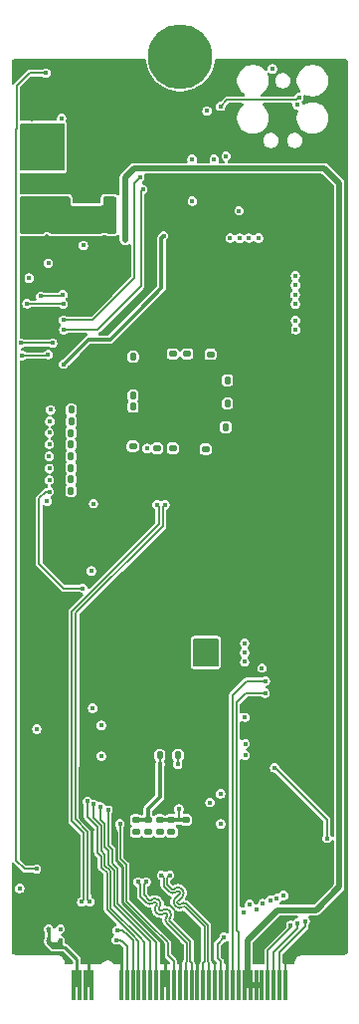
<source format=gbr>
%TF.GenerationSoftware,KiCad,Pcbnew,9.0.7*%
%TF.CreationDate,2026-02-08T22:25:42+01:00*%
%TF.ProjectId,BladeCore-M54,426c6164-6543-46f7-9265-2d4d35342e6b,rev?*%
%TF.SameCoordinates,Original*%
%TF.FileFunction,Copper,L6,Bot*%
%TF.FilePolarity,Positive*%
%FSLAX46Y46*%
G04 Gerber Fmt 4.6, Leading zero omitted, Abs format (unit mm)*
G04 Created by KiCad (PCBNEW 9.0.7) date 2026-02-08 22:25:42*
%MOMM*%
%LPD*%
G01*
G04 APERTURE LIST*
G04 Aperture macros list*
%AMRoundRect*
0 Rectangle with rounded corners*
0 $1 Rounding radius*
0 $2 $3 $4 $5 $6 $7 $8 $9 X,Y pos of 4 corners*
0 Add a 4 corners polygon primitive as box body*
4,1,4,$2,$3,$4,$5,$6,$7,$8,$9,$2,$3,0*
0 Add four circle primitives for the rounded corners*
1,1,$1+$1,$2,$3*
1,1,$1+$1,$4,$5*
1,1,$1+$1,$6,$7*
1,1,$1+$1,$8,$9*
0 Add four rect primitives between the rounded corners*
20,1,$1+$1,$2,$3,$4,$5,0*
20,1,$1+$1,$4,$5,$6,$7,0*
20,1,$1+$1,$6,$7,$8,$9,0*
20,1,$1+$1,$8,$9,$2,$3,0*%
G04 Aperture macros list end*
%TA.AperFunction,ComponentPad*%
%ADD10C,0.600000*%
%TD*%
%TA.AperFunction,SMDPad,CuDef*%
%ADD11R,2.400000X1.650000*%
%TD*%
%TA.AperFunction,SMDPad,CuDef*%
%ADD12R,0.350000X2.500000*%
%TD*%
%TA.AperFunction,ComponentPad*%
%ADD13C,5.500000*%
%TD*%
%TA.AperFunction,HeatsinkPad*%
%ADD14C,0.425000*%
%TD*%
%TA.AperFunction,SMDPad,CuDef*%
%ADD15RoundRect,0.135000X0.185000X-0.135000X0.185000X0.135000X-0.185000X0.135000X-0.185000X-0.135000X0*%
%TD*%
%TA.AperFunction,SMDPad,CuDef*%
%ADD16RoundRect,0.140000X-0.170000X0.140000X-0.170000X-0.140000X0.170000X-0.140000X0.170000X0.140000X0*%
%TD*%
%TA.AperFunction,SMDPad,CuDef*%
%ADD17RoundRect,0.140000X0.170000X-0.140000X0.170000X0.140000X-0.170000X0.140000X-0.170000X-0.140000X0*%
%TD*%
%TA.AperFunction,SMDPad,CuDef*%
%ADD18RoundRect,0.140000X-0.140000X-0.170000X0.140000X-0.170000X0.140000X0.170000X-0.140000X0.170000X0*%
%TD*%
%TA.AperFunction,SMDPad,CuDef*%
%ADD19RoundRect,0.140000X0.140000X0.170000X-0.140000X0.170000X-0.140000X-0.170000X0.140000X-0.170000X0*%
%TD*%
%TA.AperFunction,SMDPad,CuDef*%
%ADD20RoundRect,0.135000X-0.185000X0.135000X-0.185000X-0.135000X0.185000X-0.135000X0.185000X0.135000X0*%
%TD*%
%TA.AperFunction,ViaPad*%
%ADD21C,0.400000*%
%TD*%
%TA.AperFunction,Conductor*%
%ADD22C,0.150000*%
%TD*%
%TA.AperFunction,Conductor*%
%ADD23C,0.200000*%
%TD*%
%TA.AperFunction,Conductor*%
%ADD24C,0.250000*%
%TD*%
%TA.AperFunction,Conductor*%
%ADD25C,0.400000*%
%TD*%
%TA.AperFunction,Conductor*%
%ADD26C,0.350000*%
%TD*%
%TA.AperFunction,Conductor*%
%ADD27C,0.300000*%
%TD*%
%TA.AperFunction,Conductor*%
%ADD28C,0.174000*%
%TD*%
%TA.AperFunction,Conductor*%
%ADD29C,0.168900*%
%TD*%
%TA.AperFunction,Conductor*%
%ADD30C,0.130600*%
%TD*%
%TA.AperFunction,Conductor*%
%ADD31C,0.500000*%
%TD*%
G04 APERTURE END LIST*
D10*
%TO.P,IC7,11,PAD*%
%TO.N,GND*%
X6640000Y68770000D03*
X8360000Y68770000D03*
X7500000Y69250000D03*
D11*
X7500000Y69250000D03*
D10*
X6640000Y69730000D03*
X8360000Y69730000D03*
%TD*%
D12*
%TO.P,J1,2,2*%
%TO.N,GND*%
X24425000Y1995000D03*
%TO.P,J1,4,4*%
%TO.N,/Block Diagram/Microcontroller/GPIO27*%
X23925000Y1995000D03*
%TO.P,J1,6,6*%
%TO.N,/Block Diagram/Microcontroller/GPIO26*%
X23425000Y1995000D03*
%TO.P,J1,8,8*%
%TO.N,/Block Diagram/Microcontroller/GPIO25*%
X22925000Y1995000D03*
%TO.P,J1,10,10*%
%TO.N,Net-(JP1-C)*%
X22425000Y1995000D03*
%TO.P,J1,12,12*%
X21925000Y1995000D03*
%TO.P,J1,14,14*%
X21425000Y1995000D03*
%TO.P,J1,16,16*%
X20925000Y1995000D03*
%TO.P,J1,18,18*%
%TO.N,/Block Diagram/LINK_LED*%
X20425000Y1995000D03*
%TO.P,J1,20,20*%
%TO.N,/Block Diagram/ACT_LED*%
X19925000Y1995000D03*
%TO.P,J1,22,22*%
%TO.N,GND*%
X19425000Y1995000D03*
%TO.P,J1,24,24*%
%TO.N,/Block Diagram/TCT*%
X18925000Y1995000D03*
%TO.P,J1,26,26*%
%TO.N,GND*%
X18425000Y1995000D03*
%TO.P,J1,28,28*%
%TO.N,/Block Diagram/RD_P*%
X17925000Y1995000D03*
%TO.P,J1,30,30*%
%TO.N,/Block Diagram/RD_N*%
X17425000Y1995000D03*
%TO.P,J1,32,32*%
%TO.N,GND*%
X16925000Y1995000D03*
%TO.P,J1,34,34*%
%TO.N,/Block Diagram/TD_P*%
X16425000Y1995000D03*
%TO.P,J1,36,36*%
%TO.N,/Block Diagram/TD_N*%
X15925000Y1995000D03*
%TO.P,J1,38,38*%
%TO.N,GND*%
X15425000Y1995000D03*
%TO.P,J1,40,40*%
%TO.N,/Block Diagram/RCT*%
X14925000Y1995000D03*
%TO.P,J1,42,42*%
%TO.N,GND*%
X14425000Y1995000D03*
%TO.P,J1,44,44*%
X13925000Y1995000D03*
%TO.P,J1,46,46*%
%TO.N,/Block Diagram/Microcontroller/ADC0*%
X13425000Y1995000D03*
%TO.P,J1,48,48*%
%TO.N,/Block Diagram/Microcontroller/ADC1*%
X12925000Y1995000D03*
%TO.P,J1,50,50*%
%TO.N,/Block Diagram/Microcontroller/ADC2*%
X12425000Y1995000D03*
%TO.P,J1,52,52*%
%TO.N,/Block Diagram/Microcontroller/ADC3*%
X11925000Y1995000D03*
%TO.P,J1,54,54*%
%TO.N,/Block Diagram/Microcontroller/ADC4*%
X11425000Y1995000D03*
%TO.P,J1,56,56*%
%TO.N,/Block Diagram/Microcontroller/ADC5*%
X10925000Y1995000D03*
%TO.P,J1,58,58*%
%TO.N,GND*%
X10425000Y1995000D03*
%TO.P,J1,68,68*%
X7925000Y1995000D03*
%TO.P,J1,70,70*%
X7425000Y1995000D03*
%TO.P,J1,72,72*%
%TO.N,VBUS*%
X6925000Y1995000D03*
%TO.P,J1,74,74*%
X6425000Y1995000D03*
D13*
%TO.P,J1,SH1*%
%TO.N,N/C*%
X15471447Y80915000D03*
%TD*%
D14*
%TO.P,IC1,81,GND*%
%TO.N,GND*%
X16279212Y50745788D03*
X16279212Y51595788D03*
X16279212Y52445788D03*
X15429212Y50745788D03*
X15429212Y51595788D03*
X15429212Y52445788D03*
X14579212Y50745788D03*
X14579212Y51595788D03*
X14579212Y52445788D03*
%TD*%
D15*
%TO.P,R48,1*%
%TO.N,/Block Diagram/Ethernet Interface/RDN_R_N*%
X13720000Y15000000D03*
%TO.P,R48,2*%
%TO.N,/Block Diagram/RCT*%
X13720000Y16020000D03*
%TD*%
D16*
%TO.P,C14,1*%
%TO.N,+1V1*%
X14829212Y55620788D03*
%TO.P,C14,2*%
%TO.N,GND*%
X14829212Y54660788D03*
%TD*%
%TO.P,C4,1*%
%TO.N,+3.3V*%
X16054212Y55620788D03*
%TO.P,C4,2*%
%TO.N,GND*%
X16054212Y54660788D03*
%TD*%
%TO.P,C3,1*%
%TO.N,+3.3V*%
X18054212Y55595788D03*
%TO.P,C3,2*%
%TO.N,GND*%
X18054212Y54635788D03*
%TD*%
D17*
%TO.P,C8,1*%
%TO.N,+3.3V*%
X11429212Y47790788D03*
%TO.P,C8,2*%
%TO.N,GND*%
X11429212Y48750788D03*
%TD*%
D18*
%TO.P,C7,1*%
%TO.N,+3.3V*%
X11444212Y52095788D03*
%TO.P,C7,2*%
%TO.N,GND*%
X12404212Y52095788D03*
%TD*%
%TO.P,C5,1*%
%TO.N,+3.3V*%
X11449212Y55395788D03*
%TO.P,C5,2*%
%TO.N,GND*%
X12409212Y55395788D03*
%TD*%
D15*
%TO.P,R49,1*%
%TO.N,/Block Diagram/Ethernet Interface/RDN_R_P*%
X14720000Y15010000D03*
%TO.P,R49,2*%
%TO.N,/Block Diagram/RCT*%
X14720000Y16030000D03*
%TD*%
D18*
%TO.P,C15,1*%
%TO.N,+1V1*%
X11444212Y51145788D03*
%TO.P,C15,2*%
%TO.N,GND*%
X12404212Y51145788D03*
%TD*%
D19*
%TO.P,C31,1*%
%TO.N,Net-(IC1B-GPIO46{slash}ADC6)*%
X6154212Y44970788D03*
%TO.P,C31,2*%
%TO.N,GND*%
X5194212Y44970788D03*
%TD*%
%TO.P,C27,1*%
%TO.N,Net-(IC1B-GPIO42{slash}ADC2)*%
X6159212Y48920788D03*
%TO.P,C27,2*%
%TO.N,GND*%
X5199212Y48920788D03*
%TD*%
D17*
%TO.P,C9,1*%
%TO.N,+3.3V*%
X14829212Y47615788D03*
%TO.P,C9,2*%
%TO.N,GND*%
X14829212Y48575788D03*
%TD*%
D19*
%TO.P,C32,1*%
%TO.N,Net-(IC1B-GPIO47{slash}ADC7)*%
X6154212Y43995788D03*
%TO.P,C32,2*%
%TO.N,GND*%
X5194212Y43995788D03*
%TD*%
D20*
%TO.P,R38,1*%
%TO.N,+3.3VP*%
X11700000Y16020000D03*
%TO.P,R38,2*%
%TO.N,/Block Diagram/Ethernet Interface/TDN_R_N*%
X11700000Y15000000D03*
%TD*%
D19*
%TO.P,C1,1*%
%TO.N,+3.3V*%
X19339212Y49420788D03*
%TO.P,C1,2*%
%TO.N,GND*%
X18379212Y49420788D03*
%TD*%
D16*
%TO.P,C37,1*%
%TO.N,/Block Diagram/RCT*%
X15940000Y16030000D03*
%TO.P,C37,2*%
%TO.N,GND*%
X15940000Y15070000D03*
%TD*%
D18*
%TO.P,C43,1*%
%TO.N,+3.3VP*%
X15270000Y21500000D03*
%TO.P,C43,2*%
%TO.N,GND*%
X16230000Y21500000D03*
%TD*%
D19*
%TO.P,C13,1*%
%TO.N,+1V1*%
X19484212Y51420788D03*
%TO.P,C13,2*%
%TO.N,GND*%
X18524212Y51420788D03*
%TD*%
%TO.P,C2,1*%
%TO.N,+3.3V*%
X19484212Y53395788D03*
%TO.P,C2,2*%
%TO.N,GND*%
X18524212Y53395788D03*
%TD*%
D20*
%TO.P,R37,1*%
%TO.N,+3.3VP*%
X12710000Y16020000D03*
%TO.P,R37,2*%
%TO.N,/Block Diagram/Ethernet Interface/TDN_R_P*%
X12710000Y15000000D03*
%TD*%
D19*
%TO.P,C30,1*%
%TO.N,Net-(IC1B-GPIO45{slash}ADC5)*%
X6159212Y45945788D03*
%TO.P,C30,2*%
%TO.N,GND*%
X5199212Y45945788D03*
%TD*%
%TO.P,C26,1*%
%TO.N,Net-(IC1B-GPIO41{slash}ADC1)*%
X6179212Y49895788D03*
%TO.P,C26,2*%
%TO.N,GND*%
X5219212Y49895788D03*
%TD*%
D17*
%TO.P,C16,1*%
%TO.N,+1V1*%
X13504212Y47615788D03*
%TO.P,C16,2*%
%TO.N,GND*%
X13504212Y48575788D03*
%TD*%
D19*
%TO.P,C25,1*%
%TO.N,Net-(IC1B-GPIO40{slash}ADC0)*%
X6179212Y50870788D03*
%TO.P,C25,2*%
%TO.N,GND*%
X5219212Y50870788D03*
%TD*%
D17*
%TO.P,C10,1*%
%TO.N,+3.3V*%
X17629212Y47540788D03*
%TO.P,C10,2*%
%TO.N,GND*%
X17629212Y48500788D03*
%TD*%
D19*
%TO.P,C28,1*%
%TO.N,Net-(IC1B-GPIO43{slash}ADC3)*%
X6154212Y47920788D03*
%TO.P,C28,2*%
%TO.N,GND*%
X5194212Y47920788D03*
%TD*%
%TO.P,C29,1*%
%TO.N,Net-(IC1B-GPIO44{slash}ADC4)*%
X6154212Y46920788D03*
%TO.P,C29,2*%
%TO.N,GND*%
X5194212Y46920788D03*
%TD*%
%TO.P,C48,1*%
%TO.N,+3.3VP*%
X13730000Y21500000D03*
%TO.P,C48,2*%
%TO.N,GND*%
X12770000Y21500000D03*
%TD*%
D21*
%TO.N,GND*%
X10000000Y19750000D03*
X5500000Y18250000D03*
X5750000Y14250000D03*
X5950000Y12525000D03*
X28750000Y7250000D03*
X26750000Y7250000D03*
X26750000Y7250000D03*
X28750000Y5250000D03*
X26750000Y5250000D03*
X17750000Y14250000D03*
X15750000Y12250000D03*
X21750000Y19250000D03*
X18750000Y19250000D03*
X16750000Y23250000D03*
X14750000Y23250000D03*
X12750000Y23250000D03*
X16750000Y25250000D03*
X14750000Y25250000D03*
X12750000Y25250000D03*
X13100000Y30900000D03*
X15200000Y33850000D03*
X14600000Y41700000D03*
X12250000Y43150000D03*
X11800000Y40550000D03*
X12950000Y37850000D03*
X4500000Y52300000D03*
X4450000Y54350000D03*
X4400000Y57550000D03*
X18200000Y78500000D03*
X9600000Y78700000D03*
X6300000Y79850000D03*
X28000000Y72300000D03*
X27100000Y66550000D03*
X22500000Y70500000D03*
X22500000Y67600000D03*
X16950000Y67600000D03*
X15450000Y67600000D03*
X7500000Y63050000D03*
X10450000Y62150000D03*
X9900000Y58250000D03*
%TO.N,Net-(IC1B-GPIO44{slash}ADC4)*%
X6194212Y46920788D03*
%TO.N,Net-(IC1B-GPIO45{slash}ADC5)*%
X6224600Y45882388D03*
%TO.N,Net-(IC1B-GPIO46{slash}ADC6)*%
X6212000Y44920788D03*
%TO.N,Net-(IC1B-GPIO47{slash}ADC7)*%
X6212000Y43995788D03*
%TO.N,Net-(IC1B-GPIO43{slash}ADC3)*%
X6194212Y47920788D03*
%TO.N,Net-(IC1B-GPIO42{slash}ADC2)*%
X6194212Y48920788D03*
%TO.N,Net-(IC1B-GPIO41{slash}ADC1)*%
X6209212Y49895788D03*
%TO.N,Net-(IC1B-GPIO40{slash}ADC0)*%
X6179212Y50870788D03*
%TO.N,+3.3VP*%
X18900000Y18250000D03*
%TO.N,GND*%
X19508697Y35847756D03*
X18508697Y35847756D03*
X18500000Y34750000D03*
X19500000Y34750000D03*
X19508697Y33678588D03*
X18508697Y33678588D03*
X18500000Y32500000D03*
X19500000Y32500000D03*
X20500000Y32500000D03*
X20508697Y33678588D03*
X20500000Y34750000D03*
X20508697Y35847756D03*
X13350000Y72300000D03*
X13350000Y70400000D03*
X21350000Y58750000D03*
X17900000Y42450000D03*
X23950000Y31500000D03*
X19600000Y28300000D03*
X18350000Y28300000D03*
X8850000Y28350000D03*
X7450000Y28950000D03*
X10600000Y28350000D03*
%TO.N,QSPI_SS*%
X23500000Y20450000D03*
X27950000Y14450000D03*
%TO.N,GND*%
X27950000Y8250000D03*
X27950000Y10650000D03*
X6750000Y78650000D03*
X8250000Y64875000D03*
X22750000Y23750000D03*
X19160000Y4790000D03*
X18125000Y67800000D03*
X9450000Y7350000D03*
X14861979Y10763021D03*
X11582300Y11325305D03*
X27025000Y70750000D03*
X18000000Y16500000D03*
X16100000Y31225000D03*
X14925000Y4675000D03*
X12750000Y20750000D03*
X17625000Y75425000D03*
X13075000Y55400000D03*
X9150000Y20650000D03*
X27000000Y69450000D03*
X13225000Y64350000D03*
X4050000Y10250000D03*
X7675000Y21250000D03*
X4800000Y64850000D03*
X24475000Y68825000D03*
X22170000Y4790000D03*
X2550000Y5375000D03*
X18075000Y66575000D03*
X10884212Y45170788D03*
X15230000Y70420000D03*
X12850000Y11325000D03*
X16925000Y4800000D03*
X27025000Y70125000D03*
X4884800Y43075000D03*
X22175000Y36850000D03*
X1850000Y6150000D03*
X22730000Y24750000D03*
X7750000Y24000000D03*
X16925000Y61175000D03*
X8850000Y5775000D03*
X8750000Y38150000D03*
X6012500Y73937500D03*
X18375000Y48675000D03*
X17500000Y23750000D03*
X17250000Y16000000D03*
X2800000Y75600000D03*
X12400000Y52725000D03*
X18775000Y68425000D03*
X13575000Y10775000D03*
X4050000Y9200000D03*
X9675000Y39075000D03*
X24150000Y73025000D03*
X11750000Y20850000D03*
X22750000Y25750000D03*
X8850000Y35000000D03*
X16550000Y15070000D03*
X12401527Y50476527D03*
X24475000Y70125000D03*
X1825000Y7150000D03*
X18700000Y69475000D03*
X9250000Y72700000D03*
X24475000Y69475000D03*
X25650000Y68100000D03*
X11425000Y49400000D03*
X24475000Y70750000D03*
X17500000Y22250000D03*
X16050000Y54050000D03*
X17300000Y54625000D03*
X8600000Y6425000D03*
X6325000Y5675000D03*
X6650000Y77275000D03*
X24675000Y4800000D03*
X12300000Y48375000D03*
X10175000Y5075000D03*
X7125000Y23250000D03*
X17850000Y51425000D03*
X8975000Y65550000D03*
X9425000Y74025000D03*
X9846800Y15202936D03*
X9900000Y31200000D03*
X22730000Y22500000D03*
X22730000Y21500000D03*
X13526527Y49351527D03*
X16800000Y70410000D03*
X14850000Y49328200D03*
X10400000Y75400000D03*
X14825000Y54050000D03*
X27000000Y68825000D03*
X16250000Y20750000D03*
X17850000Y53400000D03*
X15940000Y14450000D03*
X12300000Y36350000D03*
X5825000Y64850000D03*
X17500000Y21250000D03*
X18350000Y74925000D03*
X15175000Y30725000D03*
X21075000Y69475000D03*
X7150000Y22275000D03*
X17312573Y49340627D03*
X9225000Y71150000D03*
X4100000Y65600000D03*
X18775000Y67150000D03*
X9925000Y71975000D03*
X14725000Y65175000D03*
%TO.N,+5V*%
X4750000Y68250000D03*
X9225000Y67775000D03*
X3750000Y68250000D03*
X3750000Y67250000D03*
X4075000Y66525000D03*
X4750000Y67250000D03*
X2750000Y68250000D03*
X2750000Y67250000D03*
X3250000Y23750000D03*
%TO.N,+3.3V*%
X8750000Y21450000D03*
X4250000Y74750000D03*
X3250000Y73750000D03*
X8750000Y24050000D03*
X16490000Y68620000D03*
X11429212Y47820788D03*
X2250000Y74750000D03*
X16950000Y31050000D03*
X19479212Y53395788D03*
X11454212Y55395788D03*
X19375000Y72450000D03*
X4250000Y73750000D03*
X3250000Y74750000D03*
X18029212Y55620788D03*
X4250000Y71750000D03*
X4125000Y43100000D03*
X8000000Y25525000D03*
X16480000Y72170000D03*
X23300000Y79850000D03*
X8075000Y42900000D03*
X11404212Y51995788D03*
X19429212Y49395788D03*
X12629212Y47595788D03*
X4230331Y63330331D03*
X2250000Y72750000D03*
X5247224Y73735855D03*
X16950000Y30250000D03*
X14804212Y47570788D03*
X3250000Y71750000D03*
X20475000Y67800000D03*
X2600000Y62075000D03*
X5250000Y71750000D03*
X17629212Y47595788D03*
X2250000Y71750000D03*
X22425000Y28925000D03*
X5375000Y75675000D03*
X7225000Y64850000D03*
X16950000Y29450000D03*
X16029212Y55620788D03*
X2250000Y73750000D03*
X5250000Y74750000D03*
%TO.N,/Block Diagram/Microcontroller Peripherals/VREF_IN*%
X7900000Y37175000D03*
X18360000Y72175000D03*
%TO.N,+1V1*%
X13429212Y47595788D03*
X14804212Y55595788D03*
X19529212Y51395788D03*
X11404212Y51195788D03*
%TO.N,/Block Diagram/Ethernet Interface/RDN_R_N*%
X13720000Y15000000D03*
%TO.N,/Block Diagram/Ethernet Interface/RDN_R_P*%
X14720000Y15000000D03*
%TO.N,+3.3VP*%
X21000000Y21500000D03*
X20980000Y24750000D03*
X15250000Y20750000D03*
X20950000Y30250000D03*
X21000000Y22500000D03*
X13750000Y20750000D03*
X20950000Y31050000D03*
X20950000Y29450000D03*
X18000000Y17500000D03*
%TO.N,VBUS*%
X5250000Y5750000D03*
X4025000Y79500000D03*
X4250000Y5750000D03*
X3225000Y11850000D03*
X4250000Y6750000D03*
X5250000Y6750000D03*
%TO.N,/Block Diagram/Microcontroller/ADC_VUSB*%
X1800000Y10200000D03*
X4325000Y44900000D03*
%TO.N,/Block Diagram/Microcontroller Peripherals/I2C0_SCL*%
X5550000Y57700000D03*
X12275000Y69625000D03*
%TO.N,/Block Diagram/Microcontroller Peripherals/I2C0_SDA*%
X5525000Y58500000D03*
X12025000Y70600000D03*
%TO.N,HEARTBEAT*%
X14050000Y65675000D03*
X5525000Y54750000D03*
%TO.N,/Block Diagram/Microcontroller Peripherals/SWCLK*%
X17750000Y76275000D03*
X25458349Y76808253D03*
%TO.N,/Block Diagram/Microcontroller Peripherals/SWDIO*%
X18900000Y76675000D03*
X25575000Y77425000D03*
%TO.N,/Block Diagram/Ethernet Interface/ETH_INT*%
X2025000Y55500000D03*
X4225000Y55575000D03*
%TO.N,/Block Diagram/Ethernet Interface/ETH_RST*%
X1925000Y56550000D03*
X4600000Y56550000D03*
%TO.N,/Block Diagram/Microcontroller/ADC1*%
X4375000Y49900000D03*
X8700000Y17125000D03*
%TO.N,/Block Diagram/Microcontroller/ADC2*%
X4325000Y48925000D03*
X8100000Y17350000D03*
%TO.N,/Block Diagram/Microcontroller/ADC3*%
X7550000Y17600000D03*
X4325000Y47950000D03*
%TO.N,/Block Diagram/Microcontroller/ADC4*%
X4300000Y46925000D03*
X10100000Y6625000D03*
%TO.N,/Block Diagram/Microcontroller/ADC5*%
X10000000Y5825000D03*
X4325000Y45900000D03*
%TO.N,/Block Diagram/Microcontroller Peripherals/ADC_VREF*%
X4325000Y43925000D03*
X7180000Y35700000D03*
%TO.N,/Block Diagram/Microcontroller/GPIO18*%
X20850000Y8175000D03*
X25290000Y57700000D03*
%TO.N,/Block Diagram/Microcontroller/GPIO19*%
X25280000Y58480000D03*
X21375000Y8850000D03*
%TO.N,/Block Diagram/Microcontroller/GPIO22*%
X23125000Y9175000D03*
X25280000Y61480000D03*
%TO.N,/Block Diagram/Microcontroller/GPIO23*%
X23700000Y9350000D03*
X25270000Y62270000D03*
%TO.N,/Block Diagram/Microcontroller/GPIO20*%
X21950000Y8397545D03*
X25270000Y59880000D03*
%TO.N,/Block Diagram/Microcontroller/GPIO21*%
X22500000Y8900000D03*
X25260000Y60670000D03*
%TO.N,/Block Diagram/Microcontroller/GPIO27*%
X26110000Y7425000D03*
X19720000Y65480000D03*
%TO.N,/Block Diagram/Microcontroller/GPIO25*%
X21304212Y65470788D03*
X24870000Y7050000D03*
%TO.N,/Block Diagram/Microcontroller/GPIO24*%
X22130000Y65480000D03*
X24275000Y9600000D03*
%TO.N,/Block Diagram/Microcontroller/GPIO26*%
X25460000Y7250000D03*
X20510000Y65460000D03*
%TO.N,/Block Diagram/Microcontroller/ADC0*%
X4425000Y50875000D03*
X9325000Y16850000D03*
%TO.N,/Block Diagram/Ethernet Interface/TDN_R_P*%
X12710000Y15000000D03*
%TO.N,/Block Diagram/Ethernet Interface/TDN_R_N*%
X11700000Y15000000D03*
%TO.N,USB_RP_D+*%
X7775000Y9050000D03*
X14175000Y42825000D03*
%TO.N,USB_RP_D-*%
X13475000Y42825000D03*
X7075000Y9050000D03*
%TO.N,/Block Diagram/Ethernet Interface/SPI1_MOSI*%
X2425000Y59900000D03*
X5500000Y59875000D03*
%TO.N,/Block Diagram/Ethernet Interface/SPI1_SCLK*%
X3575000Y60525000D03*
X5475000Y60675000D03*
%TO.N,/Block Diagram/TD_P*%
X12555000Y10750000D03*
%TO.N,/Block Diagram/RCT*%
X10325000Y15700000D03*
X15350000Y16950000D03*
%TO.N,/Block Diagram/TD_N*%
X11855000Y10750000D03*
%TO.N,/Block Diagram/RD_P*%
X14565000Y11325000D03*
%TO.N,/Block Diagram/RD_N*%
X13865000Y11325000D03*
%TO.N,/Block Diagram/TCT*%
X18900000Y15675000D03*
X19196800Y6050000D03*
%TO.N,/Block Diagram/LINK_LED*%
X22700000Y26800000D03*
%TO.N,/Block Diagram/ACT_LED*%
X22725000Y27825000D03*
%TO.N,Net-(JP1-C)*%
X10775000Y65875000D03*
X10775000Y66400000D03*
X10775000Y65325000D03*
%TD*%
D22*
%TO.N,Net-(IC1B-GPIO42{slash}ADC2)*%
X6194212Y48920788D02*
X6159212Y48920788D01*
%TO.N,Net-(IC1B-GPIO43{slash}ADC3)*%
X6194212Y47920788D02*
X6154212Y47920788D01*
%TO.N,Net-(IC1B-GPIO46{slash}ADC6)*%
X6162000Y44970788D02*
X6212000Y44920788D01*
X6154212Y44970788D02*
X6162000Y44970788D01*
%TO.N,Net-(IC1B-GPIO41{slash}ADC1)*%
X6179212Y49895788D02*
X6209212Y49895788D01*
D23*
%TO.N,GND*%
X24425000Y1995000D02*
X24425000Y4550000D01*
X24425000Y4550000D02*
X24675000Y4800000D01*
D22*
%TO.N,QSPI_SS*%
X27950000Y16050000D02*
X27950000Y14450000D01*
X23550000Y20450000D02*
X27950000Y16050000D01*
X23500000Y20450000D02*
X23550000Y20450000D01*
%TO.N,GND*%
X12770000Y21500000D02*
X12770000Y20770000D01*
D24*
X8600000Y9085800D02*
X7935800Y9750000D01*
X11818069Y7693069D02*
X10525000Y8986138D01*
X7935800Y9750000D02*
X7935800Y14275000D01*
D25*
X13504212Y49329212D02*
X13526527Y49351527D01*
D22*
X13575000Y9725000D02*
X16925000Y6375000D01*
D25*
X12404212Y52720788D02*
X12404212Y52095788D01*
X14829212Y48575788D02*
X14829212Y49307412D01*
D22*
X18425000Y3900000D02*
X18225000Y4100000D01*
D25*
X17854212Y51420788D02*
X17850000Y51425000D01*
X12409212Y55395788D02*
X13070788Y55395788D01*
X17629212Y48500788D02*
X17629212Y49023988D01*
D24*
X15425000Y1995000D02*
X15425000Y4175000D01*
D25*
X13070788Y55395788D02*
X13075000Y55400000D01*
X18054212Y54635788D02*
X17310788Y54635788D01*
D22*
X13575000Y10775000D02*
X13575000Y9725000D01*
D25*
X18200788Y48500788D02*
X18375000Y48675000D01*
D22*
X18425000Y1995000D02*
X18425000Y3900000D01*
D24*
X7425000Y1995000D02*
X7675000Y1995000D01*
D22*
X16925000Y6375000D02*
X16925000Y4800000D01*
D25*
X17629212Y49023988D02*
X17312573Y49340627D01*
X16054212Y54054212D02*
X16050000Y54050000D01*
D24*
X6911190Y16211190D02*
X6910800Y16211580D01*
X10425000Y4825000D02*
X10175000Y5075000D01*
D25*
X11429212Y49395788D02*
X11425000Y49400000D01*
D24*
X13975000Y5536138D02*
X11818069Y7693069D01*
X10525000Y12086138D02*
X10105569Y12505569D01*
X14150000Y3850000D02*
X14050000Y3950000D01*
X7675000Y1995000D02*
X7925000Y1995000D01*
X10105569Y12505569D02*
X9997000Y12614138D01*
D22*
X16230000Y20770000D02*
X16250000Y20750000D01*
D25*
X17854212Y53395788D02*
X17850000Y53400000D01*
D24*
X13975000Y5250000D02*
X13975000Y5536138D01*
D25*
X17629212Y48500788D02*
X18200788Y48500788D01*
D24*
X15425000Y4175000D02*
X14925000Y4675000D01*
D25*
X12404212Y51145788D02*
X12404212Y52095788D01*
D24*
X9997000Y15052736D02*
X9846800Y15202936D01*
D25*
X12404212Y51145788D02*
X12404212Y50479212D01*
X18379212Y48679212D02*
X18375000Y48675000D01*
D24*
X7675000Y1995000D02*
X7675000Y4600000D01*
X14150000Y1995000D02*
X14425000Y1995000D01*
D22*
X15411979Y10763021D02*
X14861979Y10763021D01*
D25*
X11429212Y48750788D02*
X11429212Y49395788D01*
D26*
X16550000Y15070000D02*
X15940000Y15070000D01*
D25*
X18524212Y51420788D02*
X17854212Y51420788D01*
X18524212Y53395788D02*
X17854212Y53395788D01*
D26*
X15940000Y14450000D02*
X15940000Y15070000D01*
D24*
X14150000Y1995000D02*
X14150000Y3850000D01*
D22*
X18225000Y4100000D02*
X18225000Y7950000D01*
D24*
X14925000Y5675000D02*
X11300000Y9300000D01*
D25*
X12400000Y52725000D02*
X12404212Y52720788D01*
D24*
X6910800Y20485800D02*
X7675000Y21250000D01*
X7935800Y14275000D02*
X7935800Y15186580D01*
X19425000Y1995000D02*
X19425000Y4525000D01*
X8600000Y6425000D02*
X8600000Y9085800D01*
D22*
X18225000Y7950000D02*
X15411979Y10763021D01*
D24*
X14925000Y4675000D02*
X14925000Y5675000D01*
X11300000Y9300000D02*
X11300000Y11043005D01*
X13975000Y4025000D02*
X13975000Y5250000D01*
D25*
X14829212Y54054212D02*
X14825000Y54050000D01*
D24*
X13925000Y1995000D02*
X14150000Y1995000D01*
X14050000Y3950000D02*
X13975000Y4025000D01*
X10525000Y8986138D02*
X10525000Y11050000D01*
X6910800Y16211580D02*
X6910800Y18875000D01*
X7738126Y15384254D02*
X6911190Y16211190D01*
D22*
X16230000Y21500000D02*
X16230000Y20770000D01*
D25*
X18379212Y49420788D02*
X18379212Y48679212D01*
X16054212Y54660788D02*
X16054212Y54054212D01*
X13504212Y48575788D02*
X13504212Y49329212D01*
D24*
X9997000Y12614138D02*
X9997000Y14750000D01*
X16925000Y1995000D02*
X16925000Y4800000D01*
D25*
X12404212Y50479212D02*
X12401527Y50476527D01*
X14829212Y49307412D02*
X14850000Y49328200D01*
D24*
X11300000Y11043005D02*
X11582300Y11325305D01*
X19425000Y4525000D02*
X19160000Y4790000D01*
X7935800Y15186580D02*
X7738126Y15384254D01*
D25*
X14829212Y54660788D02*
X14829212Y54054212D01*
D22*
X12770000Y20770000D02*
X12750000Y20750000D01*
D24*
X9997000Y14750000D02*
X9997000Y15052736D01*
X10425000Y1995000D02*
X10425000Y4825000D01*
X10525000Y11050000D02*
X10525000Y12086138D01*
D25*
X17310788Y54635788D02*
X17300000Y54625000D01*
D24*
X6910800Y18875000D02*
X6910800Y20485800D01*
X7675000Y4600000D02*
X8850000Y5775000D01*
D22*
%TO.N,+3.3VP*%
X13730000Y20770000D02*
X13750000Y20750000D01*
X15270000Y20770000D02*
X15250000Y20750000D01*
D26*
X11700000Y16020000D02*
X12710000Y16020000D01*
D22*
X13730000Y21500000D02*
X13730000Y20770000D01*
D26*
X12710000Y16960000D02*
X13750000Y18000000D01*
D22*
X15270000Y21500000D02*
X15270000Y20770000D01*
D26*
X12710000Y16020000D02*
X12710000Y16960000D01*
X13750000Y18000000D02*
X13750000Y20750000D01*
D24*
%TO.N,VBUS*%
X6925000Y1995000D02*
X6675000Y1995000D01*
D22*
X1525000Y74750000D02*
X1499000Y74724000D01*
D24*
X5650000Y5175000D02*
X4600000Y5175000D01*
D22*
X2200000Y11850000D02*
X3225000Y11850000D01*
D24*
X6675000Y1995000D02*
X6425000Y1995000D01*
D22*
X1499000Y12551000D02*
X2200000Y11850000D01*
X4025000Y79500000D02*
X2625000Y79500000D01*
D24*
X6675000Y4150000D02*
X6450000Y4375000D01*
D22*
X1525000Y78400000D02*
X1525000Y74750000D01*
D24*
X4600000Y5175000D02*
X4250000Y5525000D01*
D22*
X1499000Y74724000D02*
X1499000Y12551000D01*
X2625000Y79500000D02*
X1525000Y78400000D01*
D24*
X6450000Y4375000D02*
X5650000Y5175000D01*
X4250000Y5525000D02*
X4250000Y6750000D01*
X6675000Y1995000D02*
X6675000Y4150000D01*
D22*
%TO.N,/Block Diagram/Microcontroller Peripherals/I2C0_SCL*%
X8450000Y57700000D02*
X5550000Y57700000D01*
X12275000Y69625000D02*
X12125000Y69475000D01*
X12125000Y69475000D02*
X12125000Y61375000D01*
X12125000Y61375000D02*
X8450000Y57700000D01*
%TO.N,/Block Diagram/Microcontroller Peripherals/I2C0_SDA*%
X5525000Y58500000D02*
X7975000Y58500000D01*
X9850000Y60375000D02*
X11550000Y62075000D01*
X11550000Y68250000D02*
X11550000Y70125000D01*
X7975000Y58500000D02*
X9850000Y60375000D01*
X11550000Y70125000D02*
X12025000Y70600000D01*
X11550000Y62075000D02*
X11550000Y68250000D01*
D27*
%TO.N,HEARTBEAT*%
X13875000Y65500000D02*
X14050000Y65675000D01*
X9500000Y56850000D02*
X11950000Y59300000D01*
X5525000Y54750000D02*
X7625000Y56850000D01*
X13875000Y61225000D02*
X13875000Y65250000D01*
X11950000Y59300000D02*
X13875000Y61225000D01*
X13875000Y65250000D02*
X13875000Y65500000D01*
X8500000Y56850000D02*
X9500000Y56850000D01*
X7625000Y56850000D02*
X8500000Y56850000D01*
D22*
%TO.N,/Block Diagram/Microcontroller Peripherals/SWDIO*%
X18900000Y76675000D02*
X19450000Y77225000D01*
X25375000Y77225000D02*
X25575000Y77425000D01*
X21250000Y77225000D02*
X25375000Y77225000D01*
X19450000Y77225000D02*
X21250000Y77225000D01*
%TO.N,/Block Diagram/Ethernet Interface/ETH_INT*%
X2025000Y55500000D02*
X4150000Y55500000D01*
X4150000Y55500000D02*
X4225000Y55575000D01*
%TO.N,/Block Diagram/Ethernet Interface/ETH_RST*%
X4600000Y56550000D02*
X1925000Y56550000D01*
D28*
%TO.N,/Block Diagram/Microcontroller/ADC1*%
X11951607Y6651607D02*
X9848000Y8755214D01*
X9023000Y15675000D02*
X8700000Y15998000D01*
X12925000Y5678214D02*
X11951607Y6651607D01*
X9352454Y13377454D02*
X9023000Y13706908D01*
X9848000Y8755214D02*
X9848000Y11749908D01*
X12925000Y1995000D02*
X12925000Y5678214D01*
X9848000Y11749908D02*
X9352454Y12245454D01*
X9352454Y12245454D02*
X9352454Y13377454D01*
X8700000Y15998000D02*
X8700000Y17125000D01*
X9023000Y13706908D02*
X9023000Y15675000D01*
%TO.N,/Block Diagram/Microcontroller/ADC2*%
X9050000Y13075000D02*
X8721000Y13404000D01*
X8672954Y15597954D02*
X8100000Y16170908D01*
X8721000Y14350000D02*
X8721000Y15549908D01*
X9546000Y11624816D02*
X9485408Y11685408D01*
X8100000Y16170908D02*
X8100000Y17350000D01*
X8721000Y15549908D02*
X8672954Y15597954D01*
X9050000Y12950000D02*
X9050000Y13075000D01*
X9485408Y11685408D02*
X9050000Y12120816D01*
X9546000Y8529000D02*
X9546000Y10025000D01*
X9050000Y12120816D02*
X9050000Y12950000D01*
X12425000Y5650000D02*
X12025000Y6050000D01*
X9546000Y10025000D02*
X9546000Y11624816D01*
X8721000Y13404000D02*
X8721000Y14350000D01*
X12425000Y1995000D02*
X12425000Y5650000D01*
X12025000Y6050000D02*
X9546000Y8529000D01*
%TO.N,/Block Diagram/Microcontroller/ADC3*%
X8419000Y15424816D02*
X8146908Y15696908D01*
X8748000Y12923954D02*
X8419000Y13252954D01*
X11925000Y5722908D02*
X11361454Y6286454D01*
X8146908Y15696908D02*
X7550000Y16293816D01*
X8834362Y11909362D02*
X8748000Y11995724D01*
X7550000Y16293816D02*
X7550000Y17600000D01*
X9244000Y9750000D02*
X9244000Y11499724D01*
X9244000Y8403908D02*
X9244000Y9750000D01*
X8419000Y14075000D02*
X8419000Y15424816D01*
X11361454Y6286454D02*
X9244000Y8403908D01*
X11925000Y1995000D02*
X11925000Y5722908D01*
X8419000Y13252954D02*
X8419000Y14075000D01*
X9244000Y11499724D02*
X8834362Y11909362D01*
X8748000Y11995724D02*
X8748000Y12923954D01*
%TO.N,/Block Diagram/Microcontroller/ADC4*%
X11425000Y5775000D02*
X11025000Y6175000D01*
X10575000Y6625000D02*
X10100000Y6625000D01*
X11425000Y1995000D02*
X11425000Y5775000D01*
X11025000Y6175000D02*
X10575000Y6625000D01*
%TO.N,/Block Diagram/Microcontroller/ADC5*%
X10625000Y5600000D02*
X10400000Y5825000D01*
X10400000Y5825000D02*
X10000000Y5825000D01*
X10925000Y5300000D02*
X10625000Y5600000D01*
X10925000Y1995000D02*
X10925000Y5300000D01*
D22*
%TO.N,/Block Diagram/Microcontroller Peripherals/ADC_VREF*%
X5575000Y35700000D02*
X3450000Y37825000D01*
X3450000Y43350000D02*
X4025000Y43925000D01*
X3450000Y37825000D02*
X3450000Y43350000D01*
X4025000Y43925000D02*
X4325000Y43925000D01*
X7180000Y35700000D02*
X5575000Y35700000D01*
%TO.N,/Block Diagram/Microcontroller/GPIO27*%
X26110000Y6940000D02*
X23925000Y4755000D01*
X23925000Y4755000D02*
X23925000Y1995000D01*
X26110000Y7425000D02*
X26110000Y6940000D01*
%TO.N,/Block Diagram/Microcontroller/GPIO25*%
X24870000Y6850000D02*
X22925000Y4905000D01*
X24870000Y7050000D02*
X24870000Y6850000D01*
X22925000Y4905000D02*
X22925000Y1995000D01*
%TO.N,/Block Diagram/Microcontroller/GPIO26*%
X23425000Y4785000D02*
X23425000Y1995000D01*
X25460000Y7250000D02*
X25460000Y6820000D01*
X25460000Y6820000D02*
X23425000Y4785000D01*
D28*
%TO.N,/Block Diagram/Microcontroller/ADC0*%
X9657000Y12368000D02*
X9657000Y13500000D01*
X10150000Y10825000D02*
X10150000Y11875000D01*
X10150000Y8880306D02*
X10150000Y10825000D01*
X9325000Y13832000D02*
X9325000Y16850000D01*
X13425000Y1995000D02*
X13425000Y5605306D01*
X9657000Y13500000D02*
X9325000Y13832000D01*
X9775000Y12250000D02*
X9657000Y12368000D01*
X11465153Y7565153D02*
X10150000Y8880306D01*
X13425000Y5605306D02*
X11465153Y7565153D01*
X10150000Y11875000D02*
X9775000Y12250000D01*
D29*
%TO.N,USB_RP_D+*%
X13998350Y42648350D02*
X14175000Y42825000D01*
X7598350Y9226650D02*
X7598350Y15046804D01*
X7598350Y15046804D02*
X6573350Y16071804D01*
X7775000Y9050000D02*
X7598350Y9226650D01*
X6573350Y33603196D02*
X13998350Y41028196D01*
X13998350Y41028196D02*
X13998350Y42648350D01*
X6573350Y16071804D02*
X6573350Y33603196D01*
%TO.N,USB_RP_D-*%
X7251650Y14903196D02*
X6226650Y15928196D01*
X7075000Y9050000D02*
X7251650Y9226650D01*
X13651650Y41171804D02*
X13651650Y42648350D01*
X6226650Y33746804D02*
X13651650Y41171804D01*
X13651650Y42648350D02*
X13475000Y42825000D01*
X7251650Y9226650D02*
X7251650Y14903196D01*
X6226650Y15928196D02*
X6226650Y33746804D01*
D22*
%TO.N,/Block Diagram/Ethernet Interface/SPI1_MOSI*%
X5475000Y59900000D02*
X5500000Y59875000D01*
X2425000Y59900000D02*
X5475000Y59900000D01*
%TO.N,/Block Diagram/Ethernet Interface/SPI1_SCLK*%
X3575000Y60525000D02*
X5325000Y60525000D01*
X5325000Y60525000D02*
X5475000Y60675000D01*
D30*
%TO.N,/Block Diagram/TD_P*%
X13729059Y8289012D02*
X13729058Y8289013D01*
X14584458Y7654848D02*
X14546447Y7616836D01*
X13874272Y8289011D02*
X13912282Y8327024D01*
X15642567Y6375505D02*
X16329200Y5688872D01*
X16329200Y5688872D02*
X16329200Y3965801D01*
X12359200Y9658872D02*
X12820851Y9197221D01*
X14637268Y7380803D02*
X15642567Y6375505D01*
X12359200Y10554200D02*
X12359200Y9658872D01*
X12966063Y9197220D02*
X13004116Y9235276D01*
X14493638Y8327023D02*
X14584459Y8236202D01*
X12820851Y9197221D02*
X12820849Y9197222D01*
X16425000Y3870001D02*
X16425000Y1995000D01*
X13638237Y8379835D02*
X13729059Y8289012D01*
X14546446Y7471626D02*
X14637268Y7380803D01*
X16329200Y3965801D02*
X16425000Y3870001D01*
X13676292Y8563100D02*
X13638238Y8525045D01*
X13585472Y9235275D02*
X13676293Y9144454D01*
X12555000Y10750000D02*
X12359200Y10554200D01*
X13676293Y9144454D02*
G75*
G02*
X13676270Y8563122I-290693J-290654D01*
G01*
X13004116Y9235276D02*
G75*
G02*
X13585478Y9235282I290684J-290676D01*
G01*
X14546447Y7616836D02*
G75*
G03*
X14546415Y7471595I72553J-72636D01*
G01*
X12820849Y9197222D02*
G75*
G03*
X12966106Y9197177I72651J72578D01*
G01*
X13729058Y8289013D02*
G75*
G03*
X13874306Y8288977I72642J72587D01*
G01*
X13912282Y8327024D02*
G75*
G02*
X14493678Y8327064I290718J-290724D01*
G01*
X14584459Y8236202D02*
G75*
G02*
X14584484Y7654822I-290659J-290702D01*
G01*
X13638238Y8525045D02*
G75*
G03*
X13638197Y8379795I72562J-72645D01*
G01*
D22*
%TO.N,/Block Diagram/RCT*%
X15350000Y16020000D02*
X15340000Y16030000D01*
D26*
X13720000Y16020000D02*
X15930000Y16020000D01*
D22*
X12775000Y7200000D02*
X10875000Y9100000D01*
D26*
X15930000Y16020000D02*
X15940000Y16030000D01*
D22*
X14400000Y5575000D02*
X12775000Y7200000D01*
X10875000Y10975000D02*
X10875000Y12200000D01*
X10600000Y12475000D02*
X10325000Y12750000D01*
X15350000Y16950000D02*
X15350000Y16020000D01*
X14925000Y1995000D02*
X14925000Y3997308D01*
X10875000Y12200000D02*
X10600000Y12475000D01*
X14400000Y5225000D02*
X14400000Y5575000D01*
X15340000Y16030000D02*
X14720000Y16030000D01*
X10325000Y12750000D02*
X10325000Y15700000D01*
X10875000Y9100000D02*
X10875000Y10975000D01*
X14400000Y4522308D02*
X14400000Y5225000D01*
X14925000Y3997308D02*
X14400000Y4522308D01*
D30*
%TO.N,/Block Diagram/TD_N*%
X15925000Y3870001D02*
X15925000Y1995000D01*
X12050800Y10554200D02*
X12050800Y9531128D01*
X13367399Y9017205D02*
X13458220Y8926384D01*
X14092343Y8070941D02*
X14130355Y8108952D01*
X11855000Y10750000D02*
X12050800Y10554200D01*
X16020800Y5561128D02*
X16020800Y3965801D01*
X12050800Y9531128D02*
X12602779Y8979149D01*
X15424495Y6157433D02*
X16020800Y5561128D01*
X14419197Y7162732D02*
X15424495Y6157433D01*
X13184134Y8979150D02*
X13222189Y9017204D01*
X13458221Y8781172D02*
X13420165Y8743119D01*
X13420166Y8161763D02*
X13510988Y8070941D01*
X13510988Y8070941D02*
X13510987Y8070942D01*
X14366387Y7872920D02*
X14328374Y7834910D01*
X14328375Y7253554D02*
X14419197Y7162732D01*
X16020800Y3965801D02*
X15925000Y3870001D01*
X14275565Y8108953D02*
X14366386Y8018132D01*
X12602779Y8979149D02*
X12602778Y8979151D01*
X14328374Y7834910D02*
G75*
G03*
X14328342Y7253522I290726J-290710D01*
G01*
X14366386Y8018132D02*
G75*
G02*
X14366413Y7872894I-72586J-72632D01*
G01*
X14130355Y8108952D02*
G75*
G02*
X14275604Y8108993I72645J-72652D01*
G01*
X13458220Y8926384D02*
G75*
G02*
X13458199Y8781194I-72620J-72584D01*
G01*
X13510987Y8070942D02*
G75*
G03*
X14092378Y8070906I290713J290658D01*
G01*
X13222189Y9017204D02*
G75*
G02*
X13367404Y9017211I72611J-72604D01*
G01*
X13420165Y8743119D02*
G75*
G03*
X13420124Y8161721I290635J-290719D01*
G01*
X12602778Y8979151D02*
G75*
G03*
X13184178Y8979106I290722J290649D01*
G01*
%TO.N,/Block Diagram/RD_P*%
X15585543Y9452740D02*
X15403901Y9271098D01*
X14565000Y11325000D02*
X14369200Y11129200D01*
X15227170Y8958979D02*
X15327812Y8858337D01*
X16034735Y8858337D02*
X16133847Y8759225D01*
X15556590Y10186783D02*
X15647411Y10095962D01*
X17925000Y3870001D02*
X17925000Y1995000D01*
X16133847Y8759225D02*
X17829200Y7063872D01*
X14768156Y10124916D02*
X14768154Y10124917D01*
X14913368Y10124915D02*
X14975234Y10186784D01*
X15647410Y9514608D02*
X15585543Y9452740D01*
X15336205Y9203405D02*
X15227170Y9094369D01*
X14369200Y11129200D02*
X14369200Y10523872D01*
X15403900Y9271100D02*
X15336205Y9203405D01*
X17829200Y3965801D02*
X17925000Y3870001D01*
X14369200Y10523872D02*
X14768156Y10124916D01*
X17829200Y7063872D02*
X17829200Y3965801D01*
X15403901Y9271098D02*
X15403900Y9271100D01*
X15227170Y9094369D02*
G75*
G03*
X15227196Y8959005I67730J-67669D01*
G01*
X14975234Y10186784D02*
G75*
G02*
X15556578Y10186772I290666J-290684D01*
G01*
X15327812Y8858337D02*
G75*
G03*
X15463202Y8858337I67695J67696D01*
G01*
X15463202Y8858337D02*
G75*
G02*
X16034735Y8858338I285767J-285768D01*
G01*
X14768154Y10124917D02*
G75*
G03*
X14913406Y10124877I72646J72583D01*
G01*
X15647411Y10095962D02*
G75*
G02*
X15647396Y9514622I-290711J-290662D01*
G01*
%TO.N,/Block Diagram/RD_N*%
X14060800Y10396128D02*
X14550084Y9906844D01*
X15367472Y9670813D02*
X15185830Y9489171D01*
X15009098Y8740907D02*
X15109740Y8640265D01*
X15338519Y9968712D02*
X15429340Y9877891D01*
X15131439Y9906845D02*
X15193307Y9968712D01*
X17520800Y3965801D02*
X17425000Y3870001D01*
X17425000Y3870001D02*
X17425000Y1995000D01*
X13865000Y11325000D02*
X14060800Y11129200D01*
X15185830Y9489171D02*
X15118134Y9421476D01*
X15429339Y9732681D02*
X15367472Y9670813D01*
X14060800Y11129200D02*
X14060800Y10396128D01*
X15816662Y8640265D02*
X15915775Y8541153D01*
X15118134Y9421476D02*
X15009098Y9312441D01*
X14550084Y9906844D02*
X14550083Y9906846D01*
X17520800Y6936128D02*
X17520800Y3965801D01*
X15915775Y8541153D02*
X17520800Y6936128D01*
X15109740Y8640265D02*
G75*
G03*
X15681273Y8640264I285767J285768D01*
G01*
X15193307Y9968712D02*
G75*
G02*
X15338519Y9968712I72606J-72607D01*
G01*
X15009098Y9312441D02*
G75*
G03*
X15009124Y8740933I285802J-285741D01*
G01*
X15681273Y8640265D02*
G75*
G02*
X15816663Y8640266I67695J-67694D01*
G01*
X15429340Y9877891D02*
G75*
G02*
X15429326Y9732694I-72640J-72591D01*
G01*
X14550083Y9906846D02*
G75*
G03*
X15131478Y9906806I290717J290654D01*
G01*
D22*
%TO.N,/Block Diagram/TCT*%
X18925000Y1995000D02*
X18925000Y3975000D01*
X18925000Y3975000D02*
X18625000Y4275000D01*
X18625000Y5478200D02*
X19196800Y6050000D01*
X18625000Y4275000D02*
X18625000Y5478200D01*
D23*
%TO.N,/Block Diagram/LINK_LED*%
X20253000Y6597000D02*
X20253000Y26003000D01*
X20425000Y6425000D02*
X20253000Y6597000D01*
X21050000Y26800000D02*
X22700000Y26800000D01*
X20425000Y1995000D02*
X20425000Y6425000D01*
X20253000Y26003000D02*
X21050000Y26800000D01*
%TO.N,/Block Diagram/ACT_LED*%
X19925000Y1995000D02*
X19925000Y26625000D01*
X19925000Y26625000D02*
X21125000Y27825000D01*
X21125000Y27825000D02*
X22725000Y27825000D01*
D31*
%TO.N,Net-(JP1-C)*%
X23750000Y8350000D02*
X27025000Y8350000D01*
X27025000Y8350000D02*
X29000000Y10325000D01*
X27750000Y71400000D02*
X11525000Y71400000D01*
X21175000Y1995000D02*
X21175000Y5775000D01*
X10775000Y70650000D02*
X10775000Y66400000D01*
X29000000Y10325000D02*
X29000000Y70150000D01*
D23*
X22425000Y1995000D02*
X22225000Y1995000D01*
D31*
X21175000Y1995000D02*
X22225000Y1995000D01*
D23*
X22225000Y1995000D02*
X21925000Y1995000D01*
D31*
X21175000Y5775000D02*
X23750000Y8350000D01*
D23*
X20925000Y1995000D02*
X21175000Y1995000D01*
X21425000Y1995000D02*
X21925000Y1995000D01*
X21175000Y1995000D02*
X21425000Y1995000D01*
D31*
X11525000Y71400000D02*
X10775000Y70650000D01*
X10775000Y66400000D02*
X10775000Y65325000D01*
X29000000Y70150000D02*
X27750000Y71400000D01*
%TD*%
%TA.AperFunction,Conductor*%
%TO.N,+3.3V*%
G36*
X18693039Y31430315D02*
G01*
X18738794Y31377511D01*
X18750000Y31326000D01*
X18750000Y29174000D01*
X18730315Y29106961D01*
X18677511Y29061206D01*
X18626000Y29050000D01*
X16674000Y29050000D01*
X16606961Y29069685D01*
X16561206Y29122489D01*
X16550000Y29174000D01*
X16550000Y31326000D01*
X16569685Y31393039D01*
X16622489Y31438794D01*
X16674000Y31450000D01*
X18626000Y31450000D01*
X18693039Y31430315D01*
G37*
%TD.AperFunction*%
%TD*%
%TA.AperFunction,Conductor*%
%TO.N,VBUS*%
G36*
X4264036Y6101947D02*
G01*
X4283517Y6102178D01*
X4297218Y6093602D01*
X4312898Y6089658D01*
X4326225Y6075444D01*
X4342740Y6065106D01*
X4349630Y6050482D01*
X4360688Y6038688D01*
X4371952Y6005240D01*
X4372523Y6002136D01*
X4377111Y5967289D01*
X4382944Y5945517D01*
X4383841Y5940645D01*
X4384258Y5938245D01*
X4384971Y5933889D01*
X4384973Y5933883D01*
X4402806Y5877245D01*
X4404843Y5873004D01*
X4412229Y5859012D01*
X4414575Y5854949D01*
X4426555Y5834198D01*
X4428554Y5825956D01*
X4433857Y5819338D01*
X4435439Y5815288D01*
X4445103Y5789209D01*
X4445104Y5789205D01*
X4450111Y5778784D01*
X4457259Y5765208D01*
X4466342Y5749395D01*
X4489066Y5722471D01*
X4514426Y5692423D01*
X4514427Y5692422D01*
X4568301Y5647938D01*
X4568308Y5647933D01*
X4588941Y5632920D01*
X4588943Y5632920D01*
X4588946Y5632917D01*
X4676402Y5601643D01*
X4745778Y5593346D01*
X4771267Y5591870D01*
X4861748Y5612844D01*
X4924595Y5643372D01*
X4946833Y5655910D01*
X4947145Y5656230D01*
X5011610Y5722471D01*
X5011613Y5722475D01*
X5047974Y5782127D01*
X5047974Y5782128D01*
X5047977Y5782132D01*
X5058263Y5806154D01*
X5064855Y5819324D01*
X5085802Y5855606D01*
X5105502Y5881277D01*
X5118721Y5894497D01*
X5144394Y5914197D01*
X5169950Y5928952D01*
X5190003Y5938253D01*
X5195938Y5940386D01*
X5200895Y5942650D01*
X5234082Y5947425D01*
X5267130Y5952982D01*
X5269082Y5952460D01*
X5270048Y5952598D01*
X5301213Y5943852D01*
X5306162Y5941733D01*
X5319324Y5935144D01*
X5355599Y5914201D01*
X5381276Y5894497D01*
X5394496Y5881277D01*
X5414201Y5855598D01*
X5423547Y5839411D01*
X5435935Y5809506D01*
X5438662Y5799327D01*
X5440775Y5791444D01*
X5445000Y5759351D01*
X5445000Y5740655D01*
X5440775Y5708564D01*
X5438568Y5700329D01*
X5431691Y5656231D01*
X5429184Y5603575D01*
X5428949Y5592944D01*
X5435242Y5565797D01*
X5442479Y5534575D01*
X5449924Y5502461D01*
X5480450Y5439618D01*
X5492988Y5417381D01*
X5492989Y5417379D01*
X5492990Y5417378D01*
X5492991Y5417377D01*
X5526272Y5384988D01*
X5559556Y5352597D01*
X5619207Y5316238D01*
X5619220Y5316231D01*
X5630509Y5311397D01*
X5673818Y5292851D01*
X5680019Y5291190D01*
X5680791Y5290720D01*
X5681696Y5290728D01*
X5735611Y5259095D01*
X5783025Y5211681D01*
X5816510Y5150358D01*
X5811526Y5080666D01*
X5769654Y5024733D01*
X5704190Y5000316D01*
X5695344Y5000000D01*
X5670148Y5000000D01*
X5650515Y5004825D01*
X5636382Y5004686D01*
X5626954Y5010615D01*
X5612674Y5014124D01*
X5588323Y5026862D01*
X5521286Y5046546D01*
X5521278Y5046548D01*
X5462487Y5055000D01*
X5462486Y5055000D01*
X4601656Y5055000D01*
X4534617Y5074685D01*
X4513975Y5091319D01*
X4165905Y5439389D01*
X4157887Y5453276D01*
X4147705Y5462532D01*
X4133812Y5494972D01*
X4122888Y5535743D01*
X4122887Y5535743D01*
X4118263Y5553001D01*
X4117688Y5555232D01*
X4115939Y5562293D01*
X4115938Y5562294D01*
X4114366Y5568642D01*
X4113111Y5572231D01*
X4111299Y5578993D01*
X4108646Y5585863D01*
X4106275Y5594715D01*
X4106274Y5594716D01*
X4106273Y5594722D01*
X4085431Y5645039D01*
X4085429Y5645042D01*
X4085427Y5645048D01*
X4076450Y5660597D01*
X4064063Y5690501D01*
X4059224Y5708564D01*
X4055000Y5740652D01*
X4055000Y5759351D01*
X4059222Y5791434D01*
X4064062Y5809501D01*
X4076453Y5839411D01*
X4085427Y5854953D01*
X4106277Y5905290D01*
X4122889Y5967289D01*
X4127061Y5998981D01*
X4133601Y6013765D01*
X4135273Y6029843D01*
X4147445Y6045058D01*
X4155328Y6062876D01*
X4168822Y6071777D01*
X4178922Y6084401D01*
X4197388Y6090620D01*
X4213652Y6101347D01*
X4229815Y6101540D01*
X4245138Y6106699D01*
X4264036Y6101947D01*
G37*
%TD.AperFunction*%
%TA.AperFunction,Conductor*%
G36*
X4291438Y6940777D02*
G01*
X4309500Y6935937D01*
X4339407Y6923549D01*
X4355592Y6914205D01*
X4381275Y6894498D01*
X4394496Y6881277D01*
X4414203Y6855594D01*
X4428944Y6830061D01*
X4436474Y6814645D01*
X4437410Y6812335D01*
X4440386Y6804057D01*
X4443765Y6796658D01*
X4444774Y6794169D01*
X4447988Y6761969D01*
X4452593Y6729934D01*
X4451555Y6726240D01*
X4451715Y6724645D01*
X4450365Y6722000D01*
X4443847Y6698780D01*
X4441740Y6693859D01*
X4435136Y6680667D01*
X4414583Y6645069D01*
X4414574Y6645050D01*
X4393726Y6594719D01*
X4393722Y6594710D01*
X4377112Y6532720D01*
X4372938Y6501019D01*
X4344669Y6437124D01*
X4286343Y6398655D01*
X4216478Y6397826D01*
X4157256Y6434900D01*
X4131972Y6479189D01*
X4128527Y6489882D01*
X4122888Y6532716D01*
X4106275Y6594715D01*
X4085427Y6645048D01*
X4069855Y6672020D01*
X4065811Y6684574D01*
X4065763Y6686397D01*
X4064063Y6690501D01*
X4059223Y6708563D01*
X4055000Y6740652D01*
X4055000Y6759349D01*
X4059223Y6791435D01*
X4060808Y6797353D01*
X4064062Y6809499D01*
X4076448Y6839405D01*
X4085802Y6855607D01*
X4105501Y6881277D01*
X4118721Y6894497D01*
X4144391Y6914195D01*
X4160597Y6923552D01*
X4190497Y6935936D01*
X4208567Y6940778D01*
X4240652Y6945000D01*
X4259348Y6945000D01*
X4291438Y6940777D01*
G37*
%TD.AperFunction*%
%TD*%
%TA.AperFunction,Conductor*%
%TO.N,+5V*%
G36*
X6039339Y68980315D02*
G01*
X6085094Y68927511D01*
X6096300Y68876000D01*
X6096300Y68404936D01*
X6096300Y68404934D01*
X6096299Y68404934D01*
X6108117Y68345524D01*
X6108118Y68345521D01*
X6108119Y68345520D01*
X6153140Y68278140D01*
X6220520Y68233119D01*
X6220523Y68233118D01*
X6279933Y68221300D01*
X6279936Y68221300D01*
X8720066Y68221300D01*
X8779476Y68233118D01*
X8779477Y68233119D01*
X8779480Y68233119D01*
X8846860Y68278140D01*
X8891881Y68345520D01*
X8903700Y68404936D01*
X8903700Y68876000D01*
X8923385Y68943039D01*
X8976189Y68988794D01*
X9027700Y69000000D01*
X9876000Y69000000D01*
X9943039Y68980315D01*
X9988794Y68927511D01*
X10000000Y68876000D01*
X10000000Y65974000D01*
X9980315Y65906961D01*
X9927511Y65861206D01*
X9876000Y65850000D01*
X9294998Y65850000D01*
X9229982Y65869091D01*
X9229917Y65868977D01*
X9229448Y65869248D01*
X9227959Y65869685D01*
X9224597Y65872049D01*
X9130825Y65926188D01*
X9130824Y65926189D01*
X9130823Y65926189D01*
X9028148Y65953700D01*
X8921852Y65953700D01*
X8819177Y65926189D01*
X8819175Y65926188D01*
X8819174Y65926188D01*
X8720083Y65868977D01*
X8718844Y65871122D01*
X8665316Y65850430D01*
X8655002Y65850000D01*
X4472281Y65850000D01*
X4405242Y65869685D01*
X4384600Y65886319D01*
X4347880Y65923039D01*
X4347878Y65923041D01*
X4286508Y65958473D01*
X4255825Y65976188D01*
X4255824Y65976189D01*
X4255823Y65976189D01*
X4153148Y66003700D01*
X4046852Y66003700D01*
X3944177Y65976189D01*
X3944175Y65976188D01*
X3944174Y65976188D01*
X3852125Y65923043D01*
X3852119Y65923039D01*
X3815400Y65886319D01*
X3754077Y65852834D01*
X3727719Y65850000D01*
X1949000Y65850000D01*
X1881961Y65869685D01*
X1836206Y65922489D01*
X1825000Y65974000D01*
X1825000Y68876000D01*
X1844685Y68943039D01*
X1897489Y68988794D01*
X1949000Y69000000D01*
X5972300Y69000000D01*
X6039339Y68980315D01*
G37*
%TD.AperFunction*%
%TD*%
%TA.AperFunction,Conductor*%
%TO.N,GND*%
G36*
X27577748Y70926615D02*
G01*
X27598390Y70909981D01*
X28509981Y69998390D01*
X28543466Y69937067D01*
X28546300Y69910709D01*
X28546300Y14687354D01*
X28536611Y14654360D01*
X28527203Y14621238D01*
X28526775Y14620861D01*
X28526615Y14620315D01*
X28500644Y14597812D01*
X28474805Y14575019D01*
X28474241Y14574933D01*
X28473811Y14574560D01*
X28439760Y14569664D01*
X28405737Y14564465D01*
X28405216Y14564698D01*
X28404653Y14564616D01*
X28373357Y14578909D01*
X28341927Y14592928D01*
X28341477Y14593468D01*
X28341097Y14593641D01*
X28318580Y14619397D01*
X28316661Y14622326D01*
X28273041Y14697878D01*
X28255982Y14714937D01*
X28248980Y14725624D01*
X28242400Y14747324D01*
X28231534Y14767223D01*
X28228879Y14791912D01*
X28228705Y14792487D01*
X28228786Y14792775D01*
X28228700Y14793581D01*
X28228700Y16003306D01*
X28228701Y16003319D01*
X28228701Y16086693D01*
X28228700Y16086696D01*
X28209710Y16157566D01*
X28209707Y16157571D01*
X28209707Y16157574D01*
X28204742Y16166173D01*
X28173016Y16221126D01*
X28121126Y16273016D01*
X28121123Y16273018D01*
X23931845Y20462296D01*
X23899752Y20517883D01*
X23876189Y20605823D01*
X23823041Y20697878D01*
X23747878Y20773041D01*
X23655823Y20826189D01*
X23553148Y20853700D01*
X23446852Y20853700D01*
X23344177Y20826189D01*
X23344175Y20826188D01*
X23344174Y20826188D01*
X23252125Y20773043D01*
X23252119Y20773039D01*
X23176961Y20697881D01*
X23176957Y20697875D01*
X23123812Y20605826D01*
X23123812Y20605825D01*
X23123811Y20605823D01*
X23096300Y20503148D01*
X23096300Y20396852D01*
X23123811Y20294177D01*
X23176959Y20202122D01*
X23252122Y20126959D01*
X23344177Y20073811D01*
X23446852Y20046300D01*
X23446854Y20046300D01*
X23508197Y20046300D01*
X23575236Y20026615D01*
X23595878Y20009981D01*
X27634981Y15970878D01*
X27668466Y15909555D01*
X27671300Y15883197D01*
X27671300Y14793581D01*
X27651615Y14726542D01*
X27634981Y14705900D01*
X27626961Y14697881D01*
X27626957Y14697875D01*
X27573812Y14605826D01*
X27573812Y14605825D01*
X27573811Y14605823D01*
X27546300Y14503148D01*
X27546300Y14396852D01*
X27573811Y14294177D01*
X27626959Y14202122D01*
X27702122Y14126959D01*
X27794177Y14073811D01*
X27896852Y14046300D01*
X27896854Y14046300D01*
X28003146Y14046300D01*
X28003148Y14046300D01*
X28105823Y14073811D01*
X28197878Y14126959D01*
X28273041Y14202122D01*
X28314913Y14274648D01*
X28365480Y14322862D01*
X28434087Y14336086D01*
X28498951Y14310118D01*
X28539480Y14253204D01*
X28546300Y14212647D01*
X28546300Y10564291D01*
X28526615Y10497252D01*
X28509981Y10476610D01*
X26873390Y8840019D01*
X26812067Y8806534D01*
X26785709Y8803700D01*
X24022213Y8803700D01*
X23955174Y8823385D01*
X23909419Y8876189D01*
X23899475Y8945347D01*
X23927823Y9008115D01*
X23940004Y9022413D01*
X23947878Y9026959D01*
X24023041Y9102122D01*
X24054851Y9157220D01*
X24062188Y9165831D01*
X24082332Y9179017D01*
X24099757Y9195631D01*
X24111037Y9197806D01*
X24120648Y9204096D01*
X24144721Y9204298D01*
X24168364Y9208855D01*
X24188666Y9205192D01*
X24221852Y9196300D01*
X24221854Y9196300D01*
X24328146Y9196300D01*
X24328148Y9196300D01*
X24430823Y9223811D01*
X24522878Y9276959D01*
X24598041Y9352122D01*
X24651189Y9444177D01*
X24678700Y9546852D01*
X24678700Y9653148D01*
X24651189Y9755823D01*
X24598041Y9847878D01*
X24522878Y9923041D01*
X24430823Y9976189D01*
X24328148Y10003700D01*
X24221852Y10003700D01*
X24119177Y9976189D01*
X24119175Y9976188D01*
X24119174Y9976188D01*
X24027125Y9923043D01*
X24027119Y9923039D01*
X23951961Y9847881D01*
X23951957Y9847875D01*
X23925807Y9802583D01*
X23875239Y9754369D01*
X23806632Y9741147D01*
X23786330Y9744810D01*
X23753152Y9753700D01*
X23753148Y9753700D01*
X23646852Y9753700D01*
X23544177Y9726189D01*
X23544175Y9726188D01*
X23544174Y9726188D01*
X23452125Y9673043D01*
X23452119Y9673039D01*
X23371212Y9592131D01*
X23368893Y9594450D01*
X23324767Y9562282D01*
X23255018Y9558182D01*
X23250818Y9559229D01*
X23178149Y9578700D01*
X23178148Y9578700D01*
X23071852Y9578700D01*
X22969177Y9551189D01*
X22969175Y9551188D01*
X22969174Y9551188D01*
X22877125Y9498043D01*
X22877119Y9498039D01*
X22801961Y9422881D01*
X22801954Y9422872D01*
X22756608Y9344331D01*
X22706041Y9296116D01*
X22637433Y9282894D01*
X22617130Y9286557D01*
X22553149Y9303700D01*
X22553148Y9303700D01*
X22446852Y9303700D01*
X22344177Y9276189D01*
X22344175Y9276188D01*
X22344174Y9276188D01*
X22252125Y9223043D01*
X22252119Y9223039D01*
X22176961Y9147881D01*
X22176957Y9147875D01*
X22123812Y9055826D01*
X22123812Y9055825D01*
X22123811Y9055823D01*
X22096300Y8953148D01*
X22096300Y8925245D01*
X22093749Y8916560D01*
X22095038Y8907598D01*
X22084059Y8883558D01*
X22076615Y8858206D01*
X22069774Y8852279D01*
X22066013Y8844042D01*
X22043778Y8829753D01*
X22023811Y8812451D01*
X22013296Y8810164D01*
X22007235Y8806268D01*
X21972300Y8801245D01*
X21900861Y8801245D01*
X21833822Y8820930D01*
X21788067Y8873734D01*
X21781794Y8895564D01*
X21780803Y8895298D01*
X21778700Y8903148D01*
X21751189Y9005823D01*
X21698041Y9097878D01*
X21622878Y9173041D01*
X21536279Y9223039D01*
X21530825Y9226188D01*
X21530824Y9226189D01*
X21530823Y9226189D01*
X21428148Y9253700D01*
X21321852Y9253700D01*
X21219177Y9226189D01*
X21219175Y9226188D01*
X21219174Y9226188D01*
X21127125Y9173043D01*
X21127119Y9173039D01*
X21051961Y9097881D01*
X21051957Y9097875D01*
X20998812Y9005826D01*
X20998812Y9005825D01*
X20998811Y9005823D01*
X20971300Y8903148D01*
X20971300Y8796852D01*
X20987928Y8734791D01*
X20986266Y8664944D01*
X20947104Y8607081D01*
X20885670Y8579943D01*
X20876959Y8578700D01*
X20796852Y8578700D01*
X20705591Y8554248D01*
X20698216Y8553195D01*
X20670719Y8557179D01*
X20642943Y8557840D01*
X20636621Y8562119D01*
X20629068Y8563213D01*
X20608092Y8581428D01*
X20585080Y8597003D01*
X20582075Y8604021D01*
X20576313Y8609024D01*
X20568513Y8635691D01*
X20557577Y8661232D01*
X20556700Y8675952D01*
X20556700Y21075465D01*
X20576385Y21142504D01*
X20629189Y21188259D01*
X20698347Y21198203D01*
X20743918Y21179006D01*
X20745083Y21181023D01*
X20752121Y21176960D01*
X20752122Y21176959D01*
X20844177Y21123811D01*
X20946852Y21096300D01*
X20946854Y21096300D01*
X21053146Y21096300D01*
X21053148Y21096300D01*
X21155823Y21123811D01*
X21247878Y21176959D01*
X21323041Y21252122D01*
X21376189Y21344177D01*
X21403700Y21446852D01*
X21403700Y21553148D01*
X21376189Y21655823D01*
X21323041Y21747878D01*
X21247878Y21823041D01*
X21155823Y21876189D01*
X21140756Y21880226D01*
X21081097Y21916589D01*
X21050567Y21979435D01*
X21058861Y22048811D01*
X21103346Y22102690D01*
X21140755Y22119774D01*
X21155823Y22123811D01*
X21247878Y22176959D01*
X21323041Y22252122D01*
X21376189Y22344177D01*
X21403700Y22446852D01*
X21403700Y22553148D01*
X21376189Y22655823D01*
X21323041Y22747878D01*
X21247878Y22823041D01*
X21186508Y22858473D01*
X21155825Y22876188D01*
X21155824Y22876189D01*
X21155823Y22876189D01*
X21053148Y22903700D01*
X20946852Y22903700D01*
X20844177Y22876189D01*
X20844175Y22876188D01*
X20844174Y22876188D01*
X20745083Y22818977D01*
X20743720Y22821338D01*
X20691000Y22800964D01*
X20622557Y22815013D01*
X20572574Y22863834D01*
X20556700Y22924536D01*
X20556700Y24313465D01*
X20576385Y24380504D01*
X20629189Y24426259D01*
X20698347Y24436203D01*
X20742699Y24420853D01*
X20824177Y24373811D01*
X20926852Y24346300D01*
X20926854Y24346300D01*
X21033146Y24346300D01*
X21033148Y24346300D01*
X21135823Y24373811D01*
X21227878Y24426959D01*
X21303041Y24502122D01*
X21356189Y24594177D01*
X21383700Y24696852D01*
X21383700Y24803148D01*
X21356189Y24905823D01*
X21303041Y24997878D01*
X21227878Y25073041D01*
X21135823Y25126189D01*
X21033148Y25153700D01*
X20926852Y25153700D01*
X20824176Y25126189D01*
X20742699Y25079148D01*
X20674799Y25062676D01*
X20608772Y25085529D01*
X20565582Y25140451D01*
X20556700Y25186536D01*
X20556700Y25825842D01*
X20576385Y25892881D01*
X20593019Y25913523D01*
X21139477Y26459981D01*
X21200800Y26493466D01*
X21227158Y26496300D01*
X22385397Y26496300D01*
X22447397Y26479687D01*
X22452121Y26476960D01*
X22452122Y26476959D01*
X22544177Y26423811D01*
X22646852Y26396300D01*
X22646854Y26396300D01*
X22753146Y26396300D01*
X22753148Y26396300D01*
X22855823Y26423811D01*
X22947878Y26476959D01*
X23023041Y26552122D01*
X23076189Y26644177D01*
X23103700Y26746852D01*
X23103700Y26853148D01*
X23076189Y26955823D01*
X23023041Y27047878D01*
X22947878Y27123041D01*
X22855823Y27176189D01*
X22806605Y27189377D01*
X22746945Y27225741D01*
X22716416Y27288588D01*
X22724711Y27357964D01*
X22769196Y27411841D01*
X22806603Y27428925D01*
X22880823Y27448811D01*
X22972878Y27501959D01*
X23048041Y27577122D01*
X23101189Y27669177D01*
X23128700Y27771852D01*
X23128700Y27878148D01*
X23101189Y27980823D01*
X23048041Y28072878D01*
X22972878Y28148041D01*
X22880823Y28201189D01*
X22778148Y28228700D01*
X22671852Y28228700D01*
X22569177Y28201189D01*
X22569175Y28201188D01*
X22569174Y28201188D01*
X22472397Y28145313D01*
X22410397Y28128700D01*
X21085016Y28128700D01*
X21007774Y28108004D01*
X20938524Y28068021D01*
X20938521Y28068019D01*
X20881977Y28011474D01*
X19721083Y26850581D01*
X19681982Y26811480D01*
X19681979Y26811476D01*
X19641994Y26742222D01*
X19621300Y26664987D01*
X19621300Y6485843D01*
X19601615Y6418804D01*
X19548811Y6373049D01*
X19479653Y6363105D01*
X19435300Y6378456D01*
X19352625Y6426188D01*
X19352624Y6426189D01*
X19352623Y6426189D01*
X19249948Y6453700D01*
X19143652Y6453700D01*
X19040977Y6426189D01*
X19040975Y6426188D01*
X19040974Y6426188D01*
X18948925Y6373043D01*
X18948919Y6373039D01*
X18873761Y6297881D01*
X18873757Y6297875D01*
X18820612Y6205826D01*
X18820612Y6205825D01*
X18820611Y6205823D01*
X18796463Y6115700D01*
X18793100Y6103148D01*
X18793100Y6091804D01*
X18773415Y6024765D01*
X18756781Y6004123D01*
X18401985Y5649328D01*
X18401983Y5649326D01*
X18365293Y5585775D01*
X18365293Y5585774D01*
X18346300Y5514892D01*
X18346300Y4238308D01*
X18361437Y4181818D01*
X18365293Y4167426D01*
X18401983Y4103875D01*
X18460926Y4044932D01*
X18460945Y4044914D01*
X18544178Y3961681D01*
X18577663Y3900358D01*
X18572679Y3830666D01*
X18530807Y3774733D01*
X18465343Y3750316D01*
X18456497Y3750000D01*
X18318000Y3750000D01*
X18308423Y3752813D01*
X18298522Y3751539D01*
X18275454Y3762493D01*
X18250961Y3769685D01*
X18244425Y3777228D01*
X18235407Y3781510D01*
X18221923Y3803197D01*
X18205206Y3822489D01*
X18202664Y3834171D01*
X18198514Y3840846D01*
X18198687Y3852454D01*
X18194000Y3874000D01*
X18194000Y3923507D01*
X18194000Y3923508D01*
X18153047Y4022377D01*
X18134519Y4040905D01*
X18101034Y4102228D01*
X18098200Y4128586D01*
X18098200Y7117379D01*
X18098126Y7117557D01*
X18091823Y7132776D01*
X18057247Y7216249D01*
X16286224Y8987272D01*
X16286223Y8987273D01*
X16187112Y9086384D01*
X16180047Y9093449D01*
X16180040Y9093455D01*
X16171316Y9102179D01*
X16042880Y9182881D01*
X16042879Y9182882D01*
X16042878Y9182882D01*
X15964974Y9210142D01*
X15908199Y9250863D01*
X15882452Y9315816D01*
X15895908Y9384377D01*
X15900929Y9393143D01*
X15973320Y9508356D01*
X15973322Y9508363D01*
X15973324Y9508366D01*
X16023933Y9652998D01*
X16023933Y9652999D01*
X16023934Y9653001D01*
X16041095Y9805282D01*
X16023942Y9957563D01*
X15973336Y10102211D01*
X15973334Y10102214D01*
X15973334Y10102215D01*
X15891816Y10231970D01*
X15891815Y10231971D01*
X15891814Y10231973D01*
X15875463Y10248327D01*
X15875458Y10248339D01*
X15834673Y10289124D01*
X15834607Y10289190D01*
X15797062Y10326742D01*
X15797014Y10326783D01*
X15700401Y10423396D01*
X15700268Y10423505D01*
X15692610Y10431163D01*
X15692609Y10431164D01*
X15562850Y10512700D01*
X15418201Y10563317D01*
X15265917Y10580479D01*
X15265915Y10580479D01*
X15113627Y10563324D01*
X15067587Y10547216D01*
X14968971Y10512711D01*
X14924842Y10484985D01*
X14895903Y10476810D01*
X14867722Y10466298D01*
X14862624Y10467407D01*
X14857605Y10465989D01*
X14828837Y10474757D01*
X14799449Y10481150D01*
X14793671Y10485475D01*
X14790771Y10486359D01*
X14771195Y10502301D01*
X14674519Y10598977D01*
X14641034Y10660300D01*
X14638200Y10686658D01*
X14638200Y10831734D01*
X14657885Y10898773D01*
X14710689Y10944528D01*
X14714752Y10946297D01*
X14720814Y10948809D01*
X14720823Y10948811D01*
X14812878Y11001959D01*
X14888041Y11077122D01*
X14941189Y11169177D01*
X14968700Y11271852D01*
X14968700Y11378148D01*
X14941189Y11480823D01*
X14888041Y11572878D01*
X14812878Y11648041D01*
X14720823Y11701189D01*
X14618148Y11728700D01*
X14511852Y11728700D01*
X14409177Y11701189D01*
X14409175Y11701188D01*
X14409174Y11701188D01*
X14317125Y11648043D01*
X14317119Y11648039D01*
X14302681Y11633600D01*
X14241358Y11600115D01*
X14171666Y11605099D01*
X14127319Y11633600D01*
X14112880Y11648039D01*
X14112878Y11648041D01*
X14020823Y11701189D01*
X13918148Y11728700D01*
X13811852Y11728700D01*
X13709177Y11701189D01*
X13709175Y11701188D01*
X13709174Y11701188D01*
X13617125Y11648043D01*
X13617119Y11648039D01*
X13541961Y11572881D01*
X13541957Y11572875D01*
X13488812Y11480826D01*
X13488812Y11480825D01*
X13488811Y11480823D01*
X13461300Y11378148D01*
X13461300Y11271852D01*
X13488811Y11169177D01*
X13541959Y11077122D01*
X13617122Y11001959D01*
X13709177Y10948811D01*
X13709182Y10948810D01*
X13715248Y10946297D01*
X13769653Y10902458D01*
X13791721Y10836165D01*
X13791800Y10831734D01*
X13791800Y10342620D01*
X13798360Y10326783D01*
X13832753Y10243751D01*
X14329006Y9747498D01*
X14333412Y9738686D01*
X14366615Y9709889D01*
X14406162Y9670342D01*
X14406552Y9670021D01*
X14414062Y9662509D01*
X14414067Y9662506D01*
X14543816Y9580961D01*
X14543817Y9580961D01*
X14543820Y9580959D01*
X14646519Y9545014D01*
X14703291Y9504288D01*
X14729033Y9439333D01*
X14715571Y9370772D01*
X14710555Y9362016D01*
X14684528Y9320586D01*
X14684524Y9320577D01*
X14634436Y9177404D01*
X14617462Y9026668D01*
X14634451Y8875937D01*
X14657076Y8811283D01*
X14660639Y8741505D01*
X14625912Y8680877D01*
X14563919Y8648648D01*
X14499093Y8653280D01*
X14355248Y8703597D01*
X14355238Y8703599D01*
X14202953Y8720745D01*
X14195982Y8720745D01*
X14195982Y8723302D01*
X14138762Y8733332D01*
X14087390Y8780688D01*
X14070165Y8846803D01*
X14069977Y8846803D01*
X14069977Y8847526D01*
X14069775Y8848301D01*
X14069977Y8851121D01*
X14069977Y8853771D01*
X14069977Y8853772D01*
X14052826Y9006056D01*
X14002219Y9150706D01*
X14002216Y9150710D01*
X14002216Y9150712D01*
X13920697Y9280465D01*
X13920693Y9280469D01*
X13913957Y9287206D01*
X13913955Y9287208D01*
X13904343Y9296821D01*
X13904340Y9296831D01*
X13857630Y9343541D01*
X13832980Y9368195D01*
X13832979Y9368196D01*
X13825924Y9375252D01*
X13825903Y9375270D01*
X13812008Y9389165D01*
X13811994Y9389190D01*
X13721506Y9479676D01*
X13721505Y9479677D01*
X13692282Y9498039D01*
X13591740Y9561213D01*
X13591738Y9561214D01*
X13447083Y9611829D01*
X13294797Y9628986D01*
X13294792Y9628986D01*
X13142502Y9611825D01*
X12997848Y9561207D01*
X12982973Y9551860D01*
X12954026Y9543681D01*
X12925849Y9533171D01*
X12920754Y9534280D01*
X12915735Y9532861D01*
X12886958Y9541632D01*
X12857576Y9548023D01*
X12851801Y9552347D01*
X12848901Y9553230D01*
X12829322Y9569174D01*
X12664519Y9733977D01*
X12631034Y9795300D01*
X12628200Y9821658D01*
X12628200Y10256734D01*
X12647885Y10323773D01*
X12700689Y10369528D01*
X12704752Y10371297D01*
X12710814Y10373809D01*
X12710823Y10373811D01*
X12802878Y10426959D01*
X12878041Y10502122D01*
X12931189Y10594177D01*
X12958700Y10696852D01*
X12958700Y10803148D01*
X12931189Y10905823D01*
X12878041Y10997878D01*
X12802878Y11073041D01*
X12710823Y11126189D01*
X12608148Y11153700D01*
X12501852Y11153700D01*
X12399177Y11126189D01*
X12399175Y11126188D01*
X12399174Y11126188D01*
X12307125Y11073043D01*
X12307119Y11073039D01*
X12292681Y11058600D01*
X12231358Y11025115D01*
X12161666Y11030099D01*
X12117319Y11058600D01*
X12102880Y11073039D01*
X12102878Y11073041D01*
X12010823Y11126189D01*
X11908148Y11153700D01*
X11801852Y11153700D01*
X11699177Y11126189D01*
X11699175Y11126188D01*
X11699174Y11126188D01*
X11607125Y11073043D01*
X11607119Y11073039D01*
X11531961Y10997881D01*
X11531957Y10997875D01*
X11478812Y10905826D01*
X11478812Y10905825D01*
X11478811Y10905823D01*
X11451300Y10803148D01*
X11451300Y10696852D01*
X11478811Y10594177D01*
X11478812Y10594176D01*
X11478812Y10594175D01*
X11489196Y10576189D01*
X11531959Y10502122D01*
X11607122Y10426959D01*
X11699177Y10373811D01*
X11699182Y10373810D01*
X11705248Y10371297D01*
X11759653Y10327458D01*
X11781721Y10261165D01*
X11781800Y10256734D01*
X11781800Y9477620D01*
X11817286Y9391949D01*
X11822753Y9378751D01*
X12381701Y8819803D01*
X12386107Y8810991D01*
X12419310Y8782194D01*
X12458863Y8742641D01*
X12459301Y8742282D01*
X12466763Y8734818D01*
X12596515Y8653269D01*
X12741161Y8602639D01*
X12893448Y8585468D01*
X12893456Y8585469D01*
X12900421Y8585467D01*
X12900420Y8582924D01*
X12957674Y8572896D01*
X13009054Y8525547D01*
X13026292Y8459420D01*
X13026477Y8459420D01*
X13026477Y8458712D01*
X13026679Y8457937D01*
X13026477Y8455111D01*
X13026477Y8452451D01*
X13026477Y8452448D01*
X13027735Y8441277D01*
X13043625Y8300162D01*
X13043627Y8300154D01*
X13094237Y8155503D01*
X13094238Y8155500D01*
X13175772Y8025734D01*
X13182330Y8019177D01*
X13192117Y8009390D01*
X13192119Y8009386D01*
X13282939Y7918567D01*
X13282940Y7918565D01*
X13329938Y7871567D01*
X13367044Y7834461D01*
X13367392Y7834175D01*
X13374971Y7826595D01*
X13374973Y7826594D01*
X13415397Y7801189D01*
X13504724Y7745050D01*
X13649372Y7694424D01*
X13695057Y7689274D01*
X13801651Y7677255D01*
X13808614Y7677255D01*
X13808614Y7674721D01*
X13865905Y7664685D01*
X13917284Y7617336D01*
X13934522Y7551206D01*
X13934706Y7551206D01*
X13934706Y7550501D01*
X13934908Y7549726D01*
X13934706Y7546895D01*
X13934706Y7544238D01*
X13951852Y7391965D01*
X13951854Y7391957D01*
X14002450Y7247320D01*
X14002453Y7247312D01*
X14078542Y7126188D01*
X14083966Y7117554D01*
X14100320Y7101196D01*
X14100328Y7101177D01*
X14138137Y7063368D01*
X14171672Y7029824D01*
X14171673Y7029824D01*
X14179229Y7022266D01*
X14179290Y7022215D01*
X14191150Y7010356D01*
X15196447Y6005057D01*
X15196448Y6005056D01*
X15463486Y5738018D01*
X15715481Y5486024D01*
X15748966Y5424701D01*
X15751800Y5398343D01*
X15751800Y4128587D01*
X15735404Y4066965D01*
X15727180Y4052606D01*
X15696953Y4022378D01*
X15666217Y3948173D01*
X15663192Y3940872D01*
X15663191Y3940869D01*
X15656000Y3923508D01*
X15656000Y3874000D01*
X15636315Y3806961D01*
X15583511Y3761206D01*
X15532000Y3750000D01*
X15327700Y3750000D01*
X15260661Y3769685D01*
X15214906Y3822489D01*
X15203700Y3874000D01*
X15203700Y4033998D01*
X15203700Y4034000D01*
X15184707Y4104882D01*
X15148016Y4168434D01*
X15096126Y4220324D01*
X15096125Y4220325D01*
X14715019Y4601431D01*
X14681534Y4662754D01*
X14678700Y4689112D01*
X14678700Y5611690D01*
X14678700Y5611692D01*
X14659707Y5682574D01*
X14623016Y5746126D01*
X14571126Y5798016D01*
X14571125Y5798017D01*
X12946125Y7423016D01*
X11190019Y9179122D01*
X11156534Y9240445D01*
X11153700Y9266803D01*
X11153700Y12153306D01*
X11153701Y12153319D01*
X11153701Y12236693D01*
X11153700Y12236695D01*
X11134709Y12307568D01*
X11134707Y12307571D01*
X11134707Y12307574D01*
X11098016Y12371126D01*
X11046126Y12423016D01*
X11046125Y12423017D01*
X11041795Y12427347D01*
X11041784Y12427357D01*
X10640019Y12829122D01*
X10606534Y12890445D01*
X10603700Y12916803D01*
X10603700Y15356419D01*
X10623385Y15423458D01*
X10640019Y15444100D01*
X10648041Y15452122D01*
X10701189Y15544177D01*
X10728700Y15646852D01*
X10728700Y15753148D01*
X10701189Y15855823D01*
X10648041Y15947878D01*
X10572878Y16023041D01*
X10480823Y16076189D01*
X10378148Y16103700D01*
X10271852Y16103700D01*
X10169177Y16076189D01*
X10169175Y16076188D01*
X10169174Y16076188D01*
X10077125Y16023043D01*
X10077119Y16023039D01*
X10001961Y15947881D01*
X10001957Y15947875D01*
X9948812Y15855826D01*
X9948812Y15855825D01*
X9948811Y15855823D01*
X9921300Y15753148D01*
X9921300Y15646852D01*
X9948811Y15544177D01*
X10001959Y15452122D01*
X10001961Y15452120D01*
X10009981Y15444100D01*
X10043466Y15382777D01*
X10046300Y15356419D01*
X10046300Y13821174D01*
X10026615Y13754135D01*
X9973811Y13708380D01*
X9904653Y13698436D01*
X9841097Y13727461D01*
X9834619Y13733493D01*
X9652019Y13916093D01*
X9618534Y13977416D01*
X9615700Y14003774D01*
X9615700Y16194682D01*
X11176300Y16194682D01*
X11176300Y15845319D01*
X11176301Y15845302D01*
X11182793Y15795986D01*
X11182794Y15795985D01*
X11233273Y15687733D01*
X11323325Y15597681D01*
X11356810Y15536358D01*
X11351826Y15466666D01*
X11323325Y15422319D01*
X11233273Y15332268D01*
X11182794Y15224016D01*
X11182793Y15224015D01*
X11176301Y15174699D01*
X11176300Y15174682D01*
X11176300Y14825319D01*
X11176301Y14825302D01*
X11182793Y14775986D01*
X11182794Y14775985D01*
X11224124Y14687354D01*
X11233273Y14667733D01*
X11317733Y14583273D01*
X11425984Y14532795D01*
X11425985Y14532794D01*
X11435484Y14531544D01*
X11475312Y14526300D01*
X11475319Y14526300D01*
X11924681Y14526300D01*
X11924688Y14526300D01*
X11974014Y14532794D01*
X12082267Y14583273D01*
X12117319Y14618325D01*
X12178642Y14651810D01*
X12248334Y14646826D01*
X12292681Y14618325D01*
X12327733Y14583273D01*
X12435984Y14532795D01*
X12435985Y14532794D01*
X12445484Y14531544D01*
X12485312Y14526300D01*
X12485319Y14526300D01*
X12934681Y14526300D01*
X12934688Y14526300D01*
X12984014Y14532794D01*
X13092267Y14583273D01*
X13127319Y14618325D01*
X13188642Y14651810D01*
X13258334Y14646826D01*
X13302681Y14618325D01*
X13337733Y14583273D01*
X13445984Y14532795D01*
X13445985Y14532794D01*
X13455484Y14531544D01*
X13495312Y14526300D01*
X13495319Y14526300D01*
X13944681Y14526300D01*
X13944688Y14526300D01*
X13994014Y14532794D01*
X14102267Y14583273D01*
X14137319Y14618325D01*
X14198642Y14651810D01*
X14268334Y14646826D01*
X14312681Y14618325D01*
X14337733Y14593273D01*
X14445984Y14542795D01*
X14445985Y14542794D01*
X14455484Y14541544D01*
X14495312Y14536300D01*
X14495319Y14536300D01*
X14944681Y14536300D01*
X14944688Y14536300D01*
X14994014Y14542794D01*
X15102267Y14593273D01*
X15186727Y14677733D01*
X15237206Y14785986D01*
X15243700Y14835312D01*
X15243700Y15184688D01*
X15237206Y15234014D01*
X15186727Y15342267D01*
X15102267Y15426727D01*
X15099375Y15429619D01*
X15065890Y15490942D01*
X15070874Y15560634D01*
X15112746Y15616567D01*
X15178210Y15640984D01*
X15187056Y15641300D01*
X15481273Y15641300D01*
X15548312Y15621615D01*
X15568954Y15604981D01*
X15569821Y15604114D01*
X15679672Y15552890D01*
X15729728Y15546300D01*
X15729735Y15546300D01*
X16150265Y15546300D01*
X16150272Y15546300D01*
X16200328Y15552890D01*
X16310179Y15604114D01*
X16395886Y15689821D01*
X16413758Y15728148D01*
X18496300Y15728148D01*
X18496300Y15621852D01*
X18523811Y15519177D01*
X18523812Y15519176D01*
X18523812Y15519175D01*
X18540112Y15490942D01*
X18576959Y15427122D01*
X18652122Y15351959D01*
X18744177Y15298811D01*
X18846852Y15271300D01*
X18846854Y15271300D01*
X18953146Y15271300D01*
X18953148Y15271300D01*
X19055823Y15298811D01*
X19147878Y15351959D01*
X19223041Y15427122D01*
X19276189Y15519177D01*
X19303700Y15621852D01*
X19303700Y15728148D01*
X19276189Y15830823D01*
X19223041Y15922878D01*
X19147878Y15998041D01*
X19055823Y16051189D01*
X18953148Y16078700D01*
X18846852Y16078700D01*
X18744177Y16051189D01*
X18744175Y16051188D01*
X18744174Y16051188D01*
X18652125Y15998043D01*
X18652119Y15998039D01*
X18576961Y15922881D01*
X18576957Y15922875D01*
X18523812Y15830826D01*
X18523812Y15830825D01*
X18523811Y15830823D01*
X18496300Y15728148D01*
X16413758Y15728148D01*
X16433186Y15769811D01*
X16441985Y15788680D01*
X16445391Y15795986D01*
X16447110Y15799672D01*
X16453700Y15849728D01*
X16453700Y16210272D01*
X16447110Y16260328D01*
X16395886Y16370179D01*
X16310179Y16455886D01*
X16243013Y16487206D01*
X16200331Y16507109D01*
X16200329Y16507110D01*
X16200328Y16507110D01*
X16200325Y16507111D01*
X16200323Y16507111D01*
X16150282Y16513699D01*
X16150277Y16513700D01*
X16150272Y16513700D01*
X15779030Y16513700D01*
X15711991Y16533385D01*
X15666236Y16586189D01*
X15656292Y16655347D01*
X15671643Y16699700D01*
X15701709Y16751777D01*
X15726189Y16794177D01*
X15753700Y16896852D01*
X15753700Y17003148D01*
X15726189Y17105823D01*
X15673041Y17197878D01*
X15597878Y17273041D01*
X15505823Y17326189D01*
X15403148Y17353700D01*
X15296852Y17353700D01*
X15194177Y17326189D01*
X15194175Y17326188D01*
X15194174Y17326188D01*
X15102125Y17273043D01*
X15102119Y17273039D01*
X15026961Y17197881D01*
X15026957Y17197875D01*
X14973812Y17105826D01*
X14973812Y17105825D01*
X14973811Y17105823D01*
X14946300Y17003148D01*
X14946300Y16896852D01*
X14973811Y16794177D01*
X14973812Y16794176D01*
X14973812Y16794175D01*
X15031023Y16695083D01*
X15029593Y16694258D01*
X15051336Y16638024D01*
X15037302Y16569579D01*
X14988491Y16519586D01*
X14927767Y16503700D01*
X14495312Y16503700D01*
X14495306Y16503700D01*
X14495301Y16503699D01*
X14445985Y16497207D01*
X14445984Y16497206D01*
X14337732Y16446727D01*
X14326025Y16435019D01*
X14299097Y16420316D01*
X14273279Y16403723D01*
X14267078Y16402832D01*
X14264702Y16401534D01*
X14238344Y16398700D01*
X14191656Y16398700D01*
X14124617Y16418385D01*
X14103975Y16435019D01*
X14102267Y16436727D01*
X13994015Y16487206D01*
X13994014Y16487207D01*
X13944698Y16493699D01*
X13944693Y16493700D01*
X13944688Y16493700D01*
X13495312Y16493700D01*
X13495306Y16493700D01*
X13495301Y16493699D01*
X13445985Y16487207D01*
X13445984Y16487206D01*
X13337732Y16436727D01*
X13302680Y16401675D01*
X13294734Y16397337D01*
X13289310Y16390090D01*
X13264553Y16380857D01*
X13241357Y16368190D01*
X13232326Y16368837D01*
X13223846Y16365673D01*
X13198024Y16371291D01*
X13171665Y16373176D01*
X13162612Y16378994D01*
X13155573Y16380525D01*
X13127319Y16401676D01*
X13125019Y16403976D01*
X13091534Y16465299D01*
X13088700Y16491657D01*
X13088700Y16751777D01*
X13108385Y16818816D01*
X13125015Y16839454D01*
X13838708Y17553148D01*
X17596300Y17553148D01*
X17596300Y17446852D01*
X17623811Y17344177D01*
X17676959Y17252122D01*
X17752122Y17176959D01*
X17844177Y17123811D01*
X17946852Y17096300D01*
X17946854Y17096300D01*
X18053146Y17096300D01*
X18053148Y17096300D01*
X18155823Y17123811D01*
X18247878Y17176959D01*
X18323041Y17252122D01*
X18376189Y17344177D01*
X18403700Y17446852D01*
X18403700Y17553148D01*
X18376189Y17655823D01*
X18323041Y17747878D01*
X18247878Y17823041D01*
X18159942Y17873811D01*
X18155825Y17876188D01*
X18155824Y17876189D01*
X18155823Y17876189D01*
X18053148Y17903700D01*
X17946852Y17903700D01*
X17844177Y17876189D01*
X17844175Y17876188D01*
X17844174Y17876188D01*
X17752125Y17823043D01*
X17752119Y17823039D01*
X17676961Y17747881D01*
X17676957Y17747875D01*
X17623812Y17655826D01*
X17623812Y17655825D01*
X17623811Y17655823D01*
X17596300Y17553148D01*
X13838708Y17553148D01*
X13972317Y17686757D01*
X13972322Y17686760D01*
X13982525Y17696964D01*
X13982527Y17696964D01*
X14053036Y17767473D01*
X14102892Y17853827D01*
X14128700Y17950143D01*
X14128700Y18303148D01*
X18496300Y18303148D01*
X18496300Y18196852D01*
X18523811Y18094177D01*
X18576959Y18002122D01*
X18652122Y17926959D01*
X18744177Y17873811D01*
X18846852Y17846300D01*
X18846854Y17846300D01*
X18953146Y17846300D01*
X18953148Y17846300D01*
X19055823Y17873811D01*
X19147878Y17926959D01*
X19223041Y18002122D01*
X19276189Y18094177D01*
X19303700Y18196852D01*
X19303700Y18303148D01*
X19276189Y18405823D01*
X19223041Y18497878D01*
X19147878Y18573041D01*
X19055823Y18626189D01*
X18953148Y18653700D01*
X18846852Y18653700D01*
X18744177Y18626189D01*
X18744175Y18626188D01*
X18744174Y18626188D01*
X18652125Y18573043D01*
X18652119Y18573039D01*
X18576961Y18497881D01*
X18576957Y18497875D01*
X18523812Y18405826D01*
X18523812Y18405825D01*
X18523811Y18405823D01*
X18496300Y18303148D01*
X14128700Y18303148D01*
X14128700Y20587225D01*
X14132925Y20619318D01*
X14153700Y20696852D01*
X14153700Y20803148D01*
X14126189Y20905823D01*
X14102643Y20946605D01*
X14086171Y21014504D01*
X14109023Y21080531D01*
X14122350Y21096285D01*
X14122366Y21096301D01*
X14155886Y21129821D01*
X14207110Y21239672D01*
X14213700Y21289728D01*
X14213700Y21710266D01*
X14786300Y21710266D01*
X14786300Y21289735D01*
X14786301Y21289718D01*
X14792889Y21239677D01*
X14792891Y21239669D01*
X14844114Y21129821D01*
X14877650Y21096284D01*
X14911135Y21034961D01*
X14906149Y20965269D01*
X14897356Y20946605D01*
X14873811Y20905825D01*
X14859845Y20853700D01*
X14846300Y20803148D01*
X14846300Y20696852D01*
X14873811Y20594177D01*
X14926959Y20502122D01*
X15002122Y20426959D01*
X15094177Y20373811D01*
X15196852Y20346300D01*
X15196854Y20346300D01*
X15303146Y20346300D01*
X15303148Y20346300D01*
X15405823Y20373811D01*
X15497878Y20426959D01*
X15573041Y20502122D01*
X15626189Y20594177D01*
X15653700Y20696852D01*
X15653700Y20803148D01*
X15626189Y20905823D01*
X15624832Y20908174D01*
X15617284Y20921248D01*
X15600813Y20989148D01*
X15623666Y21055175D01*
X15636980Y21070916D01*
X15695886Y21129821D01*
X15747110Y21239672D01*
X15753700Y21289728D01*
X15753700Y21710272D01*
X15747110Y21760328D01*
X15695886Y21870179D01*
X15610179Y21955886D01*
X15559678Y21979435D01*
X15500331Y22007109D01*
X15500329Y22007110D01*
X15500328Y22007110D01*
X15500325Y22007111D01*
X15500323Y22007111D01*
X15450282Y22013699D01*
X15450277Y22013700D01*
X15450272Y22013700D01*
X15089728Y22013700D01*
X15089722Y22013700D01*
X15089717Y22013699D01*
X15039676Y22007111D01*
X15039668Y22007109D01*
X14929820Y21955886D01*
X14844114Y21870180D01*
X14792891Y21760332D01*
X14792889Y21760324D01*
X14786301Y21710283D01*
X14786300Y21710266D01*
X14213700Y21710266D01*
X14213700Y21710272D01*
X14207110Y21760328D01*
X14155886Y21870179D01*
X14070179Y21955886D01*
X14019678Y21979435D01*
X13960331Y22007109D01*
X13960329Y22007110D01*
X13960328Y22007110D01*
X13960325Y22007111D01*
X13960323Y22007111D01*
X13910282Y22013699D01*
X13910277Y22013700D01*
X13910272Y22013700D01*
X13549728Y22013700D01*
X13549722Y22013700D01*
X13549717Y22013699D01*
X13499676Y22007111D01*
X13499668Y22007109D01*
X13389820Y21955886D01*
X13304114Y21870180D01*
X13252891Y21760332D01*
X13252889Y21760324D01*
X13246301Y21710283D01*
X13246300Y21710266D01*
X13246300Y21289735D01*
X13246301Y21289718D01*
X13252889Y21239677D01*
X13252891Y21239669D01*
X13304114Y21129821D01*
X13363008Y21070927D01*
X13396493Y21009604D01*
X13391509Y20939912D01*
X13382717Y20921251D01*
X13373813Y20905828D01*
X13373811Y20905825D01*
X13373811Y20905823D01*
X13346300Y20803148D01*
X13346300Y20696853D01*
X13367075Y20619318D01*
X13371300Y20587225D01*
X13371300Y18208226D01*
X13351615Y18141187D01*
X13334981Y18120545D01*
X12406965Y17192529D01*
X12406963Y17192526D01*
X12357108Y17106174D01*
X12348505Y17074068D01*
X12331300Y17009857D01*
X12331300Y17009855D01*
X12331300Y16522700D01*
X12328749Y16514015D01*
X12330038Y16505053D01*
X12319059Y16481013D01*
X12311615Y16455661D01*
X12304774Y16449734D01*
X12301013Y16441497D01*
X12278778Y16427208D01*
X12258811Y16409906D01*
X12248296Y16407619D01*
X12242235Y16403723D01*
X12207300Y16398700D01*
X12171656Y16398700D01*
X12104617Y16418385D01*
X12083975Y16435019D01*
X12082267Y16436727D01*
X11974015Y16487206D01*
X11974014Y16487207D01*
X11924698Y16493699D01*
X11924693Y16493700D01*
X11924688Y16493700D01*
X11475312Y16493700D01*
X11475306Y16493700D01*
X11475301Y16493699D01*
X11425985Y16487207D01*
X11425984Y16487206D01*
X11317732Y16436727D01*
X11233273Y16352268D01*
X11182794Y16244016D01*
X11182793Y16244015D01*
X11176301Y16194699D01*
X11176300Y16194682D01*
X9615700Y16194682D01*
X9615700Y16518419D01*
X9635385Y16585458D01*
X9643418Y16595428D01*
X9643094Y16595676D01*
X9648032Y16602114D01*
X9648041Y16602122D01*
X9701189Y16694177D01*
X9728700Y16796852D01*
X9728700Y16903148D01*
X9701189Y17005823D01*
X9648041Y17097878D01*
X9572878Y17173041D01*
X9480823Y17226189D01*
X9378148Y17253700D01*
X9271852Y17253700D01*
X9271847Y17253700D01*
X9207867Y17236557D01*
X9138017Y17238221D01*
X9080156Y17277384D01*
X9068392Y17294328D01*
X9023041Y17372878D01*
X8947878Y17448041D01*
X8855823Y17501189D01*
X8753148Y17528700D01*
X8646852Y17528700D01*
X8616239Y17520498D01*
X8579518Y17510659D01*
X8509668Y17512324D01*
X8451806Y17551488D01*
X8440040Y17568435D01*
X8438569Y17570982D01*
X8423041Y17597878D01*
X8347878Y17673041D01*
X8255823Y17726189D01*
X8153148Y17753700D01*
X8046852Y17753700D01*
X8046849Y17753700D01*
X8035318Y17750610D01*
X7965468Y17752275D01*
X7907607Y17791440D01*
X7895842Y17808385D01*
X7873041Y17847878D01*
X7797878Y17923041D01*
X7705823Y17976189D01*
X7603148Y18003700D01*
X7496852Y18003700D01*
X7394177Y17976189D01*
X7394175Y17976188D01*
X7394174Y17976188D01*
X7302125Y17923043D01*
X7302119Y17923039D01*
X7226961Y17847881D01*
X7226957Y17847875D01*
X7173812Y17755826D01*
X7173812Y17755825D01*
X7173811Y17755823D01*
X7146300Y17653148D01*
X7146300Y17546852D01*
X7173811Y17444177D01*
X7226959Y17352122D01*
X7226963Y17352118D01*
X7231906Y17345676D01*
X7229627Y17343928D01*
X7256466Y17294777D01*
X7259300Y17268419D01*
X7259300Y16332087D01*
X7259300Y16255545D01*
X7279111Y16181610D01*
X7317382Y16115322D01*
X7914290Y15518414D01*
X8015977Y15416727D01*
X8091981Y15340724D01*
X8125466Y15279401D01*
X8128300Y15253043D01*
X8128300Y15124203D01*
X8124520Y15111331D01*
X8125489Y15097952D01*
X8114868Y15078461D01*
X8108615Y15057164D01*
X8098478Y15048381D01*
X8092059Y15036599D01*
X8072583Y15025943D01*
X8055811Y15011409D01*
X8042534Y15009500D01*
X8030765Y15003060D01*
X8008623Y15004625D01*
X7986653Y15001465D01*
X7974450Y15007038D01*
X7961069Y15007983D01*
X7943288Y15021269D01*
X7923097Y15030490D01*
X7914616Y15042694D01*
X7905099Y15049805D01*
X7894433Y15071736D01*
X7888157Y15080767D01*
X7886067Y15086354D01*
X7866863Y15158026D01*
X7850437Y15186476D01*
X7828928Y15223732D01*
X7828927Y15223733D01*
X7828924Y15223737D01*
X6897819Y16154842D01*
X6864334Y16216165D01*
X6861500Y16242523D01*
X6861500Y21503148D01*
X8346300Y21503148D01*
X8346300Y21396852D01*
X8373811Y21294177D01*
X8373812Y21294176D01*
X8373812Y21294175D01*
X8376380Y21289728D01*
X8426959Y21202122D01*
X8502122Y21126959D01*
X8594177Y21073811D01*
X8696852Y21046300D01*
X8696854Y21046300D01*
X8803146Y21046300D01*
X8803148Y21046300D01*
X8905823Y21073811D01*
X8997878Y21126959D01*
X9073041Y21202122D01*
X9126189Y21294177D01*
X9153700Y21396852D01*
X9153700Y21503148D01*
X9126189Y21605823D01*
X9073041Y21697878D01*
X8997878Y21773041D01*
X8911279Y21823039D01*
X8905825Y21826188D01*
X8905824Y21826189D01*
X8905823Y21826189D01*
X8803148Y21853700D01*
X8696852Y21853700D01*
X8594177Y21826189D01*
X8594175Y21826188D01*
X8594174Y21826188D01*
X8502125Y21773043D01*
X8502119Y21773039D01*
X8426961Y21697881D01*
X8426957Y21697875D01*
X8373812Y21605826D01*
X8373812Y21605825D01*
X8373811Y21605823D01*
X8346300Y21503148D01*
X6861500Y21503148D01*
X6861500Y24103148D01*
X8346300Y24103148D01*
X8346300Y23996852D01*
X8373811Y23894177D01*
X8426959Y23802122D01*
X8502122Y23726959D01*
X8594177Y23673811D01*
X8696852Y23646300D01*
X8696854Y23646300D01*
X8803146Y23646300D01*
X8803148Y23646300D01*
X8905823Y23673811D01*
X8997878Y23726959D01*
X9073041Y23802122D01*
X9126189Y23894177D01*
X9153700Y23996852D01*
X9153700Y24103148D01*
X9126189Y24205823D01*
X9073041Y24297878D01*
X8997878Y24373041D01*
X8905823Y24426189D01*
X8803148Y24453700D01*
X8696852Y24453700D01*
X8594177Y24426189D01*
X8594175Y24426188D01*
X8594174Y24426188D01*
X8502125Y24373043D01*
X8502119Y24373039D01*
X8426961Y24297881D01*
X8426957Y24297875D01*
X8373812Y24205826D01*
X8373812Y24205825D01*
X8373811Y24205823D01*
X8346300Y24103148D01*
X6861500Y24103148D01*
X6861500Y25578148D01*
X7596300Y25578148D01*
X7596300Y25471852D01*
X7623811Y25369177D01*
X7676959Y25277122D01*
X7752122Y25201959D01*
X7844177Y25148811D01*
X7946852Y25121300D01*
X7946854Y25121300D01*
X8053146Y25121300D01*
X8053148Y25121300D01*
X8155823Y25148811D01*
X8247878Y25201959D01*
X8323041Y25277122D01*
X8376189Y25369177D01*
X8403700Y25471852D01*
X8403700Y25578148D01*
X8376189Y25680823D01*
X8323041Y25772878D01*
X8247878Y25848041D01*
X8155823Y25901189D01*
X8053148Y25928700D01*
X7946852Y25928700D01*
X7844177Y25901189D01*
X7844175Y25901188D01*
X7844174Y25901188D01*
X7752125Y25848043D01*
X7752119Y25848039D01*
X7676961Y25772881D01*
X7676957Y25772875D01*
X7623812Y25680826D01*
X7623812Y25680825D01*
X7623811Y25680823D01*
X7596300Y25578148D01*
X6861500Y25578148D01*
X6861500Y31326002D01*
X16341300Y31326002D01*
X16341300Y29173993D01*
X16346069Y29129638D01*
X16356689Y29080823D01*
X16357276Y29078125D01*
X16359802Y29067788D01*
X16403481Y28985819D01*
X16449236Y28933015D01*
X16449243Y28933008D01*
X16449251Y28932999D01*
X16467098Y28914785D01*
X16467105Y28914779D01*
X16507631Y28892111D01*
X16548162Y28869439D01*
X16615201Y28849754D01*
X16615205Y28849754D01*
X16615207Y28849753D01*
X16624708Y28848388D01*
X16674000Y28841300D01*
X16674003Y28841300D01*
X18625991Y28841300D01*
X18626000Y28841300D01*
X18670364Y28846070D01*
X18721875Y28857276D01*
X18732212Y28859802D01*
X18814181Y28903481D01*
X18866985Y28949236D01*
X18885218Y28967101D01*
X18891397Y28978148D01*
X22021300Y28978148D01*
X22021300Y28871852D01*
X22048811Y28769177D01*
X22101959Y28677122D01*
X22177122Y28601959D01*
X22269177Y28548811D01*
X22371852Y28521300D01*
X22371854Y28521300D01*
X22478146Y28521300D01*
X22478148Y28521300D01*
X22580823Y28548811D01*
X22672878Y28601959D01*
X22748041Y28677122D01*
X22801189Y28769177D01*
X22828700Y28871852D01*
X22828700Y28978148D01*
X22801189Y29080823D01*
X22748041Y29172878D01*
X22672878Y29248041D01*
X22580823Y29301189D01*
X22478148Y29328700D01*
X22371852Y29328700D01*
X22269177Y29301189D01*
X22269175Y29301188D01*
X22269174Y29301188D01*
X22177125Y29248043D01*
X22177119Y29248039D01*
X22101961Y29172881D01*
X22101957Y29172875D01*
X22048812Y29080826D01*
X22048812Y29080825D01*
X22048811Y29080823D01*
X22021300Y28978148D01*
X18891397Y28978148D01*
X18930561Y29048162D01*
X18950246Y29115201D01*
X18958700Y29174000D01*
X18958700Y31103148D01*
X20546300Y31103148D01*
X20546300Y30996852D01*
X20573811Y30894177D01*
X20626959Y30802122D01*
X20626961Y30802120D01*
X20691400Y30737681D01*
X20724885Y30676358D01*
X20719901Y30606666D01*
X20691400Y30562319D01*
X20626961Y30497881D01*
X20626957Y30497875D01*
X20573812Y30405826D01*
X20573812Y30405825D01*
X20573811Y30405823D01*
X20546300Y30303148D01*
X20546300Y30196852D01*
X20573811Y30094177D01*
X20626959Y30002122D01*
X20626961Y30002120D01*
X20691400Y29937681D01*
X20724885Y29876358D01*
X20719901Y29806666D01*
X20691400Y29762319D01*
X20626961Y29697881D01*
X20626957Y29697875D01*
X20573812Y29605826D01*
X20573812Y29605825D01*
X20573811Y29605823D01*
X20546300Y29503148D01*
X20546300Y29396852D01*
X20573811Y29294177D01*
X20626959Y29202122D01*
X20702122Y29126959D01*
X20794177Y29073811D01*
X20896852Y29046300D01*
X20896854Y29046300D01*
X21003146Y29046300D01*
X21003148Y29046300D01*
X21105823Y29073811D01*
X21197878Y29126959D01*
X21273041Y29202122D01*
X21326189Y29294177D01*
X21353700Y29396852D01*
X21353700Y29503148D01*
X21326189Y29605823D01*
X21273041Y29697878D01*
X21208600Y29762319D01*
X21175115Y29823642D01*
X21180099Y29893334D01*
X21208600Y29937681D01*
X21273041Y30002122D01*
X21326189Y30094177D01*
X21353700Y30196852D01*
X21353700Y30303148D01*
X21326189Y30405823D01*
X21273041Y30497878D01*
X21208600Y30562319D01*
X21175115Y30623642D01*
X21180099Y30693334D01*
X21208600Y30737681D01*
X21273041Y30802122D01*
X21326189Y30894177D01*
X21353700Y30996852D01*
X21353700Y31103148D01*
X21326189Y31205823D01*
X21273041Y31297878D01*
X21197878Y31373041D01*
X21105823Y31426189D01*
X21003148Y31453700D01*
X20896852Y31453700D01*
X20794177Y31426189D01*
X20794175Y31426188D01*
X20794174Y31426188D01*
X20702125Y31373043D01*
X20702119Y31373039D01*
X20626961Y31297881D01*
X20626957Y31297875D01*
X20573812Y31205826D01*
X20573812Y31205825D01*
X20573811Y31205823D01*
X20546300Y31103148D01*
X18958700Y31103148D01*
X18958700Y31326000D01*
X18953930Y31370364D01*
X18942724Y31421875D01*
X18940198Y31432212D01*
X18896519Y31514181D01*
X18850764Y31566985D01*
X18850755Y31566994D01*
X18850748Y31567002D01*
X18832901Y31585216D01*
X18832894Y31585222D01*
X18768948Y31620990D01*
X18751838Y31630561D01*
X18726843Y31637901D01*
X18684800Y31650246D01*
X18684792Y31650248D01*
X18626001Y31658700D01*
X18626000Y31658700D01*
X16674000Y31658700D01*
X16673992Y31658700D01*
X16629637Y31653931D01*
X16578118Y31642723D01*
X16570432Y31640845D01*
X16567788Y31640198D01*
X16526803Y31618359D01*
X16485818Y31596519D01*
X16433018Y31550767D01*
X16432998Y31550749D01*
X16414784Y31532902D01*
X16414778Y31532895D01*
X16369441Y31451842D01*
X16369438Y31451835D01*
X16349754Y31384801D01*
X16349752Y31384793D01*
X16341300Y31326002D01*
X6861500Y31326002D01*
X6861500Y33432478D01*
X6881185Y33499517D01*
X6897819Y33520159D01*
X10499514Y37121854D01*
X14228928Y40851268D01*
X14239408Y40869421D01*
X14258963Y40903290D01*
X14258963Y40903291D01*
X14266863Y40916974D01*
X14286500Y40990260D01*
X14286500Y42351630D01*
X14306185Y42418669D01*
X14348500Y42459017D01*
X14422878Y42501959D01*
X14498041Y42577122D01*
X14551189Y42669177D01*
X14578700Y42771852D01*
X14578700Y42878148D01*
X14551189Y42980823D01*
X14498041Y43072878D01*
X14422878Y43148041D01*
X14330823Y43201189D01*
X14228148Y43228700D01*
X14121852Y43228700D01*
X14019177Y43201189D01*
X14019175Y43201188D01*
X14019174Y43201188D01*
X13927125Y43148043D01*
X13927119Y43148039D01*
X13912681Y43133600D01*
X13851358Y43100115D01*
X13781666Y43105099D01*
X13737319Y43133600D01*
X13722880Y43148039D01*
X13722878Y43148041D01*
X13630823Y43201189D01*
X13528148Y43228700D01*
X13421852Y43228700D01*
X13319177Y43201189D01*
X13319175Y43201188D01*
X13319174Y43201188D01*
X13227125Y43148043D01*
X13227119Y43148039D01*
X13151961Y43072881D01*
X13151957Y43072875D01*
X13098812Y42980826D01*
X13098812Y42980825D01*
X13098811Y42980823D01*
X13071300Y42878148D01*
X13071300Y42771852D01*
X13098811Y42669177D01*
X13151959Y42577122D01*
X13227122Y42501959D01*
X13301500Y42459017D01*
X13349716Y42408450D01*
X13363500Y42351630D01*
X13363500Y41342522D01*
X13343815Y41275483D01*
X13327181Y41254841D01*
X7786663Y35714324D01*
X7725340Y35680839D01*
X7655648Y35685823D01*
X7599715Y35727695D01*
X7579209Y35769909D01*
X7556189Y35855823D01*
X7503041Y35947878D01*
X7427878Y36023041D01*
X7335823Y36076189D01*
X7233148Y36103700D01*
X7126852Y36103700D01*
X7024177Y36076189D01*
X7024175Y36076188D01*
X7024174Y36076188D01*
X6932125Y36023043D01*
X6932119Y36023039D01*
X6924100Y36015019D01*
X6862777Y35981534D01*
X6836419Y35978700D01*
X5741803Y35978700D01*
X5674764Y35998385D01*
X5654122Y36015019D01*
X4440993Y37228148D01*
X7496300Y37228148D01*
X7496300Y37121852D01*
X7523811Y37019177D01*
X7576959Y36927122D01*
X7652122Y36851959D01*
X7744177Y36798811D01*
X7846852Y36771300D01*
X7846854Y36771300D01*
X7953146Y36771300D01*
X7953148Y36771300D01*
X8055823Y36798811D01*
X8147878Y36851959D01*
X8223041Y36927122D01*
X8276189Y37019177D01*
X8303700Y37121852D01*
X8303700Y37228148D01*
X8276189Y37330823D01*
X8223041Y37422878D01*
X8147878Y37498041D01*
X8055823Y37551189D01*
X7953148Y37578700D01*
X7846852Y37578700D01*
X7744177Y37551189D01*
X7744175Y37551188D01*
X7744174Y37551188D01*
X7652125Y37498043D01*
X7652119Y37498039D01*
X7576961Y37422881D01*
X7576957Y37422875D01*
X7523812Y37330826D01*
X7523812Y37330825D01*
X7523811Y37330823D01*
X7496300Y37228148D01*
X4440993Y37228148D01*
X3765019Y37904122D01*
X3731534Y37965445D01*
X3728700Y37991803D01*
X3728700Y42647877D01*
X3748385Y42714916D01*
X3801189Y42760671D01*
X3870347Y42770615D01*
X3914695Y42755266D01*
X3969177Y42723811D01*
X4071852Y42696300D01*
X4071854Y42696300D01*
X4178146Y42696300D01*
X4178148Y42696300D01*
X4280823Y42723811D01*
X4372878Y42776959D01*
X4448041Y42852122D01*
X4501189Y42944177D01*
X4503593Y42953148D01*
X7671300Y42953148D01*
X7671300Y42846852D01*
X7698811Y42744177D01*
X7751959Y42652122D01*
X7827122Y42576959D01*
X7919177Y42523811D01*
X8021852Y42496300D01*
X8021854Y42496300D01*
X8128146Y42496300D01*
X8128148Y42496300D01*
X8230823Y42523811D01*
X8322878Y42576959D01*
X8398041Y42652122D01*
X8451189Y42744177D01*
X8478700Y42846852D01*
X8478700Y42953148D01*
X8451189Y43055823D01*
X8398041Y43147878D01*
X8322878Y43223041D01*
X8230823Y43276189D01*
X8128148Y43303700D01*
X8021852Y43303700D01*
X7919177Y43276189D01*
X7919175Y43276188D01*
X7919174Y43276188D01*
X7827125Y43223043D01*
X7827119Y43223039D01*
X7751961Y43147881D01*
X7751957Y43147875D01*
X7698812Y43055826D01*
X7698812Y43055825D01*
X7698811Y43055823D01*
X7671300Y42953148D01*
X4503593Y42953148D01*
X4528700Y43046852D01*
X4528700Y43153148D01*
X4501189Y43255823D01*
X4448041Y43347878D01*
X4446785Y43349134D01*
X4446065Y43350452D01*
X4443094Y43354324D01*
X4443697Y43354788D01*
X4413300Y43410457D01*
X4418284Y43480149D01*
X4460156Y43536082D01*
X4474179Y43544063D01*
X4473784Y43544747D01*
X4480823Y43548811D01*
X4572878Y43601959D01*
X4648041Y43677122D01*
X4701189Y43769177D01*
X4728700Y43871852D01*
X4728700Y43978148D01*
X4701189Y44080823D01*
X4648041Y44172878D01*
X4572878Y44248041D01*
X4480823Y44301189D01*
X4480822Y44301190D01*
X4474026Y44305113D01*
X4425810Y44355680D01*
X4412587Y44424287D01*
X4438555Y44489152D01*
X4474026Y44519887D01*
X4480821Y44523811D01*
X4480823Y44523811D01*
X4572878Y44576959D01*
X4648041Y44652122D01*
X4701189Y44744177D01*
X4728700Y44846852D01*
X4728700Y44953148D01*
X4701189Y45055823D01*
X4648041Y45147878D01*
X4572878Y45223041D01*
X4480823Y45276189D01*
X4465756Y45280226D01*
X4406097Y45316589D01*
X4375567Y45379435D01*
X4383861Y45448811D01*
X4428346Y45502690D01*
X4465755Y45519774D01*
X4480823Y45523811D01*
X4572878Y45576959D01*
X4648041Y45652122D01*
X4701189Y45744177D01*
X4728700Y45846852D01*
X4728700Y45953148D01*
X4701189Y46055823D01*
X4648041Y46147878D01*
X4572878Y46223041D01*
X4480825Y46276188D01*
X4480826Y46276188D01*
X4480823Y46276189D01*
X4406604Y46296076D01*
X4346945Y46332440D01*
X4316416Y46395287D01*
X4324711Y46464663D01*
X4369196Y46518541D01*
X4406603Y46535624D01*
X4455823Y46548811D01*
X4547878Y46601959D01*
X4623041Y46677122D01*
X4676189Y46769177D01*
X4703700Y46871852D01*
X4703700Y46978148D01*
X4676189Y47080823D01*
X4623041Y47172878D01*
X4547878Y47248041D01*
X4473526Y47290968D01*
X4455825Y47301188D01*
X4455824Y47301189D01*
X4455823Y47301189D01*
X4406605Y47314377D01*
X4346945Y47350741D01*
X4316416Y47413588D01*
X4324711Y47482964D01*
X4369196Y47536841D01*
X4406603Y47553925D01*
X4480823Y47573811D01*
X4572878Y47626959D01*
X4648041Y47702122D01*
X4701189Y47794177D01*
X4728700Y47896852D01*
X4728700Y48003148D01*
X4701189Y48105823D01*
X4686622Y48131054D01*
X5670512Y48131054D01*
X5670512Y47710523D01*
X5670513Y47710506D01*
X5677101Y47660465D01*
X5677103Y47660457D01*
X5728326Y47550609D01*
X5770466Y47508469D01*
X5803951Y47447146D01*
X5798967Y47377454D01*
X5770466Y47333107D01*
X5728326Y47290968D01*
X5677103Y47181120D01*
X5677101Y47181112D01*
X5670513Y47131071D01*
X5670512Y47131054D01*
X5670512Y46710523D01*
X5670513Y46710506D01*
X5677101Y46660465D01*
X5677103Y46660457D01*
X5728326Y46550609D01*
X5760466Y46518468D01*
X5793951Y46457145D01*
X5788965Y46387453D01*
X5760467Y46343108D01*
X5733325Y46315967D01*
X5682103Y46206120D01*
X5682101Y46206112D01*
X5675513Y46156071D01*
X5675512Y46156054D01*
X5675512Y45735523D01*
X5675513Y45735506D01*
X5682101Y45685465D01*
X5682103Y45685457D01*
X5733326Y45575609D01*
X5760466Y45548469D01*
X5793951Y45487146D01*
X5788967Y45417454D01*
X5760466Y45373107D01*
X5728326Y45340968D01*
X5677103Y45231120D01*
X5677101Y45231112D01*
X5670513Y45181071D01*
X5670512Y45181054D01*
X5670512Y44760523D01*
X5670513Y44760506D01*
X5677101Y44710465D01*
X5677103Y44710457D01*
X5728326Y44600609D01*
X5757966Y44570969D01*
X5791451Y44509646D01*
X5786467Y44439954D01*
X5757966Y44395607D01*
X5728326Y44365968D01*
X5677103Y44256120D01*
X5677101Y44256112D01*
X5670513Y44206071D01*
X5670512Y44206060D01*
X5670512Y43785516D01*
X5677102Y43735460D01*
X5728326Y43625609D01*
X5814033Y43539902D01*
X5923884Y43488678D01*
X5973940Y43482088D01*
X5973947Y43482088D01*
X6334477Y43482088D01*
X6334484Y43482088D01*
X6384540Y43488678D01*
X6494391Y43539902D01*
X6580098Y43625609D01*
X6631322Y43735460D01*
X6637912Y43785516D01*
X6637912Y44206060D01*
X6631322Y44256116D01*
X6580098Y44365967D01*
X6550458Y44395607D01*
X6516973Y44456930D01*
X6521957Y44526622D01*
X6550458Y44570969D01*
X6556451Y44576962D01*
X6580098Y44600609D01*
X6631322Y44710460D01*
X6637912Y44760516D01*
X6637912Y45181060D01*
X6631322Y45231116D01*
X6580098Y45340967D01*
X6552958Y45368107D01*
X6519473Y45429430D01*
X6524457Y45499122D01*
X6552958Y45543469D01*
X6557958Y45548469D01*
X6585098Y45575609D01*
X6636322Y45685460D01*
X6642912Y45735516D01*
X6642912Y46156060D01*
X6636322Y46206116D01*
X6585098Y46315967D01*
X6552958Y46348107D01*
X6519473Y46409430D01*
X6524457Y46479122D01*
X6552958Y46523469D01*
X6565114Y46535625D01*
X6580098Y46550609D01*
X6631322Y46660460D01*
X6637912Y46710516D01*
X6637912Y47131060D01*
X6631322Y47181116D01*
X6580098Y47290967D01*
X6537958Y47333107D01*
X6504473Y47394430D01*
X6509457Y47464122D01*
X6537958Y47508469D01*
X6553750Y47524261D01*
X6580098Y47550609D01*
X6631322Y47660460D01*
X6637912Y47710516D01*
X6637912Y47971054D01*
X10915512Y47971054D01*
X10915512Y47610523D01*
X10915513Y47610506D01*
X10922101Y47560465D01*
X10922103Y47560457D01*
X10958239Y47482964D01*
X10973326Y47450609D01*
X11059033Y47364902D01*
X11168884Y47313678D01*
X11218940Y47307088D01*
X11218947Y47307088D01*
X11639477Y47307088D01*
X11639484Y47307088D01*
X11689540Y47313678D01*
X11799391Y47364902D01*
X11885098Y47450609D01*
X11936322Y47560460D01*
X11942912Y47610516D01*
X11942912Y47648936D01*
X12225512Y47648936D01*
X12225512Y47542640D01*
X12253023Y47439965D01*
X12253024Y47439964D01*
X12253024Y47439963D01*
X12255592Y47435516D01*
X12306171Y47347910D01*
X12381334Y47272747D01*
X12473389Y47219599D01*
X12576064Y47192088D01*
X12576066Y47192088D01*
X12682358Y47192088D01*
X12682360Y47192088D01*
X12785035Y47219599D01*
X12877090Y47272747D01*
X12877098Y47272756D01*
X12883536Y47277694D01*
X12884462Y47276487D01*
X12937781Y47305600D01*
X13007473Y47300616D01*
X13051820Y47272115D01*
X13134033Y47189902D01*
X13243884Y47138678D01*
X13293940Y47132088D01*
X13293947Y47132088D01*
X13714477Y47132088D01*
X13714484Y47132088D01*
X13764540Y47138678D01*
X13874391Y47189902D01*
X13960098Y47275609D01*
X14011322Y47385460D01*
X14017912Y47435516D01*
X14017912Y47796054D01*
X14315512Y47796054D01*
X14315512Y47435523D01*
X14315513Y47435506D01*
X14322101Y47385465D01*
X14322103Y47385457D01*
X14344158Y47338160D01*
X14373326Y47275609D01*
X14459033Y47189902D01*
X14568884Y47138678D01*
X14618940Y47132088D01*
X14618947Y47132088D01*
X15039477Y47132088D01*
X15039484Y47132088D01*
X15089540Y47138678D01*
X15199391Y47189902D01*
X15285098Y47275609D01*
X15336322Y47385460D01*
X15342912Y47435516D01*
X15342912Y47721054D01*
X17115512Y47721054D01*
X17115512Y47360523D01*
X17115513Y47360506D01*
X17122101Y47310465D01*
X17122103Y47310457D01*
X17139688Y47272746D01*
X17173326Y47200609D01*
X17259033Y47114902D01*
X17368884Y47063678D01*
X17418940Y47057088D01*
X17418947Y47057088D01*
X17839477Y47057088D01*
X17839484Y47057088D01*
X17889540Y47063678D01*
X17999391Y47114902D01*
X18085098Y47200609D01*
X18136322Y47310460D01*
X18142912Y47360516D01*
X18142912Y47721060D01*
X18136322Y47771116D01*
X18085098Y47880967D01*
X17999391Y47966674D01*
X17929021Y47999488D01*
X17889543Y48017897D01*
X17889541Y48017898D01*
X17889540Y48017898D01*
X17889537Y48017899D01*
X17889535Y48017899D01*
X17839494Y48024487D01*
X17839489Y48024488D01*
X17839484Y48024488D01*
X17418940Y48024488D01*
X17418934Y48024488D01*
X17418929Y48024487D01*
X17368888Y48017899D01*
X17368880Y48017897D01*
X17259032Y47966674D01*
X17173326Y47880968D01*
X17122103Y47771120D01*
X17122101Y47771112D01*
X17115513Y47721071D01*
X17115512Y47721054D01*
X15342912Y47721054D01*
X15342912Y47796060D01*
X15336322Y47846116D01*
X15285098Y47955967D01*
X15199391Y48041674D01*
X15089543Y48092897D01*
X15089541Y48092898D01*
X15089540Y48092898D01*
X15089537Y48092899D01*
X15089535Y48092899D01*
X15039494Y48099487D01*
X15039489Y48099488D01*
X15039484Y48099488D01*
X14618940Y48099488D01*
X14618934Y48099488D01*
X14618929Y48099487D01*
X14568888Y48092899D01*
X14568880Y48092897D01*
X14459032Y48041674D01*
X14373326Y47955968D01*
X14322103Y47846120D01*
X14322101Y47846112D01*
X14315513Y47796071D01*
X14315512Y47796054D01*
X14017912Y47796054D01*
X14017912Y47796060D01*
X14011322Y47846116D01*
X13960098Y47955967D01*
X13874391Y48041674D01*
X13764543Y48092897D01*
X13764541Y48092898D01*
X13764540Y48092898D01*
X13764537Y48092899D01*
X13764535Y48092899D01*
X13714494Y48099487D01*
X13714489Y48099488D01*
X13714484Y48099488D01*
X13293940Y48099488D01*
X13293934Y48099488D01*
X13293929Y48099487D01*
X13243888Y48092899D01*
X13243880Y48092897D01*
X13134032Y48041674D01*
X13048325Y47955967D01*
X13045680Y47952189D01*
X12991100Y47908567D01*
X12921602Y47901378D01*
X12882109Y47915931D01*
X12877086Y47918831D01*
X12786634Y47971054D01*
X12785037Y47971976D01*
X12785036Y47971977D01*
X12785035Y47971977D01*
X12682360Y47999488D01*
X12576064Y47999488D01*
X12473389Y47971977D01*
X12473387Y47971976D01*
X12473386Y47971976D01*
X12381337Y47918831D01*
X12381331Y47918827D01*
X12306173Y47843669D01*
X12306169Y47843663D01*
X12253024Y47751614D01*
X12253024Y47751613D01*
X12253023Y47751611D01*
X12225512Y47648936D01*
X11942912Y47648936D01*
X11942912Y47971060D01*
X11936322Y48021116D01*
X11885098Y48130967D01*
X11799391Y48216674D01*
X11689543Y48267897D01*
X11689541Y48267898D01*
X11689540Y48267898D01*
X11689537Y48267899D01*
X11689535Y48267899D01*
X11639494Y48274487D01*
X11639489Y48274488D01*
X11639484Y48274488D01*
X11218940Y48274488D01*
X11218934Y48274488D01*
X11218929Y48274487D01*
X11168888Y48267899D01*
X11168880Y48267897D01*
X11059032Y48216674D01*
X10973326Y48130968D01*
X10922103Y48021120D01*
X10922101Y48021112D01*
X10915513Y47971071D01*
X10915512Y47971054D01*
X6637912Y47971054D01*
X6637912Y48131060D01*
X6631322Y48181116D01*
X6580098Y48290967D01*
X6540458Y48330607D01*
X6506973Y48391930D01*
X6511957Y48461622D01*
X6540458Y48505969D01*
X6555789Y48521300D01*
X6585098Y48550609D01*
X6636322Y48660460D01*
X6642912Y48710516D01*
X6642912Y49131060D01*
X6636322Y49181116D01*
X6585098Y49290967D01*
X6565458Y49310607D01*
X6531973Y49371930D01*
X6536957Y49441622D01*
X6565458Y49485969D01*
X6575789Y49496300D01*
X6605098Y49525609D01*
X6654267Y49631054D01*
X18855512Y49631054D01*
X18855512Y49210523D01*
X18855513Y49210506D01*
X18860467Y49172875D01*
X18862102Y49160460D01*
X18913326Y49050609D01*
X18999033Y48964902D01*
X19108884Y48913678D01*
X19158940Y48907088D01*
X19158947Y48907088D01*
X19519477Y48907088D01*
X19519484Y48907088D01*
X19569540Y48913678D01*
X19679391Y48964902D01*
X19765098Y49050609D01*
X19816322Y49160460D01*
X19822912Y49210516D01*
X19822912Y49305319D01*
X19832912Y49342640D01*
X19832912Y49448936D01*
X19822912Y49486258D01*
X19822912Y49631060D01*
X19816322Y49681116D01*
X19765098Y49790967D01*
X19679391Y49876674D01*
X19569543Y49927897D01*
X19569541Y49927898D01*
X19569540Y49927898D01*
X19569537Y49927899D01*
X19569535Y49927899D01*
X19519494Y49934487D01*
X19519489Y49934488D01*
X19519484Y49934488D01*
X19158940Y49934488D01*
X19158934Y49934488D01*
X19158929Y49934487D01*
X19108888Y49927899D01*
X19108880Y49927897D01*
X18999032Y49876674D01*
X18913326Y49790968D01*
X18862103Y49681120D01*
X18862101Y49681112D01*
X18855513Y49631071D01*
X18855512Y49631054D01*
X6654267Y49631054D01*
X6656322Y49635460D01*
X6662912Y49685516D01*
X6662912Y50106060D01*
X6656322Y50156116D01*
X6605098Y50265967D01*
X6575458Y50295607D01*
X6541973Y50356930D01*
X6546957Y50426622D01*
X6575458Y50470969D01*
X6575789Y50471300D01*
X6605098Y50500609D01*
X6656322Y50610460D01*
X6662912Y50660516D01*
X6662912Y51081060D01*
X6656322Y51131116D01*
X6605098Y51240967D01*
X6519391Y51326674D01*
X6456385Y51356054D01*
X6409543Y51377897D01*
X6409541Y51377898D01*
X6409540Y51377898D01*
X6409537Y51377899D01*
X6409535Y51377899D01*
X6359494Y51384487D01*
X6359489Y51384488D01*
X6359484Y51384488D01*
X5998940Y51384488D01*
X5998934Y51384488D01*
X5998929Y51384487D01*
X5948888Y51377899D01*
X5948880Y51377897D01*
X5839032Y51326674D01*
X5753326Y51240968D01*
X5702103Y51131120D01*
X5702101Y51131112D01*
X5695513Y51081071D01*
X5695512Y51081054D01*
X5695512Y50660523D01*
X5695513Y50660506D01*
X5702101Y50610465D01*
X5702103Y50610457D01*
X5753326Y50500609D01*
X5782966Y50470969D01*
X5816451Y50409646D01*
X5811467Y50339954D01*
X5782966Y50295607D01*
X5753326Y50265968D01*
X5702103Y50156120D01*
X5702101Y50156112D01*
X5695513Y50106071D01*
X5695512Y50106054D01*
X5695512Y49685523D01*
X5695513Y49685506D01*
X5702101Y49635465D01*
X5702103Y49635457D01*
X5753325Y49525610D01*
X5772967Y49505968D01*
X5806451Y49444644D01*
X5801465Y49374952D01*
X5772966Y49330608D01*
X5733326Y49290968D01*
X5682103Y49181120D01*
X5682101Y49181112D01*
X5675513Y49131071D01*
X5675512Y49131054D01*
X5675512Y48710523D01*
X5675513Y48710506D01*
X5682101Y48660465D01*
X5682103Y48660457D01*
X5733326Y48550609D01*
X5772966Y48510969D01*
X5806451Y48449646D01*
X5801467Y48379954D01*
X5772966Y48335607D01*
X5728326Y48290968D01*
X5677103Y48181120D01*
X5677101Y48181112D01*
X5670513Y48131071D01*
X5670512Y48131054D01*
X4686622Y48131054D01*
X4648041Y48197878D01*
X4572878Y48273041D01*
X4480823Y48326189D01*
X4480822Y48326190D01*
X4474026Y48330113D01*
X4425810Y48380680D01*
X4412587Y48449287D01*
X4438555Y48514152D01*
X4474026Y48544887D01*
X4480821Y48548811D01*
X4480823Y48548811D01*
X4572878Y48601959D01*
X4648041Y48677122D01*
X4701189Y48769177D01*
X4728700Y48871852D01*
X4728700Y48978148D01*
X4701189Y49080823D01*
X4648041Y49172878D01*
X4572878Y49248041D01*
X4492560Y49294413D01*
X4444346Y49344979D01*
X4431124Y49413587D01*
X4457092Y49478451D01*
X4514006Y49518979D01*
X4522446Y49521567D01*
X4530823Y49523811D01*
X4622878Y49576959D01*
X4698041Y49652122D01*
X4751189Y49744177D01*
X4778700Y49846852D01*
X4778700Y49953148D01*
X4751189Y50055823D01*
X4698041Y50147878D01*
X4622878Y50223041D01*
X4542560Y50269413D01*
X4494346Y50319979D01*
X4481124Y50388587D01*
X4507092Y50453451D01*
X4564006Y50493979D01*
X4572446Y50496567D01*
X4580823Y50498811D01*
X4672878Y50551959D01*
X4748041Y50627122D01*
X4801189Y50719177D01*
X4828700Y50821852D01*
X4828700Y50928148D01*
X4801189Y51030823D01*
X4748041Y51122878D01*
X4672878Y51198041D01*
X4580823Y51251189D01*
X4478148Y51278700D01*
X4371852Y51278700D01*
X4269177Y51251189D01*
X4269175Y51251188D01*
X4269174Y51251188D01*
X4177125Y51198043D01*
X4177119Y51198039D01*
X4101961Y51122881D01*
X4101957Y51122875D01*
X4048812Y51030826D01*
X4048812Y51030825D01*
X4048811Y51030823D01*
X4021300Y50928148D01*
X4021300Y50821852D01*
X4048811Y50719177D01*
X4101959Y50627122D01*
X4177122Y50551959D01*
X4248226Y50510908D01*
X4257437Y50505589D01*
X4305653Y50455022D01*
X4318876Y50386415D01*
X4292907Y50321550D01*
X4235993Y50281022D01*
X4227533Y50278428D01*
X4219177Y50276190D01*
X4219174Y50276188D01*
X4127125Y50223043D01*
X4127119Y50223039D01*
X4051961Y50147881D01*
X4051957Y50147875D01*
X3998812Y50055826D01*
X3998812Y50055825D01*
X3998811Y50055823D01*
X3971300Y49953148D01*
X3971300Y49846852D01*
X3998811Y49744177D01*
X4051959Y49652122D01*
X4127122Y49576959D01*
X4198226Y49535908D01*
X4207437Y49530589D01*
X4255653Y49480022D01*
X4268876Y49411415D01*
X4242907Y49346550D01*
X4185993Y49306022D01*
X4177533Y49303428D01*
X4169177Y49301190D01*
X4169174Y49301188D01*
X4077125Y49248043D01*
X4077119Y49248039D01*
X4001961Y49172881D01*
X4001957Y49172875D01*
X3948812Y49080826D01*
X3948812Y49080825D01*
X3948811Y49080823D01*
X3921300Y48978148D01*
X3921300Y48871852D01*
X3948811Y48769177D01*
X4001959Y48677122D01*
X4077122Y48601959D01*
X4145515Y48562473D01*
X4175973Y48544887D01*
X4224189Y48494320D01*
X4237411Y48425713D01*
X4211443Y48360848D01*
X4175973Y48330113D01*
X4077125Y48273043D01*
X4077119Y48273039D01*
X4001961Y48197881D01*
X4001957Y48197875D01*
X3948812Y48105826D01*
X3948812Y48105825D01*
X3948811Y48105823D01*
X3921300Y48003148D01*
X3921300Y47896852D01*
X3948811Y47794177D01*
X4001959Y47702122D01*
X4077122Y47626959D01*
X4169177Y47573811D01*
X4218394Y47560624D01*
X4278053Y47524261D01*
X4308583Y47461414D01*
X4300289Y47392039D01*
X4255804Y47338160D01*
X4218393Y47321075D01*
X4144177Y47301189D01*
X4144176Y47301189D01*
X4144174Y47301188D01*
X4052125Y47248043D01*
X4052119Y47248039D01*
X3976961Y47172881D01*
X3976957Y47172875D01*
X3923812Y47080826D01*
X3923812Y47080825D01*
X3923811Y47080823D01*
X3896300Y46978148D01*
X3896300Y46871852D01*
X3923811Y46769177D01*
X3976959Y46677122D01*
X4052122Y46601959D01*
X4144177Y46548811D01*
X4218394Y46528925D01*
X4278053Y46492561D01*
X4308583Y46429715D01*
X4300289Y46360339D01*
X4255804Y46306461D01*
X4218395Y46289377D01*
X4169177Y46276189D01*
X4169176Y46276189D01*
X4169174Y46276188D01*
X4077125Y46223043D01*
X4077119Y46223039D01*
X4001961Y46147881D01*
X4001957Y46147875D01*
X3948812Y46055826D01*
X3948812Y46055825D01*
X3948811Y46055823D01*
X3921300Y45953148D01*
X3921300Y45846852D01*
X3948811Y45744177D01*
X4001959Y45652122D01*
X4077122Y45576959D01*
X4169177Y45523811D01*
X4184243Y45519775D01*
X4243903Y45483410D01*
X4274432Y45420563D01*
X4266137Y45351188D01*
X4221652Y45297310D01*
X4184244Y45280227D01*
X4169177Y45276189D01*
X4169175Y45276188D01*
X4169174Y45276188D01*
X4077125Y45223043D01*
X4077119Y45223039D01*
X4001961Y45147881D01*
X4001957Y45147875D01*
X3948812Y45055826D01*
X3948812Y45055825D01*
X3948811Y45055823D01*
X3921300Y44953148D01*
X3921300Y44846852D01*
X3948811Y44744177D01*
X4001959Y44652122D01*
X4077122Y44576959D01*
X4145515Y44537473D01*
X4175973Y44519887D01*
X4178172Y44517581D01*
X4181228Y44516676D01*
X4202117Y44492468D01*
X4224189Y44469320D01*
X4224792Y44466191D01*
X4226874Y44463778D01*
X4231360Y44432111D01*
X4237411Y44400713D01*
X4236226Y44397756D01*
X4236674Y44394599D01*
X4223327Y44365534D01*
X4211443Y44335848D01*
X4208448Y44333132D01*
X4207517Y44331103D01*
X4193299Y44319389D01*
X4180796Y44308046D01*
X4170726Y44301605D01*
X4169177Y44301189D01*
X4077122Y44248041D01*
X4059581Y44230501D01*
X4048243Y44223247D01*
X4027102Y44217088D01*
X4007778Y44206535D01*
X3996295Y44205301D01*
X3996366Y44204762D01*
X3988305Y44203701D01*
X3917432Y44184710D01*
X3917425Y44184707D01*
X3853874Y44148017D01*
X3226983Y43521126D01*
X3190293Y43457575D01*
X3190293Y43457574D01*
X3171300Y43386692D01*
X3171300Y37788308D01*
X3190293Y37717426D01*
X3226983Y37653875D01*
X3285939Y37594919D01*
X3285945Y37594914D01*
X5347643Y35533216D01*
X5347653Y35533205D01*
X5403875Y35476983D01*
X5446937Y35452122D01*
X5446936Y35452122D01*
X5464059Y35442237D01*
X5467426Y35440293D01*
X5467429Y35440292D01*
X5467432Y35440291D01*
X5514680Y35427631D01*
X5538308Y35421299D01*
X5619288Y35421299D01*
X5619304Y35421300D01*
X6836419Y35421300D01*
X6903458Y35401615D01*
X6924100Y35384981D01*
X6932122Y35376959D01*
X7024177Y35323811D01*
X7110089Y35300792D01*
X7169748Y35264429D01*
X7200278Y35201582D01*
X7191984Y35132207D01*
X7165676Y35093337D01*
X5996073Y33923734D01*
X5996069Y33923729D01*
X5966037Y33871710D01*
X5966037Y33871709D01*
X5958137Y33858026D01*
X5938500Y33784740D01*
X5938500Y15966132D01*
X5938500Y15890260D01*
X5954426Y15830825D01*
X5958137Y15816974D01*
X5996071Y15751270D01*
X5996073Y15751267D01*
X6927181Y14820159D01*
X6960666Y14758836D01*
X6963500Y14732478D01*
X6963500Y9523371D01*
X6943815Y9456332D01*
X6901501Y9415984D01*
X6827122Y9373041D01*
X6827119Y9373039D01*
X6751961Y9297881D01*
X6751957Y9297875D01*
X6698812Y9205826D01*
X6698812Y9205825D01*
X6698811Y9205823D01*
X6671300Y9103148D01*
X6671300Y8996852D01*
X6698811Y8894177D01*
X6751959Y8802122D01*
X6827122Y8726959D01*
X6919177Y8673811D01*
X7021852Y8646300D01*
X7021854Y8646300D01*
X7128146Y8646300D01*
X7128148Y8646300D01*
X7230823Y8673811D01*
X7322878Y8726959D01*
X7337319Y8741400D01*
X7398642Y8774885D01*
X7468334Y8769901D01*
X7512681Y8741400D01*
X7527122Y8726959D01*
X7619177Y8673811D01*
X7721852Y8646300D01*
X7721854Y8646300D01*
X7828146Y8646300D01*
X7828148Y8646300D01*
X7930823Y8673811D01*
X8022878Y8726959D01*
X8098041Y8802122D01*
X8151189Y8894177D01*
X8178700Y8996852D01*
X8178700Y9103148D01*
X8151189Y9205823D01*
X8098041Y9297878D01*
X8022878Y9373041D01*
X7948499Y9415984D01*
X7900284Y9466552D01*
X7886500Y9523371D01*
X7886500Y13175221D01*
X7906185Y13242260D01*
X7958989Y13288015D01*
X8028147Y13297959D01*
X8091703Y13268934D01*
X8129477Y13210156D01*
X8130259Y13207372D01*
X8138874Y13175221D01*
X8148111Y13140748D01*
X8186381Y13074462D01*
X8186383Y13074459D01*
X8420981Y12839862D01*
X8454466Y12778539D01*
X8457300Y12752181D01*
X8457300Y12033995D01*
X8457300Y11957453D01*
X8468537Y11915516D01*
X8477111Y11883518D01*
X8515382Y11817230D01*
X8601743Y11730870D01*
X8601743Y11730869D01*
X8916981Y11415631D01*
X8950466Y11354308D01*
X8953300Y11327950D01*
X8953300Y9788271D01*
X8953300Y8442179D01*
X8953300Y8365637D01*
X8970844Y8300162D01*
X8973111Y8291702D01*
X9011381Y8225416D01*
X9011383Y8225413D01*
X10022152Y7214644D01*
X10055637Y7153321D01*
X10050653Y7083629D01*
X10008781Y7027696D01*
X9966568Y7007189D01*
X9944176Y7001189D01*
X9944174Y7001188D01*
X9852125Y6948043D01*
X9852119Y6948039D01*
X9776961Y6872881D01*
X9776957Y6872875D01*
X9723812Y6780826D01*
X9723812Y6780825D01*
X9723811Y6780823D01*
X9696300Y6678148D01*
X9696300Y6571852D01*
X9723811Y6469177D01*
X9776959Y6377122D01*
X9776961Y6377120D01*
X9798831Y6355250D01*
X9832316Y6293927D01*
X9827332Y6224235D01*
X9785460Y6168302D01*
X9773151Y6160183D01*
X9752128Y6148046D01*
X9752119Y6148039D01*
X9676961Y6072881D01*
X9676957Y6072875D01*
X9623812Y5980826D01*
X9623812Y5980825D01*
X9623811Y5980823D01*
X9596300Y5878148D01*
X9596300Y5771852D01*
X9623811Y5669177D01*
X9676959Y5577122D01*
X9752122Y5501959D01*
X9844177Y5448811D01*
X9946852Y5421300D01*
X9946854Y5421300D01*
X10053146Y5421300D01*
X10053148Y5421300D01*
X10155823Y5448811D01*
X10206085Y5477831D01*
X10273981Y5494303D01*
X10340008Y5471452D01*
X10355764Y5458124D01*
X10597981Y5215907D01*
X10631466Y5154584D01*
X10634300Y5128226D01*
X10634300Y3874000D01*
X10614615Y3806961D01*
X10561811Y3761206D01*
X10510300Y3750000D01*
X9983441Y3750000D01*
X9916402Y3769685D01*
X9895760Y3786319D01*
X9810292Y3871787D01*
X9810288Y3871790D01*
X9679185Y3959391D01*
X9679172Y3959398D01*
X9533501Y4019736D01*
X9533489Y4019739D01*
X9378845Y4050500D01*
X9378842Y4050500D01*
X9339882Y4050500D01*
X9300000Y4050500D01*
X9221158Y4050500D01*
X9221155Y4050500D01*
X9066510Y4019739D01*
X9066498Y4019736D01*
X8920827Y3959398D01*
X8920814Y3959391D01*
X8789711Y3871790D01*
X8789707Y3871787D01*
X8704240Y3786319D01*
X8642917Y3752834D01*
X8616559Y3750000D01*
X7127700Y3750000D01*
X7060661Y3769685D01*
X7014906Y3822489D01*
X7003700Y3874000D01*
X7003700Y4193273D01*
X7002429Y4198017D01*
X6981299Y4276873D01*
X6969943Y4296542D01*
X6968355Y4299292D01*
X6938027Y4351824D01*
X6938023Y4351829D01*
X5851826Y5438026D01*
X5776873Y5481299D01*
X5776868Y5481301D01*
X5765671Y5484301D01*
X5765670Y5484301D01*
X5727836Y5494439D01*
X5668176Y5530804D01*
X5637648Y5593651D01*
X5640155Y5646304D01*
X5653700Y5696852D01*
X5653700Y5803148D01*
X5626189Y5905823D01*
X5573041Y5997878D01*
X5497878Y6073041D01*
X5436508Y6108473D01*
X5405825Y6126188D01*
X5405823Y6126189D01*
X5390756Y6130226D01*
X5331097Y6166589D01*
X5300567Y6229435D01*
X5308861Y6298811D01*
X5353346Y6352690D01*
X5390755Y6369774D01*
X5405823Y6373811D01*
X5497878Y6426959D01*
X5573041Y6502122D01*
X5626189Y6594177D01*
X5653700Y6696852D01*
X5653700Y6803148D01*
X5626189Y6905823D01*
X5573041Y6997878D01*
X5497878Y7073041D01*
X5405823Y7126189D01*
X5303148Y7153700D01*
X5196852Y7153700D01*
X5094177Y7126189D01*
X5094175Y7126188D01*
X5094174Y7126188D01*
X5002125Y7073043D01*
X5002119Y7073039D01*
X4926961Y6997881D01*
X4926957Y6997875D01*
X4873812Y6905826D01*
X4873812Y6905825D01*
X4873811Y6905823D01*
X4869774Y6890757D01*
X4833410Y6831097D01*
X4770563Y6800568D01*
X4701188Y6808863D01*
X4647310Y6853348D01*
X4630226Y6890756D01*
X4626189Y6905823D01*
X4573041Y6997878D01*
X4497878Y7073041D01*
X4405823Y7126189D01*
X4303148Y7153700D01*
X4196852Y7153700D01*
X4094177Y7126189D01*
X4094175Y7126188D01*
X4094174Y7126188D01*
X4002125Y7073043D01*
X4002119Y7073039D01*
X3926961Y6997881D01*
X3926957Y6997875D01*
X3873812Y6905826D01*
X3873812Y6905825D01*
X3873811Y6905823D01*
X3846300Y6803148D01*
X3846300Y6696852D01*
X3873811Y6594177D01*
X3904687Y6540698D01*
X3921300Y6478699D01*
X3921300Y6021303D01*
X3904688Y5959304D01*
X3873809Y5905821D01*
X3846300Y5803150D01*
X3846300Y5803148D01*
X3846300Y5696852D01*
X3873811Y5594177D01*
X3904687Y5540698D01*
X3918394Y5489544D01*
X3920239Y5489786D01*
X3921299Y5481729D01*
X3921300Y5481726D01*
X3939997Y5411949D01*
X3943263Y5399759D01*
X3943702Y5398123D01*
X3986972Y5323177D01*
X3986974Y5323174D01*
X3986975Y5323173D01*
X4398174Y4911974D01*
X4473127Y4868701D01*
X4556726Y4846300D01*
X5462486Y4846300D01*
X5529525Y4826615D01*
X5550167Y4809981D01*
X6309981Y4050167D01*
X6324684Y4023240D01*
X6341277Y3997421D01*
X6342168Y3991221D01*
X6343466Y3988844D01*
X6346300Y3962486D01*
X6346300Y3874000D01*
X6326615Y3806961D01*
X6273811Y3761206D01*
X6222300Y3750000D01*
X5774500Y3750000D01*
X5707461Y3769685D01*
X5661706Y3822489D01*
X5650500Y3874000D01*
X5650500Y3918996D01*
X5623581Y4054323D01*
X5623580Y4054324D01*
X5623580Y4054328D01*
X5603739Y4102228D01*
X5570778Y4181805D01*
X5570771Y4181818D01*
X5494113Y4296544D01*
X5396545Y4394112D01*
X5396541Y4394115D01*
X5281817Y4470772D01*
X5281804Y4470779D01*
X5154332Y4523579D01*
X5154322Y4523582D01*
X5018995Y4550500D01*
X5018993Y4550500D01*
X4989882Y4550500D01*
X1409757Y4550500D01*
X1390360Y4552027D01*
X1349549Y4558491D01*
X1326845Y4562087D01*
X1289950Y4574075D01*
X1241457Y4598783D01*
X1210070Y4621587D01*
X1171586Y4660071D01*
X1148782Y4691458D01*
X1124073Y4739954D01*
X1112086Y4776848D01*
X1111427Y4781007D01*
X1102027Y4840361D01*
X1100500Y4859758D01*
X1100500Y10253148D01*
X1396300Y10253148D01*
X1396300Y10146852D01*
X1423811Y10044177D01*
X1476959Y9952122D01*
X1552122Y9876959D01*
X1644177Y9823811D01*
X1746852Y9796300D01*
X1746854Y9796300D01*
X1853146Y9796300D01*
X1853148Y9796300D01*
X1955823Y9823811D01*
X2047878Y9876959D01*
X2123041Y9952122D01*
X2176189Y10044177D01*
X2203700Y10146852D01*
X2203700Y10253148D01*
X2176189Y10355823D01*
X2123041Y10447878D01*
X2047878Y10523041D01*
X1955823Y10576189D01*
X1853148Y10603700D01*
X1746852Y10603700D01*
X1644177Y10576189D01*
X1644175Y10576188D01*
X1644174Y10576188D01*
X1552125Y10523043D01*
X1552119Y10523039D01*
X1476961Y10447881D01*
X1476957Y10447875D01*
X1423812Y10355826D01*
X1423812Y10355825D01*
X1423811Y10355823D01*
X1396300Y10253148D01*
X1100500Y10253148D01*
X1100500Y12255996D01*
X1120185Y12323035D01*
X1172989Y12368790D01*
X1242147Y12378734D01*
X1305703Y12349709D01*
X1312181Y12343677D01*
X1334939Y12320919D01*
X1334945Y12320914D01*
X1972643Y11683216D01*
X1972653Y11683205D01*
X2028875Y11626983D01*
X2068492Y11604111D01*
X2068491Y11604111D01*
X2075413Y11600115D01*
X2092426Y11590293D01*
X2092429Y11590292D01*
X2092432Y11590291D01*
X2139680Y11577631D01*
X2163308Y11571299D01*
X2244288Y11571299D01*
X2244304Y11571300D01*
X2881419Y11571300D01*
X2948458Y11551615D01*
X2969100Y11534981D01*
X2977122Y11526959D01*
X3069177Y11473811D01*
X3171852Y11446300D01*
X3171854Y11446300D01*
X3278146Y11446300D01*
X3278148Y11446300D01*
X3380823Y11473811D01*
X3472878Y11526959D01*
X3548041Y11602122D01*
X3601189Y11694177D01*
X3628700Y11796852D01*
X3628700Y11903148D01*
X3601189Y12005823D01*
X3548041Y12097878D01*
X3472878Y12173041D01*
X3380823Y12226189D01*
X3278148Y12253700D01*
X3171852Y12253700D01*
X3069177Y12226189D01*
X3069175Y12226188D01*
X3069174Y12226188D01*
X2977125Y12173043D01*
X2977119Y12173039D01*
X2969100Y12165019D01*
X2907777Y12131534D01*
X2881419Y12128700D01*
X2366803Y12128700D01*
X2299764Y12148385D01*
X2279122Y12165019D01*
X1814019Y12630122D01*
X1780534Y12691445D01*
X1777700Y12717803D01*
X1777700Y23803148D01*
X2846300Y23803148D01*
X2846300Y23696852D01*
X2873811Y23594177D01*
X2926959Y23502122D01*
X3002122Y23426959D01*
X3094177Y23373811D01*
X3196852Y23346300D01*
X3196854Y23346300D01*
X3303146Y23346300D01*
X3303148Y23346300D01*
X3405823Y23373811D01*
X3497878Y23426959D01*
X3573041Y23502122D01*
X3626189Y23594177D01*
X3653700Y23696852D01*
X3653700Y23803148D01*
X3626189Y23905823D01*
X3573041Y23997878D01*
X3497878Y24073041D01*
X3405823Y24126189D01*
X3303148Y24153700D01*
X3196852Y24153700D01*
X3094177Y24126189D01*
X3094175Y24126188D01*
X3094174Y24126188D01*
X3002125Y24073043D01*
X3002119Y24073039D01*
X2926961Y23997881D01*
X2926957Y23997875D01*
X2873812Y23905826D01*
X2873812Y23905825D01*
X2873811Y23905823D01*
X2846300Y23803148D01*
X1777700Y23803148D01*
X1777700Y52306054D01*
X10960512Y52306054D01*
X10960512Y51885523D01*
X10960513Y51885506D01*
X10967101Y51835465D01*
X10967103Y51835457D01*
X11018326Y51725609D01*
X11035466Y51708469D01*
X11068951Y51647146D01*
X11063967Y51577454D01*
X11035466Y51533107D01*
X11018326Y51515968D01*
X10967103Y51406120D01*
X10967101Y51406112D01*
X10960513Y51356071D01*
X10960512Y51356054D01*
X10960512Y50935523D01*
X10960513Y50935506D01*
X10964254Y50907088D01*
X10967102Y50885460D01*
X11018326Y50775609D01*
X11104033Y50689902D01*
X11213884Y50638678D01*
X11263940Y50632088D01*
X11263947Y50632088D01*
X11624477Y50632088D01*
X11624484Y50632088D01*
X11674540Y50638678D01*
X11784391Y50689902D01*
X11870098Y50775609D01*
X11921322Y50885460D01*
X11927912Y50935516D01*
X11927912Y51356060D01*
X11921322Y51406116D01*
X11870098Y51515967D01*
X11852958Y51533107D01*
X11848619Y51541053D01*
X11841372Y51546478D01*
X11832137Y51571238D01*
X11819473Y51594430D01*
X11820118Y51603460D01*
X11816955Y51611942D01*
X11821112Y51631054D01*
X19000512Y51631054D01*
X19000512Y51210523D01*
X19000513Y51210506D01*
X19007101Y51160465D01*
X19007103Y51160457D01*
X19044129Y51081054D01*
X19058326Y51050609D01*
X19144033Y50964902D01*
X19253884Y50913678D01*
X19303940Y50907088D01*
X19303947Y50907088D01*
X19664477Y50907088D01*
X19664484Y50907088D01*
X19714540Y50913678D01*
X19824391Y50964902D01*
X19910098Y51050609D01*
X19961322Y51160460D01*
X19967912Y51210516D01*
X19967912Y51631060D01*
X19961322Y51681116D01*
X19910098Y51790967D01*
X19824391Y51876674D01*
X19805414Y51885523D01*
X19714543Y51927897D01*
X19714541Y51927898D01*
X19714540Y51927898D01*
X19714537Y51927899D01*
X19714535Y51927899D01*
X19664494Y51934487D01*
X19664489Y51934488D01*
X19664484Y51934488D01*
X19303940Y51934488D01*
X19303934Y51934488D01*
X19303929Y51934487D01*
X19253888Y51927899D01*
X19253880Y51927897D01*
X19144032Y51876674D01*
X19058326Y51790968D01*
X19007103Y51681120D01*
X19007101Y51681112D01*
X19000513Y51631071D01*
X19000512Y51631054D01*
X11821112Y51631054D01*
X11822571Y51637763D01*
X11824457Y51664122D01*
X11830275Y51673176D01*
X11831807Y51680215D01*
X11852958Y51708469D01*
X11867289Y51722800D01*
X11870098Y51725609D01*
X11921322Y51835460D01*
X11927912Y51885516D01*
X11927912Y52306060D01*
X11921322Y52356116D01*
X11870098Y52465967D01*
X11784391Y52551674D01*
X11674543Y52602897D01*
X11674541Y52602898D01*
X11674540Y52602898D01*
X11674537Y52602899D01*
X11674535Y52602899D01*
X11624494Y52609487D01*
X11624489Y52609488D01*
X11624484Y52609488D01*
X11263940Y52609488D01*
X11263934Y52609488D01*
X11263929Y52609487D01*
X11213888Y52602899D01*
X11213880Y52602897D01*
X11104032Y52551674D01*
X11018326Y52465968D01*
X10967103Y52356120D01*
X10967101Y52356112D01*
X10960513Y52306071D01*
X10960512Y52306054D01*
X1777700Y52306054D01*
X1777700Y53606060D01*
X19000512Y53606060D01*
X19000512Y53185516D01*
X19007102Y53135460D01*
X19058326Y53025609D01*
X19144033Y52939902D01*
X19253884Y52888678D01*
X19303940Y52882088D01*
X19303947Y52882088D01*
X19664477Y52882088D01*
X19664484Y52882088D01*
X19714540Y52888678D01*
X19824391Y52939902D01*
X19910098Y53025609D01*
X19961322Y53135460D01*
X19967912Y53185516D01*
X19967912Y53606060D01*
X19961322Y53656116D01*
X19910098Y53765967D01*
X19824391Y53851674D01*
X19714543Y53902897D01*
X19714541Y53902898D01*
X19714540Y53902898D01*
X19714537Y53902899D01*
X19714535Y53902899D01*
X19664494Y53909487D01*
X19664489Y53909488D01*
X19664484Y53909488D01*
X19303940Y53909488D01*
X19303934Y53909488D01*
X19303929Y53909487D01*
X19253888Y53902899D01*
X19253880Y53902897D01*
X19144032Y53851674D01*
X19058326Y53765968D01*
X19007103Y53656120D01*
X19007102Y53656116D01*
X19000512Y53606060D01*
X1777700Y53606060D01*
X1777700Y54986723D01*
X1797385Y55053762D01*
X1850189Y55099517D01*
X1919347Y55109461D01*
X1933787Y55106500D01*
X1971852Y55096300D01*
X1971854Y55096300D01*
X2078146Y55096300D01*
X2078148Y55096300D01*
X2180823Y55123811D01*
X2272878Y55176959D01*
X2280900Y55184981D01*
X2342223Y55218466D01*
X2368581Y55221300D01*
X3996999Y55221300D01*
X4058997Y55204689D01*
X4069177Y55198811D01*
X4171852Y55171300D01*
X4171854Y55171300D01*
X4278146Y55171300D01*
X4278148Y55171300D01*
X4380823Y55198811D01*
X4472878Y55251959D01*
X4548041Y55327122D01*
X4601189Y55419177D01*
X4628700Y55521852D01*
X4628700Y55628148D01*
X4601189Y55730823D01*
X4548041Y55822878D01*
X4472878Y55898041D01*
X4380823Y55951189D01*
X4302313Y55972226D01*
X4302311Y55972226D01*
X4278149Y55978700D01*
X4278148Y55978700D01*
X4171852Y55978700D01*
X4069177Y55951189D01*
X4069175Y55951188D01*
X4069174Y55951188D01*
X3977125Y55898043D01*
X3977119Y55898039D01*
X3896212Y55817131D01*
X3894215Y55819128D01*
X3848844Y55786006D01*
X3806910Y55778700D01*
X2368581Y55778700D01*
X2301542Y55798385D01*
X2280900Y55815019D01*
X2272880Y55823039D01*
X2272878Y55823041D01*
X2180823Y55876189D01*
X2078148Y55903700D01*
X2014625Y55903700D01*
X1947586Y55923385D01*
X1901831Y55976189D01*
X1891887Y56045347D01*
X1920912Y56108903D01*
X1979690Y56146677D01*
X1982505Y56147468D01*
X2080823Y56173811D01*
X2172878Y56226959D01*
X2180900Y56234981D01*
X2242223Y56268466D01*
X2268581Y56271300D01*
X4256419Y56271300D01*
X4323458Y56251615D01*
X4344100Y56234981D01*
X4352122Y56226959D01*
X4444177Y56173811D01*
X4546852Y56146300D01*
X4546855Y56146300D01*
X4653146Y56146300D01*
X4653148Y56146300D01*
X4755823Y56173811D01*
X4847878Y56226959D01*
X4923041Y56302122D01*
X4976189Y56394177D01*
X5003700Y56496852D01*
X5003700Y56603148D01*
X4976189Y56705823D01*
X4923041Y56797878D01*
X4847878Y56873041D01*
X4755823Y56926189D01*
X4653148Y56953700D01*
X4546852Y56953700D01*
X4444177Y56926189D01*
X4444175Y56926188D01*
X4444174Y56926188D01*
X4352125Y56873043D01*
X4352119Y56873039D01*
X4344100Y56865019D01*
X4282777Y56831534D01*
X4256419Y56828700D01*
X2268581Y56828700D01*
X2201542Y56848385D01*
X2180900Y56865019D01*
X2172880Y56873039D01*
X2172878Y56873041D01*
X2080823Y56926189D01*
X1978148Y56953700D01*
X1901700Y56953700D01*
X1834661Y56973385D01*
X1788906Y57026189D01*
X1777700Y57077700D01*
X1777700Y59953148D01*
X2021300Y59953148D01*
X2021300Y59846852D01*
X2048811Y59744177D01*
X2101959Y59652122D01*
X2177122Y59576959D01*
X2269177Y59523811D01*
X2371852Y59496300D01*
X2371854Y59496300D01*
X2478146Y59496300D01*
X2478148Y59496300D01*
X2580823Y59523811D01*
X2672878Y59576959D01*
X2680900Y59584981D01*
X2742223Y59618466D01*
X2768581Y59621300D01*
X5131419Y59621300D01*
X5198458Y59601615D01*
X5219100Y59584981D01*
X5252122Y59551959D01*
X5344177Y59498811D01*
X5446852Y59471300D01*
X5446854Y59471300D01*
X5553146Y59471300D01*
X5553148Y59471300D01*
X5655823Y59498811D01*
X5747878Y59551959D01*
X5823041Y59627122D01*
X5876189Y59719177D01*
X5903700Y59821852D01*
X5903700Y59928148D01*
X5876189Y60030823D01*
X5823041Y60122878D01*
X5747878Y60198041D01*
X5746100Y60199819D01*
X5712615Y60261142D01*
X5717599Y60330834D01*
X5746100Y60375181D01*
X5798041Y60427122D01*
X5851189Y60519177D01*
X5878700Y60621852D01*
X5878700Y60728148D01*
X5851189Y60830823D01*
X5798041Y60922878D01*
X5722878Y60998041D01*
X5630823Y61051189D01*
X5528148Y61078700D01*
X5421852Y61078700D01*
X5319177Y61051189D01*
X5319175Y61051188D01*
X5319174Y61051188D01*
X5227125Y60998043D01*
X5227119Y60998039D01*
X5151961Y60922881D01*
X5151957Y60922875D01*
X5118947Y60865700D01*
X5068380Y60817484D01*
X5011560Y60803700D01*
X3918581Y60803700D01*
X3851542Y60823385D01*
X3830900Y60840019D01*
X3822880Y60848039D01*
X3822878Y60848041D01*
X3730823Y60901189D01*
X3628148Y60928700D01*
X3521852Y60928700D01*
X3419177Y60901189D01*
X3419175Y60901188D01*
X3419174Y60901188D01*
X3327125Y60848043D01*
X3327119Y60848039D01*
X3251961Y60772881D01*
X3251957Y60772875D01*
X3198812Y60680826D01*
X3198812Y60680825D01*
X3198811Y60680823D01*
X3171300Y60578148D01*
X3171300Y60471853D01*
X3198811Y60369176D01*
X3201395Y60364702D01*
X3217869Y60296802D01*
X3195018Y60230774D01*
X3140097Y60187583D01*
X3094009Y60178700D01*
X2768581Y60178700D01*
X2701542Y60198385D01*
X2680900Y60215019D01*
X2672880Y60223039D01*
X2672878Y60223041D01*
X2580823Y60276189D01*
X2478148Y60303700D01*
X2371852Y60303700D01*
X2269177Y60276189D01*
X2269175Y60276188D01*
X2269174Y60276188D01*
X2177125Y60223043D01*
X2177119Y60223039D01*
X2101961Y60147881D01*
X2101957Y60147875D01*
X2048812Y60055826D01*
X2048812Y60055825D01*
X2048811Y60055823D01*
X2021300Y59953148D01*
X1777700Y59953148D01*
X1777700Y62128148D01*
X2196300Y62128148D01*
X2196300Y62021852D01*
X2223811Y61919177D01*
X2276959Y61827122D01*
X2352122Y61751959D01*
X2444177Y61698811D01*
X2546852Y61671300D01*
X2546854Y61671300D01*
X2653146Y61671300D01*
X2653148Y61671300D01*
X2755823Y61698811D01*
X2847878Y61751959D01*
X2923041Y61827122D01*
X2976189Y61919177D01*
X3003700Y62021852D01*
X3003700Y62128148D01*
X2976189Y62230823D01*
X2923041Y62322878D01*
X2847878Y62398041D01*
X2755823Y62451189D01*
X2653148Y62478700D01*
X2546852Y62478700D01*
X2444177Y62451189D01*
X2444175Y62451188D01*
X2444174Y62451188D01*
X2352125Y62398043D01*
X2352119Y62398039D01*
X2276961Y62322881D01*
X2276957Y62322875D01*
X2223812Y62230826D01*
X2223812Y62230825D01*
X2223811Y62230823D01*
X2196300Y62128148D01*
X1777700Y62128148D01*
X1777700Y63383479D01*
X3826631Y63383479D01*
X3826631Y63277183D01*
X3854142Y63174508D01*
X3907290Y63082453D01*
X3982453Y63007290D01*
X4074508Y62954142D01*
X4177183Y62926631D01*
X4177185Y62926631D01*
X4283477Y62926631D01*
X4283479Y62926631D01*
X4386154Y62954142D01*
X4478209Y63007290D01*
X4553372Y63082453D01*
X4606520Y63174508D01*
X4634031Y63277183D01*
X4634031Y63383479D01*
X4606520Y63486154D01*
X4553372Y63578209D01*
X4478209Y63653372D01*
X4386154Y63706520D01*
X4283479Y63734031D01*
X4177183Y63734031D01*
X4074508Y63706520D01*
X4074506Y63706519D01*
X4074505Y63706519D01*
X3982456Y63653374D01*
X3982450Y63653370D01*
X3907292Y63578212D01*
X3907288Y63578206D01*
X3854143Y63486157D01*
X3854143Y63486156D01*
X3854142Y63486154D01*
X3826631Y63383479D01*
X1777700Y63383479D01*
X1777700Y64903148D01*
X6821300Y64903148D01*
X6821300Y64796852D01*
X6848811Y64694177D01*
X6901959Y64602122D01*
X6977122Y64526959D01*
X7069177Y64473811D01*
X7171852Y64446300D01*
X7171854Y64446300D01*
X7278146Y64446300D01*
X7278148Y64446300D01*
X7380823Y64473811D01*
X7472878Y64526959D01*
X7548041Y64602122D01*
X7601189Y64694177D01*
X7628700Y64796852D01*
X7628700Y64903148D01*
X7601189Y65005823D01*
X7548041Y65097878D01*
X7472878Y65173041D01*
X7405188Y65212122D01*
X7380825Y65226188D01*
X7380824Y65226189D01*
X7380823Y65226189D01*
X7278148Y65253700D01*
X7171852Y65253700D01*
X7069177Y65226189D01*
X7069175Y65226188D01*
X7069174Y65226188D01*
X6977125Y65173043D01*
X6977119Y65173039D01*
X6901961Y65097881D01*
X6901957Y65097875D01*
X6848812Y65005826D01*
X6848812Y65005825D01*
X6848811Y65005823D01*
X6821300Y64903148D01*
X1777700Y64903148D01*
X1777700Y65522826D01*
X1797385Y65589865D01*
X1850189Y65635620D01*
X1919345Y65645564D01*
X1949000Y65641300D01*
X1949003Y65641300D01*
X3727720Y65641300D01*
X3729031Y65641371D01*
X3750030Y65642496D01*
X3776388Y65645330D01*
X3854097Y65669663D01*
X3915420Y65703148D01*
X3962975Y65738748D01*
X3968713Y65744488D01*
X3994398Y65764199D01*
X4010598Y65773552D01*
X4040501Y65785937D01*
X4058567Y65790777D01*
X4090652Y65795000D01*
X4109348Y65795000D01*
X4141438Y65790777D01*
X4159500Y65785937D01*
X4189401Y65773553D01*
X4205596Y65764203D01*
X4231276Y65744497D01*
X4234997Y65740776D01*
X4237033Y65738740D01*
X4253627Y65723834D01*
X4253641Y65723822D01*
X4253649Y65723815D01*
X4255739Y65722131D01*
X4274290Y65707181D01*
X4310126Y65688436D01*
X4346443Y65669439D01*
X4413482Y65649754D01*
X4413486Y65649754D01*
X4413488Y65649753D01*
X4422989Y65648388D01*
X4472281Y65641300D01*
X4472284Y65641300D01*
X8655005Y65641300D01*
X8655750Y65641316D01*
X8663695Y65641481D01*
X8674009Y65641911D01*
X8740565Y65655768D01*
X8794093Y65676460D01*
X8794092Y65676461D01*
X8821035Y65686875D01*
X8824443Y65688193D01*
X8825686Y65688962D01*
X8885596Y65723552D01*
X8915495Y65735936D01*
X8933565Y65740777D01*
X8965650Y65745000D01*
X8984351Y65745000D01*
X9016435Y65740777D01*
X9034501Y65735937D01*
X9064404Y65723551D01*
X9120248Y65691309D01*
X9125034Y65688546D01*
X9125503Y65688275D01*
X9125506Y65688274D01*
X9125921Y65688034D01*
X9128563Y65686509D01*
X9128576Y65686502D01*
X9146711Y65676032D01*
X9161243Y65671764D01*
X9165796Y65670116D01*
X9169038Y65669328D01*
X9174808Y65667777D01*
X9219521Y65654601D01*
X9219945Y65654527D01*
X9236199Y65649754D01*
X9236204Y65649754D01*
X9236205Y65649753D01*
X9245706Y65648388D01*
X9294998Y65641300D01*
X9295001Y65641300D01*
X9875991Y65641300D01*
X9876000Y65641300D01*
X9920364Y65646070D01*
X9971875Y65657276D01*
X9982212Y65659802D01*
X10064181Y65703481D01*
X10116098Y65748468D01*
X10179653Y65777492D01*
X10248811Y65767548D01*
X10301615Y65721794D01*
X10321300Y65654754D01*
X10321300Y65265269D01*
X10352219Y65149878D01*
X10411950Y65046422D01*
X10496422Y64961950D01*
X10599878Y64902219D01*
X10715269Y64871300D01*
X10715271Y64871300D01*
X10834728Y64871300D01*
X10834731Y64871300D01*
X10950122Y64902219D01*
X11053578Y64961950D01*
X11059619Y64967991D01*
X11120942Y65001476D01*
X11190634Y64996492D01*
X11246567Y64954620D01*
X11270984Y64889156D01*
X11271300Y64880310D01*
X11271300Y62241804D01*
X11251615Y62174765D01*
X11234981Y62154123D01*
X9678874Y60598016D01*
X7895878Y58815019D01*
X7834555Y58781534D01*
X7808197Y58778700D01*
X5868581Y58778700D01*
X5801542Y58798385D01*
X5780900Y58815019D01*
X5772880Y58823039D01*
X5772878Y58823041D01*
X5680823Y58876189D01*
X5578148Y58903700D01*
X5471852Y58903700D01*
X5369177Y58876189D01*
X5369175Y58876188D01*
X5369174Y58876188D01*
X5277125Y58823043D01*
X5277119Y58823039D01*
X5201961Y58747881D01*
X5201957Y58747875D01*
X5148812Y58655826D01*
X5148812Y58655825D01*
X5148811Y58655823D01*
X5121300Y58553148D01*
X5121300Y58446852D01*
X5148811Y58344177D01*
X5148812Y58344176D01*
X5148812Y58344175D01*
X5151754Y58339079D01*
X5201959Y58252122D01*
X5201961Y58252120D01*
X5278900Y58175181D01*
X5312385Y58113858D01*
X5307401Y58044166D01*
X5278900Y57999819D01*
X5226961Y57947881D01*
X5226957Y57947875D01*
X5173812Y57855826D01*
X5173812Y57855825D01*
X5173811Y57855823D01*
X5146300Y57753148D01*
X5146300Y57646852D01*
X5173811Y57544177D01*
X5226959Y57452122D01*
X5302122Y57376959D01*
X5394177Y57323811D01*
X5496852Y57296300D01*
X5496854Y57296300D01*
X5603146Y57296300D01*
X5603148Y57296300D01*
X5705823Y57323811D01*
X5797878Y57376959D01*
X5805900Y57384981D01*
X5867223Y57418466D01*
X5893581Y57421300D01*
X7448654Y57421300D01*
X7515693Y57401615D01*
X7561448Y57348811D01*
X7571392Y57279653D01*
X7542367Y57216097D01*
X7494816Y57185539D01*
X7495989Y57182708D01*
X7488476Y57179596D01*
X7407825Y57133032D01*
X7407819Y57133028D01*
X5436115Y55161325D01*
X5380531Y55129232D01*
X5369179Y55126191D01*
X5369177Y55126190D01*
X5277122Y55073041D01*
X5277119Y55073039D01*
X5201961Y54997881D01*
X5201957Y54997875D01*
X5148812Y54905826D01*
X5148812Y54905825D01*
X5148811Y54905823D01*
X5121300Y54803148D01*
X5121300Y54696852D01*
X5148811Y54594177D01*
X5201959Y54502122D01*
X5277122Y54426959D01*
X5369177Y54373811D01*
X5471852Y54346300D01*
X5471854Y54346300D01*
X5578146Y54346300D01*
X5578148Y54346300D01*
X5680823Y54373811D01*
X5772878Y54426959D01*
X5848041Y54502122D01*
X5901189Y54594177D01*
X5904230Y54605530D01*
X5936322Y54661116D01*
X6881261Y55606054D01*
X10965512Y55606054D01*
X10965512Y55185523D01*
X10965513Y55185506D01*
X10972101Y55135465D01*
X10972103Y55135457D01*
X10983000Y55112088D01*
X11023326Y55025609D01*
X11109033Y54939902D01*
X11218884Y54888678D01*
X11268940Y54882088D01*
X11268947Y54882088D01*
X11629477Y54882088D01*
X11629484Y54882088D01*
X11679540Y54888678D01*
X11789391Y54939902D01*
X11875098Y55025609D01*
X11926322Y55135460D01*
X11932912Y55185516D01*
X11932912Y55606060D01*
X11926322Y55656116D01*
X11875098Y55765967D01*
X11840011Y55801054D01*
X14315512Y55801054D01*
X14315512Y55440523D01*
X14315513Y55440506D01*
X14322101Y55390465D01*
X14322103Y55390457D01*
X14333761Y55365457D01*
X14373326Y55280609D01*
X14459033Y55194902D01*
X14568884Y55143678D01*
X14618940Y55137088D01*
X14618947Y55137088D01*
X15039477Y55137088D01*
X15039484Y55137088D01*
X15089540Y55143678D01*
X15199391Y55194902D01*
X15285098Y55280609D01*
X15324663Y55365457D01*
X15329330Y55375465D01*
X15375502Y55427905D01*
X15442695Y55447057D01*
X15509577Y55426841D01*
X15554094Y55375465D01*
X15598325Y55280610D01*
X15598326Y55280609D01*
X15684033Y55194902D01*
X15793884Y55143678D01*
X15843940Y55137088D01*
X15843947Y55137088D01*
X16264477Y55137088D01*
X16264484Y55137088D01*
X16314540Y55143678D01*
X16424391Y55194902D01*
X16510098Y55280609D01*
X16561322Y55390460D01*
X16567912Y55440516D01*
X16567912Y55776054D01*
X17540512Y55776054D01*
X17540512Y55415523D01*
X17540513Y55415506D01*
X17545784Y55375465D01*
X17547102Y55365460D01*
X17598326Y55255609D01*
X17684033Y55169902D01*
X17793884Y55118678D01*
X17843940Y55112088D01*
X17843947Y55112088D01*
X18264477Y55112088D01*
X18264484Y55112088D01*
X18314540Y55118678D01*
X18424391Y55169902D01*
X18510098Y55255609D01*
X18561322Y55365460D01*
X18567912Y55415516D01*
X18567912Y55776060D01*
X18561322Y55826116D01*
X18510098Y55935967D01*
X18424391Y56021674D01*
X18370778Y56046674D01*
X18314543Y56072897D01*
X18314541Y56072898D01*
X18314540Y56072898D01*
X18314537Y56072899D01*
X18314535Y56072899D01*
X18264494Y56079487D01*
X18264489Y56079488D01*
X18264484Y56079488D01*
X17843940Y56079488D01*
X17843934Y56079488D01*
X17843929Y56079487D01*
X17793888Y56072899D01*
X17793880Y56072897D01*
X17684032Y56021674D01*
X17598326Y55935968D01*
X17547103Y55826120D01*
X17547101Y55826112D01*
X17540513Y55776071D01*
X17540512Y55776054D01*
X16567912Y55776054D01*
X16567912Y55801060D01*
X16561322Y55851116D01*
X16510098Y55960967D01*
X16424391Y56046674D01*
X16314543Y56097897D01*
X16314541Y56097898D01*
X16314540Y56097898D01*
X16314537Y56097899D01*
X16314535Y56097899D01*
X16264494Y56104487D01*
X16264489Y56104488D01*
X16264484Y56104488D01*
X15843940Y56104488D01*
X15843934Y56104488D01*
X15843929Y56104487D01*
X15793888Y56097899D01*
X15793880Y56097897D01*
X15684032Y56046674D01*
X15598326Y55960968D01*
X15554094Y55866111D01*
X15507922Y55813672D01*
X15440728Y55794520D01*
X15373847Y55814736D01*
X15329330Y55866111D01*
X15303001Y55922574D01*
X15285098Y55960967D01*
X15199391Y56046674D01*
X15089543Y56097897D01*
X15089541Y56097898D01*
X15089540Y56097898D01*
X15089537Y56097899D01*
X15089535Y56097899D01*
X15039494Y56104487D01*
X15039489Y56104488D01*
X15039484Y56104488D01*
X14618940Y56104488D01*
X14618934Y56104488D01*
X14618929Y56104487D01*
X14568888Y56097899D01*
X14568880Y56097897D01*
X14459032Y56046674D01*
X14373326Y55960968D01*
X14322103Y55851120D01*
X14322101Y55851112D01*
X14315513Y55801071D01*
X14315512Y55801054D01*
X11840011Y55801054D01*
X11789391Y55851674D01*
X11758431Y55866111D01*
X11679543Y55902897D01*
X11679541Y55902898D01*
X11679540Y55902898D01*
X11679537Y55902899D01*
X11679535Y55902899D01*
X11629494Y55909487D01*
X11629489Y55909488D01*
X11629484Y55909488D01*
X11268940Y55909488D01*
X11268934Y55909488D01*
X11268929Y55909487D01*
X11218888Y55902899D01*
X11218880Y55902897D01*
X11109032Y55851674D01*
X11023326Y55765968D01*
X10972103Y55656120D01*
X10972101Y55656112D01*
X10965513Y55606071D01*
X10965512Y55606054D01*
X6881261Y55606054D01*
X7735189Y56459981D01*
X7796512Y56493466D01*
X7822870Y56496300D01*
X9546563Y56496300D01*
X9546565Y56496300D01*
X9636523Y56520404D01*
X9717177Y56566970D01*
X11683355Y58533148D01*
X24876300Y58533148D01*
X24876300Y58426852D01*
X24903811Y58324177D01*
X24956959Y58232122D01*
X24956961Y58232120D01*
X25016400Y58172681D01*
X25049885Y58111358D01*
X25044901Y58041666D01*
X25016400Y57997319D01*
X24966961Y57947881D01*
X24966957Y57947875D01*
X24913812Y57855826D01*
X24913812Y57855825D01*
X24913811Y57855823D01*
X24886300Y57753148D01*
X24886300Y57646852D01*
X24913811Y57544177D01*
X24966959Y57452122D01*
X25042122Y57376959D01*
X25134177Y57323811D01*
X25236852Y57296300D01*
X25236854Y57296300D01*
X25343146Y57296300D01*
X25343148Y57296300D01*
X25445823Y57323811D01*
X25537878Y57376959D01*
X25613041Y57452122D01*
X25666189Y57544177D01*
X25693700Y57646852D01*
X25693700Y57753148D01*
X25666189Y57855823D01*
X25613041Y57947878D01*
X25553600Y58007319D01*
X25520115Y58068642D01*
X25525099Y58138334D01*
X25553600Y58182681D01*
X25554822Y58183903D01*
X25603041Y58232122D01*
X25656189Y58324177D01*
X25683700Y58426852D01*
X25683700Y58533148D01*
X25656189Y58635823D01*
X25603041Y58727878D01*
X25527878Y58803041D01*
X25435823Y58856189D01*
X25333148Y58883700D01*
X25226852Y58883700D01*
X25124177Y58856189D01*
X25124175Y58856188D01*
X25124174Y58856188D01*
X25032125Y58803043D01*
X25032119Y58803039D01*
X24956961Y58727881D01*
X24956957Y58727875D01*
X24903812Y58635826D01*
X24903812Y58635825D01*
X24903811Y58635823D01*
X24876300Y58533148D01*
X11683355Y58533148D01*
X12233030Y59082823D01*
X13873355Y60723148D01*
X24856300Y60723148D01*
X24856300Y60616852D01*
X24883811Y60514177D01*
X24936959Y60422122D01*
X24936961Y60422120D01*
X25001400Y60357681D01*
X25034885Y60296358D01*
X25029901Y60226666D01*
X25001400Y60182319D01*
X24946961Y60127881D01*
X24946957Y60127875D01*
X24893812Y60035826D01*
X24893812Y60035825D01*
X24893811Y60035823D01*
X24866300Y59933148D01*
X24866300Y59826852D01*
X24893811Y59724177D01*
X24946959Y59632122D01*
X25022122Y59556959D01*
X25114177Y59503811D01*
X25216852Y59476300D01*
X25216854Y59476300D01*
X25323146Y59476300D01*
X25323148Y59476300D01*
X25425823Y59503811D01*
X25517878Y59556959D01*
X25593041Y59632122D01*
X25646189Y59724177D01*
X25673700Y59826852D01*
X25673700Y59933148D01*
X25646189Y60035823D01*
X25593041Y60127878D01*
X25528600Y60192319D01*
X25495115Y60253642D01*
X25500099Y60323334D01*
X25528600Y60367681D01*
X25536100Y60375181D01*
X25583041Y60422122D01*
X25636189Y60514177D01*
X25663700Y60616852D01*
X25663700Y60723148D01*
X25636189Y60825823D01*
X25583041Y60917878D01*
X25523600Y60977319D01*
X25490115Y61038642D01*
X25495099Y61108334D01*
X25523600Y61152681D01*
X25549356Y61178437D01*
X25603041Y61232122D01*
X25656189Y61324177D01*
X25683700Y61426852D01*
X25683700Y61533148D01*
X25656189Y61635823D01*
X25603041Y61727878D01*
X25538600Y61792319D01*
X25505115Y61853642D01*
X25510099Y61923334D01*
X25538600Y61967681D01*
X25593041Y62022122D01*
X25646189Y62114177D01*
X25673700Y62216852D01*
X25673700Y62323148D01*
X25646189Y62425823D01*
X25593041Y62517878D01*
X25517878Y62593041D01*
X25425823Y62646189D01*
X25323148Y62673700D01*
X25216852Y62673700D01*
X25114177Y62646189D01*
X25114175Y62646188D01*
X25114174Y62646188D01*
X25022125Y62593043D01*
X25022119Y62593039D01*
X24946961Y62517881D01*
X24946957Y62517875D01*
X24893812Y62425826D01*
X24893812Y62425825D01*
X24893811Y62425823D01*
X24866300Y62323148D01*
X24866300Y62216852D01*
X24893811Y62114177D01*
X24946959Y62022122D01*
X24946961Y62022120D01*
X25011400Y61957681D01*
X25044885Y61896358D01*
X25039901Y61826666D01*
X25011400Y61782319D01*
X24956961Y61727881D01*
X24956957Y61727875D01*
X24903812Y61635826D01*
X24903812Y61635825D01*
X24903811Y61635823D01*
X24876300Y61533148D01*
X24876300Y61426852D01*
X24903811Y61324177D01*
X24956959Y61232122D01*
X24956961Y61232120D01*
X25016400Y61172681D01*
X25049885Y61111358D01*
X25044901Y61041666D01*
X25016400Y60997319D01*
X24936961Y60917881D01*
X24936957Y60917875D01*
X24883812Y60825826D01*
X24883812Y60825825D01*
X24883811Y60825823D01*
X24856300Y60723148D01*
X13873355Y60723148D01*
X14158030Y61007823D01*
X14204596Y61088477D01*
X14228700Y61178435D01*
X14228700Y61271565D01*
X14228700Y65240428D01*
X14248385Y65307467D01*
X14290701Y65347817D01*
X14297878Y65351959D01*
X14373041Y65427122D01*
X14426189Y65519177D01*
X14429932Y65533148D01*
X19316300Y65533148D01*
X19316300Y65426852D01*
X19343811Y65324177D01*
X19343812Y65324176D01*
X19343812Y65324175D01*
X19355358Y65304177D01*
X19396959Y65232122D01*
X19472122Y65156959D01*
X19564177Y65103811D01*
X19666852Y65076300D01*
X19666854Y65076300D01*
X19773146Y65076300D01*
X19773148Y65076300D01*
X19875823Y65103811D01*
X19967878Y65156959D01*
X20017319Y65206400D01*
X20078642Y65239885D01*
X20148334Y65234901D01*
X20192681Y65206400D01*
X20262122Y65136959D01*
X20354177Y65083811D01*
X20456852Y65056300D01*
X20456854Y65056300D01*
X20563146Y65056300D01*
X20563148Y65056300D01*
X20665823Y65083811D01*
X20757878Y65136959D01*
X20824819Y65203900D01*
X20886142Y65237385D01*
X20955834Y65232401D01*
X21000181Y65203900D01*
X21056334Y65147747D01*
X21148389Y65094599D01*
X21251064Y65067088D01*
X21251066Y65067088D01*
X21357358Y65067088D01*
X21357360Y65067088D01*
X21460035Y65094599D01*
X21552090Y65147747D01*
X21627253Y65222910D01*
X21627253Y65222911D01*
X21633000Y65228657D01*
X21635241Y65226416D01*
X21679598Y65258822D01*
X21749343Y65262994D01*
X21809257Y65229824D01*
X21882122Y65156959D01*
X21974177Y65103811D01*
X22076852Y65076300D01*
X22076854Y65076300D01*
X22183146Y65076300D01*
X22183148Y65076300D01*
X22285823Y65103811D01*
X22377878Y65156959D01*
X22453041Y65232122D01*
X22506189Y65324177D01*
X22533700Y65426852D01*
X22533700Y65533148D01*
X22506189Y65635823D01*
X22453041Y65727878D01*
X22377878Y65803041D01*
X22316508Y65838473D01*
X22285825Y65856188D01*
X22285824Y65856189D01*
X22285823Y65856189D01*
X22183148Y65883700D01*
X22076852Y65883700D01*
X21974177Y65856189D01*
X21974175Y65856188D01*
X21974174Y65856188D01*
X21882125Y65803043D01*
X21882119Y65803039D01*
X21801212Y65722131D01*
X21798983Y65724360D01*
X21754501Y65691927D01*
X21684752Y65687821D01*
X21624954Y65720965D01*
X21552092Y65793827D01*
X21552090Y65793829D01*
X21460035Y65846977D01*
X21357360Y65874488D01*
X21251064Y65874488D01*
X21148389Y65846977D01*
X21148387Y65846976D01*
X21148386Y65846976D01*
X21056337Y65793831D01*
X21056331Y65793827D01*
X20989393Y65726888D01*
X20928070Y65693403D01*
X20858378Y65698387D01*
X20814031Y65726888D01*
X20757880Y65783039D01*
X20757878Y65783041D01*
X20665823Y65836189D01*
X20563148Y65863700D01*
X20456852Y65863700D01*
X20354177Y65836189D01*
X20354175Y65836188D01*
X20354174Y65836188D01*
X20262125Y65783043D01*
X20262119Y65783039D01*
X20212681Y65733600D01*
X20151358Y65700115D01*
X20081666Y65705099D01*
X20037319Y65733600D01*
X19967880Y65803039D01*
X19967878Y65803041D01*
X19906508Y65838473D01*
X19875825Y65856188D01*
X19875824Y65856189D01*
X19875823Y65856189D01*
X19773148Y65883700D01*
X19666852Y65883700D01*
X19564177Y65856189D01*
X19564175Y65856188D01*
X19564174Y65856188D01*
X19472125Y65803043D01*
X19472119Y65803039D01*
X19396961Y65727881D01*
X19396957Y65727875D01*
X19343812Y65635826D01*
X19343812Y65635825D01*
X19343811Y65635823D01*
X19316300Y65533148D01*
X14429932Y65533148D01*
X14453700Y65621852D01*
X14453700Y65728148D01*
X14426189Y65830823D01*
X14373041Y65922878D01*
X14297878Y65998041D01*
X14205823Y66051189D01*
X14103148Y66078700D01*
X13996852Y66078700D01*
X13894177Y66051189D01*
X13894175Y66051188D01*
X13894174Y66051188D01*
X13802125Y65998043D01*
X13802119Y65998039D01*
X13726961Y65922881D01*
X13726957Y65922875D01*
X13673812Y65830826D01*
X13673810Y65830822D01*
X13670768Y65819467D01*
X13638676Y65763884D01*
X13591973Y65717181D01*
X13591970Y65717177D01*
X13545404Y65636524D01*
X13521300Y65546565D01*
X13521300Y61422869D01*
X13501615Y61355830D01*
X13484981Y61335188D01*
X9389812Y57240019D01*
X9328489Y57206534D01*
X9302131Y57203700D01*
X8609778Y57203700D01*
X8542739Y57223385D01*
X8496984Y57276189D01*
X8487040Y57345347D01*
X8516065Y57408903D01*
X8534266Y57426056D01*
X8550255Y57438332D01*
X8557574Y57440293D01*
X8578063Y57452122D01*
X8621126Y57476984D01*
X8673016Y57528874D01*
X8673017Y57528877D01*
X12285916Y61141776D01*
X12285921Y61141780D01*
X12296124Y61151984D01*
X12296126Y61151984D01*
X12348016Y61203874D01*
X12384707Y61267426D01*
X12399914Y61324177D01*
X12403701Y61338308D01*
X12403701Y61411692D01*
X12403700Y61411696D01*
X12403700Y67853148D01*
X20071300Y67853148D01*
X20071300Y67746852D01*
X20098811Y67644177D01*
X20151959Y67552122D01*
X20227122Y67476959D01*
X20319177Y67423811D01*
X20421852Y67396300D01*
X20421854Y67396300D01*
X20528146Y67396300D01*
X20528148Y67396300D01*
X20630823Y67423811D01*
X20722878Y67476959D01*
X20798041Y67552122D01*
X20851189Y67644177D01*
X20878700Y67746852D01*
X20878700Y67853148D01*
X20851189Y67955823D01*
X20798041Y68047878D01*
X20722878Y68123041D01*
X20630823Y68176189D01*
X20528148Y68203700D01*
X20421852Y68203700D01*
X20319177Y68176189D01*
X20319175Y68176188D01*
X20319174Y68176188D01*
X20227125Y68123043D01*
X20227119Y68123039D01*
X20151961Y68047881D01*
X20151957Y68047875D01*
X20098812Y67955826D01*
X20098812Y67955825D01*
X20098811Y67955823D01*
X20071300Y67853148D01*
X12403700Y67853148D01*
X12403700Y68673148D01*
X16086300Y68673148D01*
X16086300Y68566852D01*
X16113811Y68464177D01*
X16166959Y68372122D01*
X16242122Y68296959D01*
X16334177Y68243811D01*
X16436852Y68216300D01*
X16436854Y68216300D01*
X16543146Y68216300D01*
X16543148Y68216300D01*
X16645823Y68243811D01*
X16737878Y68296959D01*
X16813041Y68372122D01*
X16866189Y68464177D01*
X16893700Y68566852D01*
X16893700Y68673148D01*
X16866189Y68775823D01*
X16813041Y68867878D01*
X16737878Y68943041D01*
X16645823Y68996189D01*
X16543148Y69023700D01*
X16436852Y69023700D01*
X16334177Y68996189D01*
X16334175Y68996188D01*
X16334174Y68996188D01*
X16242125Y68943043D01*
X16242119Y68943039D01*
X16166961Y68867881D01*
X16166957Y68867875D01*
X16113812Y68775826D01*
X16113812Y68775825D01*
X16113811Y68775823D01*
X16086300Y68673148D01*
X12403700Y68673148D01*
X12403700Y69161561D01*
X12423385Y69228600D01*
X12465697Y69268947D01*
X12522878Y69301959D01*
X12598041Y69377122D01*
X12651189Y69469177D01*
X12678700Y69571852D01*
X12678700Y69678148D01*
X12651189Y69780823D01*
X12598041Y69872878D01*
X12522878Y69948041D01*
X12430823Y70001189D01*
X12328148Y70028700D01*
X12305655Y70028700D01*
X12238616Y70048385D01*
X12192861Y70101189D01*
X12182917Y70170347D01*
X12211942Y70233903D01*
X12243655Y70260087D01*
X12245464Y70261132D01*
X12272878Y70276959D01*
X12348041Y70352122D01*
X12401189Y70444177D01*
X12428700Y70546852D01*
X12428700Y70653148D01*
X12401189Y70755823D01*
X12398604Y70760300D01*
X12382131Y70828198D01*
X12404982Y70894226D01*
X12459903Y70937417D01*
X12505991Y70946300D01*
X27510709Y70946300D01*
X27577748Y70926615D01*
G37*
%TD.AperFunction*%
%TA.AperFunction,Conductor*%
G36*
X13920903Y5659510D02*
G01*
X13927381Y5653478D01*
X14084981Y5495878D01*
X14118466Y5434555D01*
X14121300Y5408197D01*
X14121300Y5261692D01*
X14121300Y4485616D01*
X14133040Y4441804D01*
X14140293Y4414734D01*
X14176983Y4351183D01*
X14235939Y4292227D01*
X14235945Y4292222D01*
X14566486Y3961681D01*
X14599971Y3900358D01*
X14594987Y3830666D01*
X14553115Y3774733D01*
X14487651Y3750316D01*
X14478805Y3750000D01*
X13839700Y3750000D01*
X13772661Y3769685D01*
X13726906Y3822489D01*
X13715700Y3874000D01*
X13715700Y5565797D01*
X13735385Y5632836D01*
X13788189Y5678591D01*
X13857347Y5688535D01*
X13920903Y5659510D01*
G37*
%TD.AperFunction*%
%TA.AperFunction,Conductor*%
G36*
X15097558Y8317135D02*
G01*
X15244771Y8265623D01*
X15395503Y8248639D01*
X15395506Y8248639D01*
X15395509Y8248639D01*
X15485946Y8258829D01*
X15546240Y8265622D01*
X15546241Y8265622D01*
X15614597Y8289541D01*
X15668742Y8308488D01*
X15738520Y8312049D01*
X15797377Y8279127D01*
X17215481Y6861023D01*
X17248966Y6799700D01*
X17251800Y6773342D01*
X17251800Y4128587D01*
X17235404Y4066965D01*
X17227180Y4052606D01*
X17196953Y4022378D01*
X17166217Y3948173D01*
X17163192Y3940872D01*
X17163191Y3940869D01*
X17156000Y3923508D01*
X17156000Y3874000D01*
X17136315Y3806961D01*
X17083511Y3761206D01*
X17032000Y3750000D01*
X16818000Y3750000D01*
X16750961Y3769685D01*
X16705206Y3822489D01*
X16694000Y3874000D01*
X16694000Y3923507D01*
X16694000Y3923508D01*
X16653047Y4022377D01*
X16634519Y4040905D01*
X16601034Y4102228D01*
X16598200Y4128586D01*
X16598200Y5742378D01*
X16598200Y5742379D01*
X16557247Y5841248D01*
X16481576Y5916919D01*
X15794944Y6603552D01*
X15794943Y6603553D01*
X14918409Y7480085D01*
X14884925Y7541407D01*
X14889909Y7611098D01*
X14901095Y7633733D01*
X14910418Y7648570D01*
X14961033Y7793232D01*
X14978187Y7945529D01*
X14961020Y8097825D01*
X14942877Y8149665D01*
X14939564Y8159133D01*
X14935998Y8228911D01*
X14970723Y8289541D01*
X15032715Y8321771D01*
X15097558Y8317135D01*
G37*
%TD.AperFunction*%
%TA.AperFunction,Conductor*%
G36*
X19569227Y5715166D02*
G01*
X19612417Y5660245D01*
X19621300Y5614158D01*
X19621300Y3874000D01*
X19618749Y3865315D01*
X19620038Y3856353D01*
X19609059Y3832313D01*
X19601615Y3806961D01*
X19594774Y3801034D01*
X19591013Y3792797D01*
X19568778Y3778508D01*
X19548811Y3761206D01*
X19538296Y3758919D01*
X19532235Y3755023D01*
X19497300Y3750000D01*
X19327700Y3750000D01*
X19260661Y3769685D01*
X19214906Y3822489D01*
X19203700Y3874000D01*
X19203700Y4011690D01*
X19203700Y4011692D01*
X19184707Y4082574D01*
X19148016Y4146126D01*
X19096126Y4198016D01*
X19096125Y4198017D01*
X18940019Y4354123D01*
X18906534Y4415446D01*
X18903700Y4441804D01*
X18903700Y5311397D01*
X18923385Y5378436D01*
X18940019Y5399078D01*
X19150923Y5609981D01*
X19212246Y5643466D01*
X19238604Y5646300D01*
X19249946Y5646300D01*
X19249948Y5646300D01*
X19352623Y5673811D01*
X19435301Y5721546D01*
X19503200Y5738018D01*
X19569227Y5715166D01*
G37*
%TD.AperFunction*%
%TA.AperFunction,Conductor*%
G36*
X25388864Y7890871D02*
G01*
X25408132Y7890412D01*
X25421698Y7881230D01*
X25437414Y7876615D01*
X25450032Y7862053D01*
X25465994Y7851249D01*
X25472442Y7836190D01*
X25483169Y7823811D01*
X25485911Y7804737D01*
X25493498Y7787021D01*
X25490781Y7770868D01*
X25493113Y7754653D01*
X25485106Y7737122D01*
X25481911Y7718118D01*
X25470892Y7705998D01*
X25464088Y7691097D01*
X25447876Y7680679D01*
X25434913Y7666418D01*
X25407263Y7654579D01*
X25405310Y7653323D01*
X25402494Y7652533D01*
X25304177Y7626189D01*
X25304175Y7626188D01*
X25304174Y7626188D01*
X25212125Y7573043D01*
X25212119Y7573039D01*
X25136961Y7497881D01*
X25136954Y7497872D01*
X25133796Y7492401D01*
X25083227Y7444188D01*
X25014619Y7430968D01*
X24994321Y7434631D01*
X24923152Y7453700D01*
X24923148Y7453700D01*
X24816852Y7453700D01*
X24714177Y7426189D01*
X24714175Y7426188D01*
X24714174Y7426188D01*
X24622125Y7373043D01*
X24622119Y7373039D01*
X24546961Y7297881D01*
X24546957Y7297875D01*
X24493812Y7205826D01*
X24493812Y7205825D01*
X24493811Y7205823D01*
X24466300Y7103148D01*
X24466300Y6996852D01*
X24469662Y6984305D01*
X24480824Y6942645D01*
X24479159Y6872795D01*
X24448729Y6822873D01*
X22753876Y5128018D01*
X22701985Y5076128D01*
X22701983Y5076126D01*
X22665293Y5012575D01*
X22665293Y5012574D01*
X22646300Y4941692D01*
X22646300Y4941690D01*
X22646300Y3874000D01*
X22626615Y3806961D01*
X22573811Y3761206D01*
X22522300Y3750000D01*
X21752700Y3750000D01*
X21685661Y3769685D01*
X21639906Y3822489D01*
X21628700Y3874000D01*
X21628700Y5535709D01*
X21648385Y5602748D01*
X21665019Y5623390D01*
X23901610Y7859981D01*
X23962933Y7893466D01*
X23989291Y7896300D01*
X25370375Y7896300D01*
X25388864Y7890871D01*
G37*
%TD.AperFunction*%
%TA.AperFunction,Conductor*%
G36*
X12479564Y80679815D02*
G01*
X12525319Y80627011D01*
X12535745Y80589384D01*
X12554890Y80419470D01*
X12554892Y80419454D01*
X12628712Y80096024D01*
X12628716Y80096012D01*
X12738285Y79782884D01*
X12882224Y79483991D01*
X12917845Y79427301D01*
X13058729Y79203085D01*
X13265574Y78943711D01*
X13500158Y78709127D01*
X13759532Y78502282D01*
X14040435Y78325779D01*
X14339334Y78181837D01*
X14574508Y78099546D01*
X14652458Y78072270D01*
X14652470Y78072266D01*
X14975904Y77998445D01*
X15305567Y77961301D01*
X15305568Y77961300D01*
X15305571Y77961300D01*
X15637326Y77961300D01*
X15637326Y77961301D01*
X15966990Y77998445D01*
X16290424Y78072266D01*
X16603560Y78181837D01*
X16902459Y78325779D01*
X17183362Y78502282D01*
X17442736Y78709127D01*
X17677320Y78943711D01*
X17884165Y79203085D01*
X18060668Y79483988D01*
X18204610Y79782887D01*
X18314181Y80096023D01*
X18388002Y80419457D01*
X18403674Y80558543D01*
X18407149Y80589384D01*
X18434216Y80653798D01*
X18491811Y80693353D01*
X18530369Y80699500D01*
X29410118Y80699500D01*
X29440243Y80699500D01*
X29459640Y80697973D01*
X29475080Y80695528D01*
X29523154Y80687914D01*
X29560046Y80675927D01*
X29608544Y80651217D01*
X29639929Y80628414D01*
X29678413Y80589930D01*
X29701217Y80558543D01*
X29725925Y80510050D01*
X29737913Y80473155D01*
X29747973Y80409642D01*
X29749500Y80390243D01*
X29749500Y4859758D01*
X29747973Y4840361D01*
X29747973Y4840359D01*
X29737913Y4776846D01*
X29725925Y4739951D01*
X29701217Y4691458D01*
X29678413Y4660071D01*
X29639929Y4621587D01*
X29608542Y4598783D01*
X29560049Y4574075D01*
X29523154Y4562087D01*
X29485734Y4556160D01*
X29459639Y4552027D01*
X29440243Y4550500D01*
X25831005Y4550500D01*
X25695677Y4523582D01*
X25695667Y4523579D01*
X25568195Y4470779D01*
X25568182Y4470772D01*
X25453458Y4394115D01*
X25453454Y4394112D01*
X25355888Y4296546D01*
X25355887Y4296544D01*
X25279228Y4181818D01*
X25279221Y4181805D01*
X25226421Y4054333D01*
X25226418Y4054323D01*
X25199500Y3918996D01*
X25199500Y3874000D01*
X25179815Y3806961D01*
X25127011Y3761206D01*
X25075500Y3750000D01*
X24327700Y3750000D01*
X24260661Y3769685D01*
X24214906Y3822489D01*
X24203700Y3874000D01*
X24203700Y4588198D01*
X24223385Y4655237D01*
X24240014Y4675874D01*
X26281123Y6716983D01*
X26281126Y6716984D01*
X26333016Y6768874D01*
X26369707Y6832426D01*
X26376209Y6856692D01*
X26388701Y6903308D01*
X26388701Y6976692D01*
X26388701Y6984287D01*
X26388700Y6984305D01*
X26388700Y7081419D01*
X26408385Y7148458D01*
X26425019Y7169100D01*
X26433041Y7177122D01*
X26486189Y7269177D01*
X26513700Y7371852D01*
X26513700Y7478148D01*
X26486189Y7580823D01*
X26433041Y7672878D01*
X26421300Y7684619D01*
X26387815Y7745942D01*
X26392799Y7815634D01*
X26434671Y7871567D01*
X26500135Y7895984D01*
X26508981Y7896300D01*
X27084728Y7896300D01*
X27084731Y7896300D01*
X27200122Y7927219D01*
X27240194Y7950355D01*
X27303578Y7986949D01*
X29363051Y10046422D01*
X29411651Y10130601D01*
X29422781Y10149878D01*
X29453700Y10265269D01*
X29453700Y70209731D01*
X29422781Y70325122D01*
X29400918Y70362990D01*
X29363051Y70428578D01*
X28028578Y71763051D01*
X28028576Y71763052D01*
X28028571Y71763056D01*
X27959127Y71803149D01*
X27959123Y71803150D01*
X27925122Y71822781D01*
X27809731Y71853700D01*
X27809729Y71853700D01*
X19612354Y71853700D01*
X19545315Y71873385D01*
X19499560Y71926189D01*
X19489616Y71995347D01*
X19518641Y72058903D01*
X19550354Y72085087D01*
X19561291Y72091402D01*
X19622878Y72126959D01*
X19698041Y72202122D01*
X19751189Y72294177D01*
X19778700Y72396852D01*
X19778700Y72503148D01*
X19751189Y72605823D01*
X19698041Y72697878D01*
X19622878Y72773041D01*
X19530823Y72826189D01*
X19428148Y72853700D01*
X19321852Y72853700D01*
X19219177Y72826189D01*
X19219175Y72826188D01*
X19219174Y72826188D01*
X19127125Y72773043D01*
X19127119Y72773039D01*
X19051961Y72697881D01*
X19051957Y72697875D01*
X18998812Y72605826D01*
X18998812Y72605825D01*
X18971300Y72503148D01*
X18971300Y72388725D01*
X18968610Y72388725D01*
X18960540Y72337004D01*
X18992112Y72299696D01*
X18994747Y72301216D01*
X18998811Y72294177D01*
X19051959Y72202122D01*
X19127122Y72126959D01*
X19182161Y72095182D01*
X19199646Y72085087D01*
X19247862Y72034520D01*
X19261084Y71965913D01*
X19235116Y71901048D01*
X19178202Y71860520D01*
X19137646Y71853700D01*
X18853225Y71853700D01*
X18786186Y71873385D01*
X18740431Y71926189D01*
X18730487Y71995347D01*
X18734815Y72011132D01*
X18734085Y72011327D01*
X18736187Y72019175D01*
X18736189Y72019177D01*
X18763700Y72121852D01*
X18763700Y72228148D01*
X18763700Y72236275D01*
X18766395Y72236275D01*
X18774448Y72287996D01*
X18742891Y72325308D01*
X18740253Y72323784D01*
X18698067Y72396852D01*
X18683041Y72422878D01*
X18607878Y72498041D01*
X18515823Y72551189D01*
X18413148Y72578700D01*
X18306852Y72578700D01*
X18204177Y72551189D01*
X18204175Y72551188D01*
X18204174Y72551188D01*
X18112125Y72498043D01*
X18112119Y72498039D01*
X18036961Y72422881D01*
X18036957Y72422875D01*
X17983812Y72330826D01*
X17983812Y72330825D01*
X17983811Y72330823D01*
X17956300Y72228148D01*
X17956300Y72121852D01*
X17983811Y72019177D01*
X17983812Y72019175D01*
X17985915Y72011327D01*
X17982913Y72010523D01*
X17988800Y71955656D01*
X17957511Y71893184D01*
X17897414Y71857545D01*
X17866775Y71853700D01*
X16974789Y71853700D01*
X16907750Y71873385D01*
X16861995Y71926189D01*
X16852051Y71995347D01*
X16855014Y72009793D01*
X16856189Y72014177D01*
X16883700Y72116852D01*
X16883700Y72223148D01*
X16856189Y72325823D01*
X16803041Y72417878D01*
X16727878Y72493041D01*
X16635823Y72546189D01*
X16533148Y72573700D01*
X16426852Y72573700D01*
X16324177Y72546189D01*
X16324175Y72546188D01*
X16324174Y72546188D01*
X16232125Y72493043D01*
X16232119Y72493039D01*
X16156961Y72417881D01*
X16156957Y72417875D01*
X16103812Y72325826D01*
X16103812Y72325825D01*
X16103811Y72325823D01*
X16076300Y72223148D01*
X16076300Y72116852D01*
X16102471Y72019177D01*
X16104986Y72009793D01*
X16103323Y71939943D01*
X16064160Y71882081D01*
X15999931Y71854577D01*
X15985211Y71853700D01*
X11465269Y71853700D01*
X11349878Y71822781D01*
X11349876Y71822781D01*
X11349876Y71822780D01*
X11293071Y71789983D01*
X11293070Y71789984D01*
X11246428Y71763054D01*
X11246419Y71763048D01*
X10411949Y70928580D01*
X10374080Y70862992D01*
X10374081Y70862991D01*
X10352221Y70825128D01*
X10352219Y70825124D01*
X10352219Y70825122D01*
X10321300Y70709731D01*
X10321300Y70709729D01*
X10321300Y69194930D01*
X10301615Y69127891D01*
X10248811Y69082136D01*
X10179653Y69072192D01*
X10116097Y69101217D01*
X10103591Y69113723D01*
X10100777Y69116970D01*
X10100776Y69116971D01*
X10100764Y69116985D01*
X10100756Y69116994D01*
X10100748Y69117002D01*
X10082901Y69135216D01*
X10082894Y69135222D01*
X10018948Y69170990D01*
X10001838Y69180561D01*
X9976843Y69187901D01*
X9934800Y69200246D01*
X9934792Y69200248D01*
X9876001Y69208700D01*
X9876000Y69208700D01*
X9027700Y69208700D01*
X9027692Y69208700D01*
X8983337Y69203931D01*
X8931818Y69192723D01*
X8924132Y69190845D01*
X8921488Y69190198D01*
X8880503Y69168359D01*
X8839518Y69146519D01*
X8786718Y69100767D01*
X8786698Y69100749D01*
X8768484Y69082902D01*
X8768478Y69082895D01*
X8723141Y69001842D01*
X8723138Y69001835D01*
X8703454Y68934801D01*
X8703452Y68934793D01*
X8695000Y68876002D01*
X8695000Y68554000D01*
X8675315Y68486961D01*
X8622511Y68441206D01*
X8571000Y68430000D01*
X6429000Y68430000D01*
X6361961Y68449685D01*
X6316206Y68502489D01*
X6305000Y68554000D01*
X6305000Y68875992D01*
X6304999Y68876002D01*
X6300230Y68920364D01*
X6289024Y68971875D01*
X6286498Y68982212D01*
X6242819Y69064181D01*
X6197064Y69116985D01*
X6197055Y69116994D01*
X6197048Y69117002D01*
X6179201Y69135216D01*
X6179194Y69135222D01*
X6115248Y69170990D01*
X6098138Y69180561D01*
X6073143Y69187901D01*
X6031100Y69200246D01*
X6031092Y69200248D01*
X5972301Y69208700D01*
X5972300Y69208700D01*
X1949000Y69208700D01*
X1914953Y69205040D01*
X1846195Y69217445D01*
X1795058Y69265056D01*
X1777700Y69328329D01*
X1777700Y70876420D01*
X1797385Y70943459D01*
X1850189Y70989214D01*
X1919346Y70999158D01*
X1974000Y70991300D01*
X1974003Y70991300D01*
X5500991Y70991300D01*
X5501000Y70991300D01*
X5545364Y70996070D01*
X5596875Y71007276D01*
X5607212Y71009802D01*
X5689181Y71053481D01*
X5741985Y71099236D01*
X5760218Y71117101D01*
X5805561Y71198162D01*
X5825246Y71265201D01*
X5833700Y71324000D01*
X5833700Y73807568D01*
X5831915Y73834808D01*
X5831414Y73838611D01*
X22528200Y73838611D01*
X22528200Y73711390D01*
X22553015Y73586635D01*
X22553018Y73586625D01*
X22601697Y73469102D01*
X22601702Y73469093D01*
X22672373Y73363327D01*
X22672376Y73363323D01*
X22762322Y73273377D01*
X22762326Y73273374D01*
X22868092Y73202703D01*
X22868098Y73202700D01*
X22868099Y73202699D01*
X22985627Y73154017D01*
X23110389Y73129201D01*
X23110393Y73129200D01*
X23110394Y73129200D01*
X23237607Y73129200D01*
X23237608Y73129201D01*
X23362373Y73154017D01*
X23479901Y73202699D01*
X23585674Y73273374D01*
X23675626Y73363326D01*
X23746301Y73469099D01*
X23794983Y73586627D01*
X23819800Y73711394D01*
X23819800Y73838606D01*
X23819799Y73838611D01*
X24560200Y73838611D01*
X24560200Y73711390D01*
X24585015Y73586635D01*
X24585018Y73586625D01*
X24633697Y73469102D01*
X24633702Y73469093D01*
X24704373Y73363327D01*
X24704376Y73363323D01*
X24794322Y73273377D01*
X24794326Y73273374D01*
X24900092Y73202703D01*
X24900098Y73202700D01*
X24900099Y73202699D01*
X25017627Y73154017D01*
X25142389Y73129201D01*
X25142393Y73129200D01*
X25142394Y73129200D01*
X25269607Y73129200D01*
X25269608Y73129201D01*
X25394373Y73154017D01*
X25511901Y73202699D01*
X25617674Y73273374D01*
X25707626Y73363326D01*
X25778301Y73469099D01*
X25826983Y73586627D01*
X25851800Y73711394D01*
X25851800Y73838606D01*
X25826983Y73963373D01*
X25778301Y74080901D01*
X25778300Y74080902D01*
X25778297Y74080908D01*
X25707626Y74186674D01*
X25707623Y74186678D01*
X25617677Y74276624D01*
X25617673Y74276627D01*
X25511907Y74347298D01*
X25511898Y74347303D01*
X25394375Y74395982D01*
X25394376Y74395982D01*
X25394373Y74395983D01*
X25394369Y74395984D01*
X25394365Y74395985D01*
X25269610Y74420800D01*
X25269606Y74420800D01*
X25142394Y74420800D01*
X25142389Y74420800D01*
X25017634Y74395985D01*
X25017624Y74395982D01*
X24900101Y74347303D01*
X24900092Y74347298D01*
X24794326Y74276627D01*
X24794322Y74276624D01*
X24704376Y74186678D01*
X24704373Y74186674D01*
X24633702Y74080908D01*
X24633697Y74080899D01*
X24585018Y73963376D01*
X24585015Y73963366D01*
X24560200Y73838611D01*
X23819799Y73838611D01*
X23794983Y73963373D01*
X23746301Y74080901D01*
X23746300Y74080902D01*
X23746297Y74080908D01*
X23675626Y74186674D01*
X23675623Y74186678D01*
X23585677Y74276624D01*
X23585673Y74276627D01*
X23479907Y74347298D01*
X23479898Y74347303D01*
X23362375Y74395982D01*
X23362376Y74395982D01*
X23362373Y74395983D01*
X23362369Y74395984D01*
X23362365Y74395985D01*
X23237610Y74420800D01*
X23237606Y74420800D01*
X23110394Y74420800D01*
X23110389Y74420800D01*
X22985634Y74395985D01*
X22985624Y74395982D01*
X22868101Y74347303D01*
X22868092Y74347298D01*
X22762326Y74276627D01*
X22762322Y74276624D01*
X22672376Y74186678D01*
X22672373Y74186674D01*
X22601702Y74080908D01*
X22601697Y74080899D01*
X22553018Y73963376D01*
X22553015Y73963366D01*
X22528200Y73838611D01*
X5831414Y73838611D01*
X5827690Y73866901D01*
X5822364Y73893676D01*
X5820197Y73901763D01*
X5819217Y73907592D01*
X5819688Y73911533D01*
X5817500Y73928154D01*
X5817500Y73946850D01*
X5821727Y73978951D01*
X5822363Y73981325D01*
X5822364Y73981327D01*
X5827689Y74008101D01*
X5831914Y74040192D01*
X5833700Y74067434D01*
X5833700Y75126000D01*
X5828930Y75170364D01*
X5817724Y75221875D01*
X5815198Y75232212D01*
X5771519Y75314181D01*
X5746113Y75343501D01*
X5717088Y75407055D01*
X5727031Y75476213D01*
X5732429Y75486685D01*
X5751189Y75519177D01*
X5778700Y75621852D01*
X5778700Y75728148D01*
X5751189Y75830823D01*
X5698041Y75922878D01*
X5622878Y75998041D01*
X5530823Y76051189D01*
X5428148Y76078700D01*
X5321852Y76078700D01*
X5219177Y76051189D01*
X5219175Y76051188D01*
X5219174Y76051188D01*
X5127125Y75998043D01*
X5127119Y75998039D01*
X5051961Y75922881D01*
X5051957Y75922875D01*
X4998812Y75830826D01*
X4998812Y75830825D01*
X4998811Y75830823D01*
X4971300Y75728148D01*
X4971300Y75621852D01*
X4973191Y75614792D01*
X4971529Y75544945D01*
X4932367Y75487082D01*
X4868139Y75459577D01*
X4853417Y75458700D01*
X3034401Y75458700D01*
X2980393Y75451589D01*
X2980389Y75451588D01*
X2918401Y75434980D01*
X2890825Y75423557D01*
X2875470Y75418345D01*
X2841440Y75409226D01*
X2809344Y75405000D01*
X2790654Y75405000D01*
X2758561Y75409225D01*
X2746143Y75412553D01*
X2724539Y75418341D01*
X2709182Y75423554D01*
X2681606Y75434976D01*
X2681607Y75434976D01*
X2681604Y75434977D01*
X2652691Y75442724D01*
X2619608Y75451589D01*
X2565598Y75458700D01*
X2565591Y75458700D01*
X1974000Y75458700D01*
X1953624Y75456510D01*
X1940953Y75455147D01*
X1872194Y75467554D01*
X1821057Y75515165D01*
X1803700Y75578437D01*
X1803700Y76328148D01*
X17346300Y76328148D01*
X17346300Y76221852D01*
X17373811Y76119177D01*
X17426959Y76027122D01*
X17502122Y75951959D01*
X17594177Y75898811D01*
X17696852Y75871300D01*
X17696854Y75871300D01*
X17803146Y75871300D01*
X17803148Y75871300D01*
X17905823Y75898811D01*
X17997878Y75951959D01*
X18073041Y76027122D01*
X18126189Y76119177D01*
X18153700Y76221852D01*
X18153700Y76328148D01*
X18126189Y76430823D01*
X18073041Y76522878D01*
X17997878Y76598041D01*
X17905823Y76651189D01*
X17803148Y76678700D01*
X17696852Y76678700D01*
X17594177Y76651189D01*
X17594175Y76651188D01*
X17594174Y76651188D01*
X17502125Y76598043D01*
X17502119Y76598039D01*
X17426961Y76522881D01*
X17426957Y76522875D01*
X17373812Y76430826D01*
X17373812Y76430825D01*
X17373811Y76430823D01*
X17346300Y76328148D01*
X1803700Y76328148D01*
X1803700Y76728148D01*
X18496300Y76728148D01*
X18496300Y76621852D01*
X18523811Y76519177D01*
X18576959Y76427122D01*
X18652122Y76351959D01*
X18744177Y76298811D01*
X18846852Y76271300D01*
X18846854Y76271300D01*
X18953146Y76271300D01*
X18953148Y76271300D01*
X19055823Y76298811D01*
X19147878Y76351959D01*
X19223041Y76427122D01*
X19276189Y76519177D01*
X19303700Y76621852D01*
X19303700Y76633197D01*
X19323385Y76700236D01*
X19340019Y76720878D01*
X19529122Y76909981D01*
X19590445Y76943466D01*
X19616803Y76946300D01*
X20735024Y76946300D01*
X20802063Y76926615D01*
X20847818Y76873811D01*
X20857762Y76804653D01*
X20828737Y76741097D01*
X20807909Y76721982D01*
X20778387Y76700534D01*
X20778381Y76700529D01*
X20629471Y76551619D01*
X20505683Y76381240D01*
X20410071Y76193592D01*
X20344995Y75993309D01*
X20344995Y75993306D01*
X20312050Y75785299D01*
X20312050Y75574702D01*
X20344995Y75366695D01*
X20344995Y75366692D01*
X20410071Y75166409D01*
X20430661Y75126000D01*
X20505683Y74978761D01*
X20629469Y74808384D01*
X20778384Y74659469D01*
X20948761Y74535683D01*
X21136406Y74440073D01*
X21136408Y74440072D01*
X21336692Y74374996D01*
X21336693Y74374996D01*
X21336696Y74374995D01*
X21544701Y74342050D01*
X21544702Y74342050D01*
X21755298Y74342050D01*
X21755299Y74342050D01*
X21963304Y74374995D01*
X21963307Y74374996D01*
X21963308Y74374996D01*
X22163591Y74440072D01*
X22163591Y74440073D01*
X22163594Y74440073D01*
X22351239Y74535683D01*
X22521616Y74659469D01*
X22670531Y74808384D01*
X22794317Y74978761D01*
X22889927Y75166406D01*
X22955005Y75366696D01*
X22987950Y75574701D01*
X22987950Y75785299D01*
X22955005Y75993304D01*
X22955004Y75993308D01*
X22955004Y75993309D01*
X22889928Y76193592D01*
X22836315Y76298813D01*
X22794317Y76381239D01*
X22670531Y76551616D01*
X22521616Y76700531D01*
X22492090Y76721983D01*
X22449425Y76777311D01*
X22443446Y76846925D01*
X22476051Y76908720D01*
X22536890Y76943077D01*
X22564976Y76946300D01*
X24930649Y76946300D01*
X24997688Y76926615D01*
X25043443Y76873811D01*
X25054649Y76822300D01*
X25054649Y76755105D01*
X25082160Y76652430D01*
X25135308Y76560375D01*
X25210471Y76485212D01*
X25302526Y76432064D01*
X25405201Y76404553D01*
X25405202Y76404553D01*
X25411514Y76403722D01*
X25475411Y76375455D01*
X25513882Y76317131D01*
X25514713Y76247266D01*
X25505814Y76224488D01*
X25490071Y76193592D01*
X25424995Y75993309D01*
X25424995Y75993306D01*
X25392050Y75785299D01*
X25392050Y75574702D01*
X25424995Y75366695D01*
X25424995Y75366692D01*
X25490071Y75166409D01*
X25510661Y75126000D01*
X25585683Y74978761D01*
X25709469Y74808384D01*
X25858384Y74659469D01*
X26028761Y74535683D01*
X26216406Y74440073D01*
X26216408Y74440072D01*
X26416692Y74374996D01*
X26416693Y74374996D01*
X26416696Y74374995D01*
X26624701Y74342050D01*
X26624702Y74342050D01*
X26835298Y74342050D01*
X26835299Y74342050D01*
X27043304Y74374995D01*
X27043307Y74374996D01*
X27043308Y74374996D01*
X27243591Y74440072D01*
X27243591Y74440073D01*
X27243594Y74440073D01*
X27431239Y74535683D01*
X27601616Y74659469D01*
X27750531Y74808384D01*
X27874317Y74978761D01*
X27969927Y75166406D01*
X28035005Y75366696D01*
X28067950Y75574701D01*
X28067950Y75785299D01*
X28035005Y75993304D01*
X28035004Y75993308D01*
X28035004Y75993309D01*
X27969928Y76193592D01*
X27916315Y76298813D01*
X27874317Y76381239D01*
X27750531Y76551616D01*
X27601616Y76700531D01*
X27431239Y76824317D01*
X27243591Y76919929D01*
X27043307Y76985005D01*
X26887300Y77009714D01*
X26835299Y77017950D01*
X26624701Y77017950D01*
X26555366Y77006969D01*
X26416694Y76985005D01*
X26416691Y76985005D01*
X26216408Y76919929D01*
X26027255Y76823550D01*
X26010040Y76820318D01*
X25994478Y76812286D01*
X25976417Y76814003D01*
X25958586Y76810654D01*
X25942357Y76817241D01*
X25924922Y76818898D01*
X25910656Y76830107D01*
X25893845Y76836930D01*
X25883628Y76851344D01*
X25869982Y76862066D01*
X25857978Y76887531D01*
X25853797Y76893430D01*
X25852342Y76897627D01*
X25834538Y76964076D01*
X25821467Y76986715D01*
X25817599Y76997877D01*
X25816466Y77021446D01*
X25810902Y77044380D01*
X25814820Y77055701D01*
X25814245Y77067666D01*
X25826035Y77088108D01*
X25833753Y77110407D01*
X25847076Y77126158D01*
X25898041Y77177122D01*
X25951189Y77269177D01*
X25978700Y77371852D01*
X25978700Y77478148D01*
X25970708Y77507976D01*
X25972371Y77577822D01*
X26011533Y77635685D01*
X26075762Y77663189D01*
X26144664Y77651603D01*
X26146779Y77650550D01*
X26216406Y77615073D01*
X26416692Y77549996D01*
X26416693Y77549996D01*
X26416696Y77549995D01*
X26624701Y77517050D01*
X26624702Y77517050D01*
X26835298Y77517050D01*
X26835299Y77517050D01*
X27043304Y77549995D01*
X27043307Y77549996D01*
X27043308Y77549996D01*
X27243591Y77615072D01*
X27243591Y77615073D01*
X27243594Y77615073D01*
X27431239Y77710683D01*
X27601616Y77834469D01*
X27750531Y77983384D01*
X27874317Y78153761D01*
X27969927Y78341406D01*
X28035005Y78541696D01*
X28067950Y78749701D01*
X28067950Y78960299D01*
X28035005Y79168304D01*
X28035004Y79168308D01*
X28035004Y79168309D01*
X27969928Y79368592D01*
X27930333Y79446301D01*
X27874317Y79556239D01*
X27750531Y79726616D01*
X27601616Y79875531D01*
X27431239Y79999317D01*
X27418464Y80005826D01*
X27243591Y80094929D01*
X27043307Y80160005D01*
X26887300Y80184714D01*
X26835299Y80192950D01*
X26624701Y80192950D01*
X26555366Y80181969D01*
X26416694Y80160005D01*
X26416691Y80160005D01*
X26216408Y80094929D01*
X26028760Y79999317D01*
X25858381Y79875529D01*
X25709471Y79726619D01*
X25585683Y79556240D01*
X25490071Y79368592D01*
X25424995Y79168309D01*
X25424995Y79168306D01*
X25392050Y78960299D01*
X25392050Y78749702D01*
X25424995Y78541695D01*
X25424995Y78541692D01*
X25490071Y78341409D01*
X25585683Y78153761D01*
X25678808Y78025585D01*
X25702288Y77959779D01*
X25686463Y77891725D01*
X25636357Y77843030D01*
X25578490Y77828700D01*
X25521852Y77828700D01*
X25419177Y77801189D01*
X25419175Y77801188D01*
X25419174Y77801188D01*
X25327125Y77748043D01*
X25327119Y77748039D01*
X25251961Y77672881D01*
X25251957Y77672875D01*
X25198814Y77580830D01*
X25198576Y77580253D01*
X25198244Y77579842D01*
X25194747Y77573784D01*
X25193802Y77574330D01*
X25154737Y77525848D01*
X25088444Y77503779D01*
X25084012Y77503700D01*
X22447984Y77503700D01*
X22380945Y77523385D01*
X22335190Y77576189D01*
X22325246Y77645347D01*
X22354271Y77708903D01*
X22375099Y77728018D01*
X22410212Y77753531D01*
X22521616Y77834469D01*
X22670531Y77983384D01*
X22794317Y78153761D01*
X22889927Y78341406D01*
X22955005Y78541696D01*
X22987950Y78749701D01*
X22987950Y78918611D01*
X23544200Y78918611D01*
X23544200Y78791390D01*
X23569015Y78666635D01*
X23569018Y78666625D01*
X23617697Y78549102D01*
X23617702Y78549093D01*
X23688373Y78443327D01*
X23688376Y78443323D01*
X23778322Y78353377D01*
X23778326Y78353374D01*
X23884092Y78282703D01*
X23884098Y78282700D01*
X23884099Y78282699D01*
X24001627Y78234017D01*
X24126389Y78209201D01*
X24126393Y78209200D01*
X24126394Y78209200D01*
X24253607Y78209200D01*
X24253608Y78209201D01*
X24378373Y78234017D01*
X24495901Y78282699D01*
X24601674Y78353374D01*
X24691626Y78443326D01*
X24762301Y78549099D01*
X24810983Y78666627D01*
X24835800Y78791394D01*
X24835800Y78918606D01*
X24810983Y79043373D01*
X24762301Y79160901D01*
X24762300Y79160902D01*
X24762297Y79160908D01*
X24691626Y79266674D01*
X24691623Y79266678D01*
X24601677Y79356624D01*
X24601673Y79356627D01*
X24495907Y79427298D01*
X24495898Y79427303D01*
X24400081Y79466992D01*
X24378373Y79475983D01*
X24378369Y79475984D01*
X24378365Y79475985D01*
X24253610Y79500800D01*
X24253606Y79500800D01*
X24126394Y79500800D01*
X24126389Y79500800D01*
X24001634Y79475985D01*
X24001624Y79475982D01*
X23884101Y79427303D01*
X23884092Y79427298D01*
X23778326Y79356627D01*
X23778322Y79356624D01*
X23688376Y79266678D01*
X23688373Y79266674D01*
X23617702Y79160908D01*
X23617697Y79160899D01*
X23569018Y79043376D01*
X23569015Y79043366D01*
X23544200Y78918611D01*
X22987950Y78918611D01*
X22987950Y78960299D01*
X22955005Y79168304D01*
X22955004Y79168308D01*
X22955004Y79168309D01*
X22888959Y79371573D01*
X22886964Y79441414D01*
X22923044Y79501247D01*
X22985745Y79532075D01*
X23055159Y79524110D01*
X23068889Y79517279D01*
X23144177Y79473811D01*
X23246852Y79446300D01*
X23246854Y79446300D01*
X23353146Y79446300D01*
X23353148Y79446300D01*
X23455823Y79473811D01*
X23547878Y79526959D01*
X23623041Y79602122D01*
X23676189Y79694177D01*
X23703700Y79796852D01*
X23703700Y79903148D01*
X23676189Y80005823D01*
X23623041Y80097878D01*
X23547878Y80173041D01*
X23455823Y80226189D01*
X23353148Y80253700D01*
X23246852Y80253700D01*
X23144177Y80226189D01*
X23144175Y80226188D01*
X23144174Y80226188D01*
X23052125Y80173043D01*
X23052119Y80173039D01*
X22976961Y80097881D01*
X22976957Y80097875D01*
X22923812Y80005826D01*
X22923812Y80005825D01*
X22896300Y79903148D01*
X22896300Y79797504D01*
X22876615Y79730465D01*
X22823811Y79684710D01*
X22754653Y79674766D01*
X22691097Y79703791D01*
X22671985Y79724615D01*
X22670531Y79726616D01*
X22521616Y79875531D01*
X22351239Y79999317D01*
X22338464Y80005826D01*
X22163591Y80094929D01*
X21963307Y80160005D01*
X21807300Y80184714D01*
X21755299Y80192950D01*
X21544701Y80192950D01*
X21475366Y80181969D01*
X21336694Y80160005D01*
X21336691Y80160005D01*
X21136408Y80094929D01*
X20948760Y79999317D01*
X20778381Y79875529D01*
X20629471Y79726619D01*
X20505683Y79556240D01*
X20410071Y79368592D01*
X20344995Y79168309D01*
X20344995Y79168306D01*
X20312050Y78960299D01*
X20312050Y78749702D01*
X20344995Y78541695D01*
X20344995Y78541692D01*
X20410071Y78341409D01*
X20505683Y78153761D01*
X20629469Y77983384D01*
X20778384Y77834469D01*
X20824190Y77801189D01*
X20924901Y77728018D01*
X20967567Y77672688D01*
X20973546Y77603075D01*
X20940940Y77541280D01*
X20880102Y77506923D01*
X20852016Y77503700D01*
X19413308Y77503700D01*
X19342424Y77484707D01*
X19331066Y77478149D01*
X19331065Y77478148D01*
X19278875Y77448017D01*
X19278872Y77448015D01*
X19226982Y77396124D01*
X18945878Y77115019D01*
X18884555Y77081534D01*
X18858197Y77078700D01*
X18846852Y77078700D01*
X18744177Y77051189D01*
X18744175Y77051188D01*
X18744174Y77051188D01*
X18652125Y76998043D01*
X18652119Y76998039D01*
X18576961Y76922881D01*
X18576957Y76922875D01*
X18523812Y76830826D01*
X18523812Y76830825D01*
X18523811Y76830823D01*
X18496300Y76728148D01*
X1803700Y76728148D01*
X1803700Y78233197D01*
X1823385Y78300236D01*
X1840019Y78320878D01*
X2704122Y79184981D01*
X2765445Y79218466D01*
X2791803Y79221300D01*
X3681419Y79221300D01*
X3748458Y79201615D01*
X3769100Y79184981D01*
X3777122Y79176959D01*
X3869177Y79123811D01*
X3971852Y79096300D01*
X3971854Y79096300D01*
X4078146Y79096300D01*
X4078148Y79096300D01*
X4180823Y79123811D01*
X4272878Y79176959D01*
X4348041Y79252122D01*
X4401189Y79344177D01*
X4428700Y79446852D01*
X4428700Y79553148D01*
X4401189Y79655823D01*
X4348041Y79747878D01*
X4272878Y79823041D01*
X4180823Y79876189D01*
X4078148Y79903700D01*
X3971852Y79903700D01*
X3869177Y79876189D01*
X3869175Y79876188D01*
X3869174Y79876188D01*
X3777125Y79823043D01*
X3777119Y79823039D01*
X3769100Y79815019D01*
X3707777Y79781534D01*
X3681419Y79778700D01*
X2669304Y79778700D01*
X2669288Y79778701D01*
X2661692Y79778701D01*
X2588308Y79778701D01*
X2588305Y79778701D01*
X2517432Y79759710D01*
X2517425Y79759707D01*
X2453874Y79723017D01*
X2453872Y79723015D01*
X1312181Y78581323D01*
X1250858Y78547838D01*
X1181166Y78552822D01*
X1125233Y78594694D01*
X1100816Y78660158D01*
X1100500Y78669004D01*
X1100500Y80390243D01*
X1102027Y80409640D01*
X1106817Y80439882D01*
X1112087Y80473155D01*
X1124072Y80510045D01*
X1148785Y80558548D01*
X1171583Y80589927D01*
X1210073Y80628417D01*
X1241452Y80651215D01*
X1289955Y80675928D01*
X1326843Y80687913D01*
X1378320Y80696067D01*
X1390360Y80697973D01*
X1409757Y80699500D01*
X1439882Y80699500D01*
X12412525Y80699500D01*
X12479564Y80679815D01*
G37*
%TD.AperFunction*%
%TD*%
%TA.AperFunction,Conductor*%
%TO.N,+3.3V*%
G36*
X2627590Y75233388D02*
G01*
X2644177Y75223811D01*
X2644178Y75223811D01*
X2644179Y75223810D01*
X2695514Y75210056D01*
X2746852Y75196300D01*
X2746854Y75196300D01*
X2853146Y75196300D01*
X2853148Y75196300D01*
X2934121Y75217997D01*
X2955820Y75223810D01*
X2955820Y75223811D01*
X2955823Y75223811D01*
X2972409Y75233388D01*
X3034409Y75250000D01*
X5501000Y75250000D01*
X5568039Y75230315D01*
X5613794Y75177511D01*
X5625000Y75126000D01*
X5625000Y74067434D01*
X5620775Y74035343D01*
X5608800Y73990652D01*
X5608800Y73884353D01*
X5620775Y73839661D01*
X5625000Y73807568D01*
X5625000Y71324000D01*
X5605315Y71256961D01*
X5552511Y71211206D01*
X5501000Y71200000D01*
X1974000Y71200000D01*
X1906961Y71219685D01*
X1861206Y71272489D01*
X1850000Y71324000D01*
X1850000Y75126000D01*
X1869685Y75193039D01*
X1922489Y75238794D01*
X1974000Y75250000D01*
X2565591Y75250000D01*
X2627590Y75233388D01*
G37*
%TD.AperFunction*%
%TD*%
M02*

</source>
